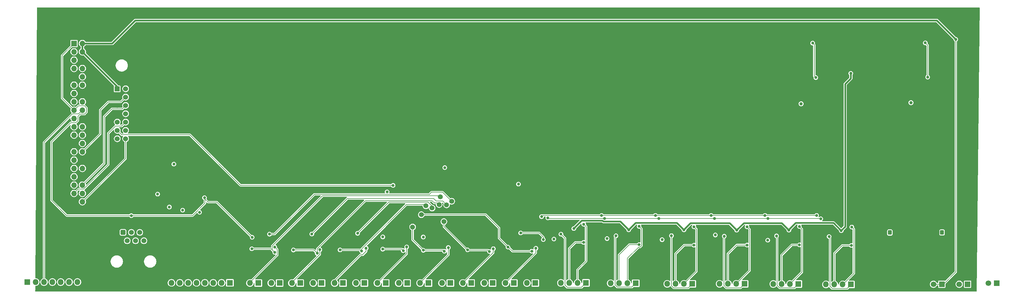
<source format=gbr>
%TF.GenerationSoftware,KiCad,Pcbnew,9.0.7*%
%TF.CreationDate,2026-02-11T10:07:39-06:00*%
%TF.ProjectId,GrizzlySimHW,4772697a-7a6c-4795-9369-6d48572e6b69,rev?*%
%TF.SameCoordinates,Original*%
%TF.FileFunction,Copper,L1,Top*%
%TF.FilePolarity,Positive*%
%FSLAX46Y46*%
G04 Gerber Fmt 4.6, Leading zero omitted, Abs format (unit mm)*
G04 Created by KiCad (PCBNEW 9.0.7) date 2026-02-11 10:07:39*
%MOMM*%
%LPD*%
G01*
G04 APERTURE LIST*
G04 Aperture macros list*
%AMRoundRect*
0 Rectangle with rounded corners*
0 $1 Rounding radius*
0 $2 $3 $4 $5 $6 $7 $8 $9 X,Y pos of 4 corners*
0 Add a 4 corners polygon primitive as box body*
4,1,4,$2,$3,$4,$5,$6,$7,$8,$9,$2,$3,0*
0 Add four circle primitives for the rounded corners*
1,1,$1+$1,$2,$3*
1,1,$1+$1,$4,$5*
1,1,$1+$1,$6,$7*
1,1,$1+$1,$8,$9*
0 Add four rect primitives between the rounded corners*
20,1,$1+$1,$2,$3,$4,$5,0*
20,1,$1+$1,$4,$5,$6,$7,0*
20,1,$1+$1,$6,$7,$8,$9,0*
20,1,$1+$1,$8,$9,$2,$3,0*%
G04 Aperture macros list end*
%TA.AperFunction,ComponentPad*%
%ADD10R,1.800000X1.800000*%
%TD*%
%TA.AperFunction,ComponentPad*%
%ADD11O,1.800000X1.800000*%
%TD*%
%TA.AperFunction,ComponentPad*%
%ADD12R,1.700000X1.700000*%
%TD*%
%TA.AperFunction,ComponentPad*%
%ADD13C,1.700000*%
%TD*%
%TA.AperFunction,ComponentPad*%
%ADD14RoundRect,0.250000X-0.510000X-0.510000X0.510000X-0.510000X0.510000X0.510000X-0.510000X0.510000X0*%
%TD*%
%TA.AperFunction,ComponentPad*%
%ADD15C,1.520000*%
%TD*%
%TA.AperFunction,SMDPad,CuDef*%
%ADD16RoundRect,0.250000X0.325000X0.450000X-0.325000X0.450000X-0.325000X-0.450000X0.325000X-0.450000X0*%
%TD*%
%TA.AperFunction,ComponentPad*%
%ADD17R,1.530000X1.530000*%
%TD*%
%TA.AperFunction,ComponentPad*%
%ADD18C,1.530000*%
%TD*%
%TA.AperFunction,HeatsinkPad*%
%ADD19C,0.500000*%
%TD*%
%TA.AperFunction,HeatsinkPad*%
%ADD20R,3.100000X1.800000*%
%TD*%
%TA.AperFunction,ComponentPad*%
%ADD21O,1.700000X1.700000*%
%TD*%
%TA.AperFunction,ViaPad*%
%ADD22C,0.900000*%
%TD*%
%TA.AperFunction,ViaPad*%
%ADD23C,1.000000*%
%TD*%
%TA.AperFunction,ViaPad*%
%ADD24C,1.500000*%
%TD*%
%TA.AperFunction,Conductor*%
%ADD25C,0.200000*%
%TD*%
%TA.AperFunction,Conductor*%
%ADD26C,0.500000*%
%TD*%
G04 APERTURE END LIST*
D10*
%TO.P,J31,1,Pin_1*%
%TO.N,/DAC4 Vo (0-10VDC)  1*%
X-205359000Y-110413800D03*
D11*
%TO.P,J31,2,Pin_2*%
%TO.N,/DAC4 Vo (0-10VDC)  2*%
X-207899000Y-110413800D03*
%TO.P,J31,3,Pin_3*%
%TO.N,/DAC4 Vo (0-10VDC)  3*%
X-210439000Y-110413800D03*
%TO.P,J31,4,Pin_4*%
%TO.N,/DAC4 Vo (0-10VDC)  4*%
X-212979000Y-110413800D03*
%TD*%
D10*
%TO.P,J8,1,Pin_1*%
%TO.N,/DAC1 Vo (0-10VDC)  1*%
X-254815300Y-110175000D03*
D11*
%TO.P,J8,2,Pin_2*%
%TO.N,/DAC1 Vo (0-10VDC)  2*%
X-257355300Y-110175000D03*
%TO.P,J8,3,Pin_3*%
%TO.N,/DAC1 Vo (0-10VDC)  3*%
X-259895300Y-110175000D03*
%TO.P,J8,4,Pin_4*%
%TO.N,/DAC1 Vo (0-10VDC)  4*%
X-262435300Y-110175000D03*
%TD*%
D10*
%TO.P,J5,1,Pin_1*%
%TO.N,GND*%
X-175285400Y-110515400D03*
D11*
%TO.P,J5,2,Pin_2*%
X-177825400Y-110515400D03*
%TO.P,J5,3,Pin_3*%
X-180365400Y-110515400D03*
%TO.P,J5,4,Pin_4*%
X-182905400Y-110515400D03*
%TD*%
D10*
%TO.P,W14,1,Pin_1*%
%TO.N,Net-(U61-W)*%
X-285365700Y-110109000D03*
D11*
%TO.P,W14,2,Pin_2*%
%TO.N,/16*%
X-287905700Y-110109000D03*
%TD*%
D10*
%TO.P,W7,1,Pin_1*%
%TO.N,Net-(U43-W)*%
X-330865700Y-110109000D03*
D11*
%TO.P,W7,2,Pin_2*%
%TO.N,/9*%
X-333405700Y-110109000D03*
%TD*%
D10*
%TO.P,W5,1,Pin_1*%
%TO.N,Net-(U41-W)*%
X-343865700Y-110109000D03*
D11*
%TO.P,W5,2,Pin_2*%
%TO.N,/7*%
X-346405700Y-110109000D03*
%TD*%
D12*
%TO.P,J1,1,Pin_1*%
%TO.N,+5V*%
X-161721800Y-110464600D03*
D13*
%TO.P,J1,2,Pin_2*%
X-164261800Y-110464600D03*
%TD*%
D10*
%TO.P,J14,1,Pin_1*%
%TO.N,/DAC3 Vo (0-10VDC)  1*%
X-221691200Y-110359200D03*
D11*
%TO.P,J14,2,Pin_2*%
%TO.N,/DAC3 Vo (0-10VDC)  2*%
X-224231200Y-110359200D03*
%TO.P,J14,3,Pin_3*%
%TO.N,/DAC3 Vo (0-10VDC)  3*%
X-226771200Y-110359200D03*
%TO.P,J14,4,Pin_4*%
%TO.N,/DAC3 Vo (0-10VDC)  4*%
X-229311200Y-110359200D03*
%TD*%
D10*
%TO.P,W11,1,Pin_1*%
%TO.N,Net-(U58-W)*%
X-304865700Y-110109000D03*
D11*
%TO.P,W11,2,Pin_2*%
%TO.N,/13*%
X-307405700Y-110109000D03*
%TD*%
D10*
%TO.P,W1,1,Pin_1*%
%TO.N,Net-(U26-W)*%
X-369633200Y-110109000D03*
D11*
%TO.P,W1,2,Pin_2*%
%TO.N,/3*%
X-372173200Y-110109000D03*
%TD*%
D10*
%TO.P,W3,1,Pin_1*%
%TO.N,Net-(U33-W)*%
X-356865700Y-110109000D03*
D11*
%TO.P,W3,2,Pin_2*%
%TO.N,/5*%
X-359405700Y-110109000D03*
%TD*%
D10*
%TO.P,J6,1,Pin_1*%
%TO.N,/A{slash}D Ch0 INPUT*%
X-378256800Y-110058200D03*
D11*
%TO.P,J6,2,Pin_2*%
%TO.N,/A{slash}D Ch1 INPUT*%
X-380796800Y-110058200D03*
%TO.P,J6,3,Pin_3*%
%TO.N,/A{slash}D Ch2 INPUT*%
X-383336800Y-110058200D03*
%TO.P,J6,4,Pin_4*%
%TO.N,/A{slash}D Ch3 INPUT*%
X-385876800Y-110058200D03*
%TO.P,J6,5,Pin_5*%
%TO.N,/A{slash}D Ch4 INPUT*%
X-388416800Y-110058200D03*
%TO.P,J6,6,Pin_6*%
%TO.N,/A{slash}D Ch5 INPUT*%
X-390956800Y-110058200D03*
%TO.P,J6,7,Pin_7*%
%TO.N,/A{slash}D Ch6 INPUT*%
X-393496800Y-110058200D03*
%TO.P,J6,8,Pin_8*%
%TO.N,/A{slash}D Ch7 INPUT*%
X-396036800Y-110058200D03*
%TD*%
D10*
%TO.P,W13,1,Pin_1*%
%TO.N,Net-(U60-W)*%
X-291865700Y-110109000D03*
D11*
%TO.P,W13,2,Pin_2*%
%TO.N,/15*%
X-294405700Y-110109000D03*
%TD*%
D10*
%TO.P,W6,1,Pin_1*%
%TO.N,Net-(U42-W)*%
X-337365700Y-110109000D03*
D11*
%TO.P,W6,2,Pin_2*%
%TO.N,/8*%
X-339905700Y-110109000D03*
%TD*%
D10*
%TO.P,J9,1,Pin_1*%
%TO.N,/DAC0 Vo (0-10VDC)  1*%
X-269965600Y-110072600D03*
D11*
%TO.P,J9,2,Pin_2*%
%TO.N,/DAC0 Vo (0-10VDC)  2*%
X-272505600Y-110072600D03*
%TO.P,J9,3,Pin_3*%
%TO.N,/DAC0 Vo (0-10VDC)  3*%
X-275045600Y-110072600D03*
%TO.P,J9,4,Pin_4*%
%TO.N,/DAC0 Vo (0-10VDC)  4*%
X-277585600Y-110072600D03*
%TD*%
D10*
%TO.P,W10,1,Pin_1*%
%TO.N,Net-(U53-W)*%
X-311213200Y-110109000D03*
D11*
%TO.P,W10,2,Pin_2*%
%TO.N,/12*%
X-313753200Y-110109000D03*
%TD*%
D10*
%TO.P,W4,1,Pin_1*%
%TO.N,Net-(U34-W)*%
X-350365700Y-110109000D03*
D11*
%TO.P,W4,2,Pin_2*%
%TO.N,/6*%
X-352905700Y-110109000D03*
%TD*%
D10*
%TO.P,W8,1,Pin_1*%
%TO.N,Net-(U44-W)*%
X-324365700Y-110109000D03*
D11*
%TO.P,W8,2,Pin_2*%
%TO.N,/10*%
X-326905700Y-110109000D03*
%TD*%
D10*
%TO.P,J26,1,Pin_1*%
%TO.N,/DAC5 Vo (0-10VDC)  1*%
X-189331600Y-110540800D03*
D11*
%TO.P,J26,2,Pin_2*%
%TO.N,/DAC5 Vo (0-10VDC)  2*%
X-191871600Y-110540800D03*
%TO.P,J26,3,Pin_3*%
%TO.N,/DAC5 Vo (0-10VDC)  3*%
X-194411600Y-110540800D03*
%TO.P,J26,4,Pin_4*%
%TO.N,/DAC5 Vo (0-10VDC)  4*%
X-196951600Y-110540800D03*
%TD*%
D14*
%TO.P,J7,1*%
%TO.N,unconnected-(J7-Pad1)*%
X-410773800Y-94665800D03*
D15*
%TO.P,J7,2*%
%TO.N,unconnected-(J7-Pad2)*%
X-409503800Y-97205800D03*
%TO.P,J7,3*%
%TO.N,Net-(U13-B)*%
X-408233800Y-94665800D03*
%TO.P,J7,4*%
%TO.N,Net-(U13-A)*%
X-406963800Y-97205800D03*
%TO.P,J7,5*%
%TO.N,unconnected-(J7-Pad5)*%
X-405693800Y-94665800D03*
%TO.P,J7,6*%
%TO.N,unconnected-(J7-Pad6)*%
X-404423800Y-97205800D03*
%TD*%
D10*
%TO.P,W2,1,Pin_1*%
%TO.N,Net-(U27-W)*%
X-363133200Y-110109000D03*
D11*
%TO.P,W2,2,Pin_2*%
%TO.N,/4*%
X-365673200Y-110109000D03*
%TD*%
D10*
%TO.P,GND2,1,Pin_1*%
%TO.N,/GPIO4 (GPCLK0)*%
X-439880000Y-109820000D03*
D11*
%TO.P,GND2,2,Pin_2*%
%TO.N,/GPIO23*%
X-437340000Y-109820000D03*
%TO.P,GND2,3,Pin_3*%
%TO.N,/GPIO24*%
X-434800000Y-109820000D03*
%TO.P,GND2,4,Pin_4*%
%TO.N,/GPIO0 (ID_SD)*%
X-432260000Y-109820000D03*
%TO.P,GND2,5,Pin_5*%
%TO.N,/GPIO13 (PWM1)*%
X-429720000Y-109820000D03*
%TO.P,GND2,6,Pin_6*%
%TO.N,/GPIO19 (PCM FS)*%
X-427180000Y-109820000D03*
%TO.P,GND2,7,Pin_7*%
%TO.N,/GPIO18 (PCM CLK)*%
X-424640000Y-109820000D03*
%TO.P,GND2,8,Pin_8*%
%TO.N,GND*%
X-422100000Y-109820000D03*
%TD*%
D16*
%TO.P,D23,1,K*%
%TO.N,GND*%
X-159592500Y-94672500D03*
%TO.P,D23,2,A*%
%TO.N,Net-(D23-A)*%
X-161642500Y-94672500D03*
%TD*%
D12*
%TO.P,J5,1,Pin_1*%
%TO.N,GND*%
X-168427400Y-110515400D03*
D13*
%TO.P,J5,2,Pin_2*%
X-170967400Y-110515400D03*
%TD*%
D12*
%TO.P,J3,1,Pin_1*%
%TO.N,+3V3*%
X-153855000Y-110460000D03*
D13*
%TO.P,J3,2,Pin_2*%
X-156395000Y-110460000D03*
%TD*%
D17*
%TO.P,J37,1,1*%
%TO.N,+5V*%
X-412530000Y-50870000D03*
D18*
%TO.P,J37,2,2*%
%TO.N,/GPIO7 (SPI0 CE1)*%
X-409990000Y-50870000D03*
%TO.P,J37,3,3*%
%TO.N,GND*%
X-412530000Y-53410000D03*
%TO.P,J37,4,4*%
%TO.N,/GPIO1 (ID_SC)*%
X-409990000Y-53410000D03*
%TO.P,J37,5,5*%
%TO.N,GND*%
X-412530000Y-55950000D03*
%TO.P,J37,6,6*%
%TO.N,/GPIO16*%
X-409990000Y-55950000D03*
%TO.P,J37,7,7*%
%TO.N,GND*%
X-412530000Y-58490000D03*
%TO.P,J37,8,8*%
%TO.N,/INTB\u002A*%
X-409990000Y-58490000D03*
%TO.P,J37,9,9*%
%TO.N,/GPIO3 (I2C1 SCL)*%
X-412530000Y-61030000D03*
%TO.P,J37,10,10*%
%TO.N,/INTA\u002A*%
X-409990000Y-61030000D03*
%TO.P,J37,11,11*%
%TO.N,/GPIO2 (I2C1 SDA)*%
X-412530000Y-63570000D03*
%TO.P,J37,12,12*%
%TO.N,+3V3*%
X-409990000Y-63570000D03*
%TO.P,J37,13,13*%
%TO.N,+5V*%
X-412530000Y-66110000D03*
%TO.P,J37,14,14*%
%TO.N,/GPIO21 (PCM DOUT)*%
X-409990000Y-66110000D03*
%TD*%
D16*
%TO.P,D35,1,K*%
%TO.N,GND*%
X-175462500Y-94702500D03*
%TO.P,D35,2,A*%
%TO.N,Net-(D35-A)*%
X-177512500Y-94702500D03*
%TD*%
D10*
%TO.P,J15,1,Pin_1*%
%TO.N,/DAC2 Vo (0-10VDC)  1*%
X-237617200Y-110363000D03*
D11*
%TO.P,J15,2,Pin_2*%
%TO.N,/DAC2 Vo (0-10VDC)  2*%
X-240157200Y-110363000D03*
%TO.P,J15,3,Pin_3*%
%TO.N,/DAC2 Vo (0-10VDC)  3*%
X-242697200Y-110363000D03*
%TO.P,J15,4,Pin_4*%
%TO.N,/DAC2 Vo (0-10VDC)  4*%
X-245237200Y-110363000D03*
%TD*%
D10*
%TO.P,W12,1,Pin_1*%
%TO.N,Net-(U59-W)*%
X-298365700Y-110109000D03*
D11*
%TO.P,W12,2,Pin_2*%
%TO.N,/14*%
X-300905700Y-110109000D03*
%TD*%
D10*
%TO.P,W9,1,Pin_1*%
%TO.N,Net-(U52-W)*%
X-317865700Y-110109000D03*
D11*
%TO.P,W9,2,Pin_2*%
%TO.N,/11*%
X-320405700Y-110109000D03*
%TD*%
D12*
%TO.P,J10,1,Pin_1*%
%TO.N,Net-(D21-A)*%
X-144983200Y-110159800D03*
D13*
%TO.P,J10,2,Pin_2*%
%TO.N,GND*%
X-147523200Y-110159800D03*
%TD*%
D19*
%TO.P,U32,9,GND*%
%TO.N,GND*%
X-205500000Y-43250000D03*
X-204200000Y-43250000D03*
X-202900000Y-43250000D03*
D20*
X-204200000Y-42600000D03*
D19*
X-205500000Y-41950000D03*
X-204200000Y-41950000D03*
X-202900000Y-41950000D03*
%TD*%
D12*
%TO.P,P1,1,Pin_1*%
%TO.N,+3V3*%
X-425675000Y-37055000D03*
D21*
%TO.P,P1,2,Pin_2*%
%TO.N,+5V*%
X-423135000Y-37055000D03*
%TO.P,P1,3,Pin_3*%
%TO.N,/GPIO2 (I2C1 SDA)*%
X-425675000Y-39595000D03*
%TO.P,P1,4,Pin_4*%
%TO.N,+5V*%
X-423135000Y-39595000D03*
%TO.P,P1,5,Pin_5*%
%TO.N,/GPIO3 (I2C1 SCL)*%
X-425675000Y-42135000D03*
%TO.P,P1,6,Pin_6*%
%TO.N,GND*%
X-423135000Y-42135000D03*
%TO.P,P1,7,Pin_7*%
%TO.N,/GPIO4 (GPCLK0)*%
X-425675000Y-44675000D03*
%TO.P,P1,8,Pin_8*%
%TO.N,/GPIO14 (UART Tx)*%
X-423135000Y-44675000D03*
%TO.P,P1,9,Pin_9*%
%TO.N,GND*%
X-425675000Y-47215000D03*
%TO.P,P1,10,Pin_10*%
%TO.N,/GPIO15 (UART Rx)*%
X-423135000Y-47215000D03*
%TO.P,P1,11,Pin_11*%
%TO.N,/GPIO17*%
X-425675000Y-49755000D03*
%TO.P,P1,12,Pin_12*%
%TO.N,/GPIO18 (PCM CLK)*%
X-423135000Y-49755000D03*
%TO.P,P1,13,Pin_13*%
%TO.N,/GPIO27*%
X-425675000Y-52295000D03*
%TO.P,P1,14,Pin_14*%
%TO.N,GND*%
X-423135000Y-52295000D03*
%TO.P,P1,15,Pin_15*%
%TO.N,/GPIO22*%
X-425675000Y-54835000D03*
%TO.P,P1,16,Pin_16*%
%TO.N,/GPIO23*%
X-423135000Y-54835000D03*
%TO.P,P1,17,Pin_17*%
%TO.N,+3V3*%
X-425675000Y-57375000D03*
%TO.P,P1,18,Pin_18*%
%TO.N,/GPIO24*%
X-423135000Y-57375000D03*
%TO.P,P1,19,Pin_19*%
%TO.N,/GPIO10 (SPI0 MOSI)*%
X-425675000Y-59915000D03*
%TO.P,P1,20,Pin_20*%
%TO.N,GND*%
X-423135000Y-59915000D03*
%TO.P,P1,21,Pin_21*%
%TO.N,/GPIO9 (SPI0 MISO)*%
X-425675000Y-62455000D03*
%TO.P,P1,22,Pin_22*%
%TO.N,/INTB\u002A*%
X-423135000Y-62455000D03*
%TO.P,P1,23,Pin_23*%
%TO.N,/GPIO11 (SPI0 SCLK)*%
X-425675000Y-64995000D03*
%TO.P,P1,24,Pin_24*%
%TO.N,/GPIO8 (SPI0 CE0)*%
X-423135000Y-64995000D03*
%TO.P,P1,25,Pin_25*%
%TO.N,GND*%
X-425675000Y-67535000D03*
%TO.P,P1,26,Pin_26*%
%TO.N,/GPIO7 (SPI0 CE1)*%
X-423135000Y-67535000D03*
%TO.P,P1,27,Pin_27*%
%TO.N,/GPIO0 (ID_SD)*%
X-425675000Y-70075000D03*
%TO.P,P1,28,Pin_28*%
%TO.N,/GPIO1 (ID_SC)*%
X-423135000Y-70075000D03*
%TO.P,P1,29,Pin_29*%
%TO.N,/GPIO5*%
X-425675000Y-72615000D03*
%TO.P,P1,30,Pin_30*%
%TO.N,GND*%
X-423135000Y-72615000D03*
%TO.P,P1,31,Pin_31*%
%TO.N,/GPIO6*%
X-425675000Y-75155000D03*
%TO.P,P1,32,Pin_32*%
%TO.N,/GPIO12 (PWM0)*%
X-423135000Y-75155000D03*
%TO.P,P1,33,Pin_33*%
%TO.N,/GPIO13 (PWM1)*%
X-425675000Y-77695000D03*
%TO.P,P1,34,Pin_34*%
%TO.N,GND*%
X-423135000Y-77695000D03*
%TO.P,P1,35,Pin_35*%
%TO.N,/GPIO19 (PCM FS)*%
X-425675000Y-80235000D03*
%TO.P,P1,36,Pin_36*%
%TO.N,/GPIO16*%
X-423135000Y-80235000D03*
%TO.P,P1,37,Pin_37*%
%TO.N,/INTA\u002A*%
X-425675000Y-82775000D03*
%TO.P,P1,38,Pin_38*%
%TO.N,/GPIO20 (PCM DIN)*%
X-423135000Y-82775000D03*
%TO.P,P1,39,Pin_39*%
%TO.N,GND*%
X-425675000Y-85315000D03*
%TO.P,P1,40,Pin_40*%
%TO.N,/GPIO21 (PCM DOUT)*%
X-423135000Y-85315000D03*
%TD*%
D19*
%TO.P,U25,9,GND*%
%TO.N,GND*%
X-171410000Y-42890000D03*
X-170110000Y-42890000D03*
X-168810000Y-42890000D03*
D20*
X-170110000Y-42240000D03*
D19*
X-171410000Y-41590000D03*
X-170110000Y-41590000D03*
X-168810000Y-41590000D03*
%TD*%
D22*
%TO.N,GND*%
X-386050000Y-102050000D03*
X-383140000Y-102090000D03*
X-237866600Y-95758000D03*
X-208450000Y-103800000D03*
X-225069400Y-96602800D03*
X-391330000Y-102060000D03*
X-340614000Y-93116400D03*
X-289800000Y-91900000D03*
X-367055400Y-93573600D03*
X-253850000Y-106250000D03*
X-189940000Y-101450000D03*
X-215200000Y-104450000D03*
X-380700000Y-102100000D03*
X-371576600Y-98054200D03*
X-274640000Y-96070000D03*
X-356360000Y-102170000D03*
X-264050000Y-102950000D03*
X-344769801Y-98190999D03*
X-193240000Y-96650000D03*
X-371650000Y-105050000D03*
X-406010000Y-63380000D03*
X-328350000Y-91750000D03*
X-291170000Y-101800000D03*
X-368100000Y-106950000D03*
X-305900000Y-105550000D03*
X-329400000Y-101480000D03*
X-254550000Y-101188400D03*
X-247850000Y-104350000D03*
X-389050800Y-102069100D03*
X-207110000Y-101240000D03*
X-237750000Y-101500000D03*
X-240350000Y-103850000D03*
X-254550000Y-95600000D03*
X-328450000Y-107000000D03*
X-378240000Y-102070000D03*
X-257900000Y-96500000D03*
X-290050000Y-106950000D03*
X-358947601Y-98216700D03*
X-319450000Y-105500000D03*
X-241122400Y-96470700D03*
X-192470000Y-104000000D03*
X-358950000Y-105450000D03*
X-221718100Y-95703400D03*
X-301950000Y-92650000D03*
X-315500000Y-92750000D03*
X-320850000Y-78300000D03*
X-250100000Y-96050000D03*
X-319444000Y-97980799D03*
X-389689600Y-83580000D03*
X-386330000Y-90450000D03*
X-221660000Y-101370000D03*
X-224250000Y-104000000D03*
X-315900000Y-106750000D03*
X-342630000Y-106850000D03*
X-355424766Y-107026179D03*
X-354279200Y-93370400D03*
X-189890000Y-95860000D03*
X-302850000Y-106950000D03*
X-271373000Y-100623800D03*
X-342340000Y-101380000D03*
X-431470000Y-68090000D03*
X-199260000Y-102890000D03*
X-392689600Y-83630000D03*
X-303510000Y-101900000D03*
X-209170000Y-96470000D03*
X-159597500Y-94672500D03*
X-331749400Y-97952600D03*
X-201280000Y-96670000D03*
X-293674800Y-104658200D03*
X-344769801Y-105404599D03*
X-231350000Y-104400000D03*
X-273790000Y-103380000D03*
X-271390000Y-95040000D03*
X-306000000Y-98000000D03*
X-205775800Y-95681800D03*
X-394390000Y-102097500D03*
X-317049000Y-101620000D03*
X-293663000Y-97530801D03*
X-280400000Y-103050000D03*
X-369220000Y-101670000D03*
X-331700000Y-105250000D03*
X-233250000Y-98550000D03*
X-397331200Y-102075300D03*
%TO.N,+3V3*%
X-289812100Y-94843600D03*
X-371500000Y-96150000D03*
X-282928700Y-96850200D03*
X-330454100Y-82300000D03*
X-385989600Y-84080000D03*
X-408249700Y-89549700D03*
X-319444000Y-96080799D03*
X-331749400Y-96052600D03*
D23*
%TO.N,/34VDC*%
X-204500000Y-55450000D03*
X-171100000Y-55100000D03*
D22*
%TO.N,+5V*%
X-396689600Y-86930000D03*
X-387489600Y-88530000D03*
X-392639600Y-87880000D03*
X-157450000Y-35800000D03*
%TO.N,+15VDC*%
X-240150000Y-93900000D03*
X-256950000Y-93900000D03*
X-189400000Y-46150000D03*
X-192293200Y-94147400D03*
X-273650000Y-93500000D03*
X-224100000Y-94000000D03*
X-208219000Y-93969600D03*
%TO.N,Net-(D34-K)*%
X-201000000Y-36950000D03*
X-200050000Y-47450000D03*
%TO.N,Net-(D35-A)*%
X-177575000Y-94702500D03*
%TO.N,/DAC0 Vo (0-10VDC)  3*%
X-270676800Y-97728200D03*
%TO.N,/DAC0 Vo (0-10VDC)  2*%
X-270612350Y-92177350D03*
%TO.N,/DAC0 Vo (0-10VDC)  1*%
X-277560200Y-95213600D03*
%TO.N,/DAC4 Vo (0-10VDC)  1*%
X-211988400Y-95730700D03*
%TO.N,/DAC4 Vo (0-10VDC)  3*%
X-205001500Y-98475800D03*
%TO.N,/DAC4 Vo (0-10VDC)  2*%
X-205026900Y-92887800D03*
%TO.N,/DAC2 Vo (0-10VDC)  3*%
X-237081900Y-98577400D03*
%TO.N,/DAC2 Vo (0-10VDC)  2*%
X-237107300Y-92964000D03*
%TO.N,/DAC2 Vo (0-10VDC)  1*%
X-243955450Y-95668150D03*
%TO.N,/DAC1 Vo (0-10VDC)  2*%
X-253805300Y-92826800D03*
%TO.N,/DAC1 Vo (0-10VDC)  3*%
X-253805300Y-98389400D03*
%TO.N,/DAC1 Vo (0-10VDC)  1*%
X-260817600Y-95720500D03*
%TO.N,/DAC5 Vo (0-10VDC)  3*%
X-189230000Y-98653600D03*
%TO.N,/DAC5 Vo (0-10VDC)  2*%
X-189092200Y-93040200D03*
%TO.N,/DAC5 Vo (0-10VDC)  1*%
X-196011800Y-95933900D03*
%TO.N,/DAC3 Vo (0-10VDC)  3*%
X-220927300Y-98522800D03*
%TO.N,/DAC3 Vo (0-10VDC)  1*%
X-227888800Y-95828500D03*
%TO.N,/DAC3 Vo (0-10VDC)  2*%
X-220966350Y-92946550D03*
%TO.N,/GPIO2 (I2C1 SDA)*%
X-328629100Y-80324600D03*
%TO.N,/GPIO27*%
X-214649000Y-97050000D03*
%TO.N,/GPIO6*%
X-263537000Y-96550000D03*
%TO.N,/GPIO22*%
X-246800000Y-96900000D03*
%TO.N,/GPIO11 (SPI0 SCLK)*%
X-395300000Y-73850000D03*
%TO.N,/GPIO12 (PWM0)*%
X-312900000Y-74900000D03*
%TO.N,/GPIO17*%
X-230600000Y-95450000D03*
%TO.N,/GPIO5*%
X-279700000Y-96700000D03*
X-400250000Y-83000000D03*
%TO.N,/GPIO20 (PCM DIN)*%
X-290500000Y-79950000D03*
%TO.N,/SD0*%
X-247763600Y-90474800D03*
X-230860600Y-90474800D03*
X-198526400Y-90525600D03*
X-281559000Y-90259600D03*
X-214630000Y-90449400D03*
X-264287000Y-90449400D03*
%TO.N,/SC0*%
X-199771000Y-89484200D03*
X-215493600Y-89489769D03*
X-283464000Y-89865200D03*
X-231876600Y-89489769D03*
X-248837114Y-89489769D03*
X-265201400Y-89509600D03*
%TO.N,/SD1*%
X-371602000Y-99671500D03*
D24*
X-314230000Y-83830000D03*
D22*
X-364642400Y-100736400D03*
D24*
%TO.N,/SC1*%
X-310790000Y-85180000D03*
D22*
X-366244500Y-95199200D03*
D24*
%TO.N,/SD2*%
X-314610000Y-86180000D03*
D22*
X-358947601Y-100037200D03*
X-351708601Y-101051300D03*
%TO.N,/SC2*%
X-353336101Y-95158500D03*
D24*
X-312360000Y-86260000D03*
D22*
%TO.N,/SD3*%
X-338175600Y-100355400D03*
D24*
X-318630000Y-86580000D03*
D22*
X-344758501Y-100016699D03*
D24*
%TO.N,/SC3*%
X-316764524Y-87240400D03*
D22*
X-339420200Y-94945200D03*
%TO.N,/SD4*%
X-325551800Y-100228400D03*
X-331763000Y-99773100D03*
%TO.N,/SD5*%
X-319430400Y-100126800D03*
D24*
X-322684000Y-93040000D03*
D22*
X-313029600Y-100406200D03*
%TO.N,/SD6*%
X-299313600Y-100507800D03*
D24*
X-313160000Y-91390000D03*
D22*
X-305968400Y-100001700D03*
D24*
%TO.N,/SD7*%
X-320020000Y-89260000D03*
D22*
X-286435800Y-100406200D03*
X-293674800Y-99163500D03*
%TO.N,/11*%
X-311835800Y-99288600D03*
%TO.N,/13*%
X-298145200Y-99644200D03*
%TO.N,/15*%
X-285191200Y-99517200D03*
%TO.N,/5*%
X-350895801Y-99933700D03*
%TO.N,/7*%
X-336829400Y-99466400D03*
%TO.N,/9*%
X-324485000Y-99110800D03*
%TO.N,/3*%
X-364617000Y-99136200D03*
%TO.N,Net-(D23-A)*%
X-161642500Y-94672500D03*
%TO.N,Net-(D22-K)*%
X-166010000Y-47310000D03*
X-166730000Y-36880000D03*
%TD*%
D25*
%TO.N,GND*%
X-175462500Y-94702500D02*
X-175517500Y-94757500D01*
X-160598500Y-93671500D02*
X-159597500Y-94672500D01*
X-430915000Y-67535000D02*
X-431470000Y-68090000D01*
X-175462500Y-94702500D02*
X-174431500Y-93671500D01*
X-174431500Y-93671500D02*
X-160598500Y-93671500D01*
X-159692500Y-94572500D02*
X-159592500Y-94672500D01*
X-425675000Y-67535000D02*
X-430915000Y-67535000D01*
X-159542500Y-94617500D02*
X-159597500Y-94672500D01*
X-159592500Y-94672500D02*
X-159717500Y-94672500D01*
%TO.N,+3V3*%
X-427850300Y-89549700D02*
X-432550000Y-84850000D01*
X-432550000Y-67100000D02*
X-426700000Y-61250000D01*
X-424500000Y-59300000D02*
X-424127000Y-58927000D01*
X-429300000Y-53750000D02*
X-425675000Y-57375000D01*
X-424127000Y-58927000D02*
X-424119900Y-58927000D01*
X-429300000Y-40680000D02*
X-429300000Y-53750000D01*
X-426700000Y-61250000D02*
X-425144240Y-61250000D01*
X-421850000Y-58000000D02*
X-421850000Y-56700000D01*
X-384900000Y-85450000D02*
X-382200000Y-85450000D01*
X-422500000Y-56050000D02*
X-424350000Y-56050000D01*
X-385850000Y-84219600D02*
X-385989600Y-84080000D01*
X-424119900Y-58927000D02*
X-423792900Y-58600000D01*
X-282928700Y-96071300D02*
X-284150000Y-94850000D01*
X-421850000Y-56700000D02*
X-422500000Y-56050000D01*
X-389649700Y-89549700D02*
X-408249700Y-89549700D01*
X-385850000Y-84500000D02*
X-385850000Y-85750000D01*
X-424350000Y-56050000D02*
X-425675000Y-57375000D01*
X-432550000Y-84850000D02*
X-432550000Y-67100000D01*
X-382200000Y-85450000D02*
X-371400000Y-96250000D01*
X-385850000Y-85750000D02*
X-389649700Y-89549700D01*
X-282928700Y-96850200D02*
X-282928700Y-96071300D01*
X-153855000Y-110460000D02*
X-153859600Y-110464600D01*
X-371400000Y-96250000D02*
X-371500000Y-96150000D01*
X-385850000Y-84500000D02*
X-385850000Y-84219600D01*
X-385850000Y-84500000D02*
X-384900000Y-85450000D01*
X-422450000Y-58600000D02*
X-421850000Y-58000000D01*
X-425144240Y-61250000D02*
X-424500000Y-60605760D01*
X-423792900Y-58600000D02*
X-422450000Y-58600000D01*
X-424500000Y-60605760D02*
X-424500000Y-59300000D01*
X-425675000Y-37055000D02*
X-429300000Y-40680000D01*
X-408249700Y-89549700D02*
X-427850300Y-89549700D01*
X-284150000Y-94850000D02*
X-289805700Y-94850000D01*
X-289805700Y-94850000D02*
X-289812100Y-94843600D01*
D26*
%TO.N,+5V*%
X-407036800Y-30050000D02*
X-414041800Y-37055000D01*
X-163200000Y-30050000D02*
X-407036800Y-30050000D01*
D25*
X-161214600Y-110464600D02*
X-157450000Y-106700000D01*
X-161721800Y-110464600D02*
X-164261800Y-110464600D01*
X-161721800Y-110464600D02*
X-161214600Y-110464600D01*
D26*
X-414041800Y-37055000D02*
X-423135000Y-37055000D01*
X-157450000Y-35800000D02*
X-163200000Y-30050000D01*
D25*
X-157450000Y-106700000D02*
X-157450000Y-35800000D01*
D26*
X-423135000Y-37055000D02*
X-423135000Y-39595000D01*
X-423135000Y-39595000D02*
X-412530000Y-50200000D01*
D25*
X-412530000Y-50200000D02*
X-412530000Y-50870000D01*
D26*
%TO.N,+15VDC*%
X-210338600Y-91850000D02*
X-221900000Y-91850000D01*
X-259499600Y-91350400D02*
X-264660207Y-91350400D01*
D25*
X-254750000Y-91800000D02*
X-254850000Y-91800000D01*
D26*
X-264910607Y-91100000D02*
X-271250000Y-91100000D01*
X-226200000Y-91850000D02*
X-238100000Y-91850000D01*
X-221900000Y-91850000D02*
X-224050000Y-94000000D01*
X-194640600Y-91800000D02*
X-206150000Y-91800000D01*
D25*
X-192250000Y-94100000D02*
X-192250000Y-94104200D01*
X-273650000Y-93500000D02*
X-273402525Y-93747475D01*
D26*
X-254850000Y-91800000D02*
X-256950000Y-93900000D01*
D25*
X-224050000Y-94000000D02*
X-224100000Y-94000000D01*
D26*
X-240150000Y-93900000D02*
X-242250000Y-91800000D01*
X-256950000Y-93900000D02*
X-259499600Y-91350400D01*
X-206150000Y-91800000D02*
X-208150000Y-93800000D01*
X-242250000Y-91800000D02*
X-254750000Y-91800000D01*
X-191100000Y-49450000D02*
X-191100000Y-92950000D01*
X-271250000Y-91100000D02*
X-273650000Y-93500000D01*
X-189400000Y-47750000D02*
X-191100000Y-49450000D01*
X-191100000Y-92950000D02*
X-192250000Y-94100000D01*
X-264660207Y-91350400D02*
X-264910607Y-91100000D01*
X-238100000Y-91850000D02*
X-240150000Y-93900000D01*
D25*
X-226200000Y-91900000D02*
X-226200000Y-91850000D01*
X-192250000Y-94104200D02*
X-192293200Y-94147400D01*
D26*
X-192293200Y-94147400D02*
X-194640600Y-91800000D01*
X-189400000Y-46150000D02*
X-189400000Y-47750000D01*
D25*
X-256950000Y-93900000D02*
X-256700000Y-94150000D01*
D26*
X-208219000Y-93969600D02*
X-210338600Y-91850000D01*
X-224100000Y-94000000D02*
X-226200000Y-91900000D01*
D25*
%TO.N,Net-(D34-K)*%
X-200500000Y-37450000D02*
X-201000000Y-36950000D01*
X-200500000Y-47000000D02*
X-200500000Y-37450000D01*
X-200050000Y-47450000D02*
X-200500000Y-47000000D01*
%TO.N,/GPIO24*%
X-434800000Y-67174240D02*
X-426151760Y-58526000D01*
X-426151760Y-58526000D02*
X-424286000Y-58526000D01*
X-434800000Y-109820000D02*
X-434800000Y-67174240D01*
X-424286000Y-58526000D02*
X-423135000Y-57375000D01*
%TO.N,/DAC0 Vo (0-10VDC)  3*%
X-275045600Y-99557000D02*
X-275045600Y-110072600D01*
X-270676800Y-97728200D02*
X-273216800Y-97728200D01*
X-273216800Y-97728200D02*
X-275045600Y-99557000D01*
%TO.N,/DAC0 Vo (0-10VDC)  2*%
X-270612350Y-92177350D02*
X-269925800Y-92863900D01*
X-272505600Y-106034000D02*
X-272505600Y-110072600D01*
X-269925800Y-103454200D02*
X-272505600Y-106034000D01*
X-269925800Y-92863900D02*
X-269925800Y-103454200D01*
%TO.N,/DAC0 Vo (0-10VDC)  1*%
X-271313000Y-111420000D02*
X-275670000Y-111420000D01*
X-276330000Y-110760000D02*
X-276330000Y-96443800D01*
X-269965600Y-110072600D02*
X-271313000Y-111420000D01*
X-276330000Y-96443800D02*
X-277560200Y-95213600D01*
X-275670000Y-111420000D02*
X-276330000Y-110760000D01*
X-277560200Y-95213600D02*
X-277534800Y-95239000D01*
%TO.N,/DAC4 Vo (0-10VDC)  1*%
X-205359000Y-110413800D02*
X-206560000Y-111614800D01*
X-211778000Y-95941100D02*
X-211988400Y-95730700D01*
X-211778000Y-110852800D02*
X-211778000Y-95941100D01*
X-211016000Y-111614800D02*
X-211778000Y-110852800D01*
X-206560000Y-111614800D02*
X-211016000Y-111614800D01*
%TO.N,/DAC4 Vo (0-10VDC)  3*%
X-210439000Y-101549200D02*
X-207365600Y-98475800D01*
X-207365600Y-98475800D02*
X-205001500Y-98475800D01*
X-210439000Y-110413800D02*
X-210439000Y-101549200D01*
%TO.N,/DAC4 Vo (0-10VDC)  2*%
X-204250500Y-106765300D02*
X-207899000Y-110413800D01*
X-204250500Y-93664200D02*
X-204250500Y-106765300D01*
X-205026900Y-92887800D02*
X-204250500Y-93664200D01*
%TO.N,/DAC2 Vo (0-10VDC)  3*%
X-240106400Y-98577400D02*
X-242697200Y-101168200D01*
X-242697200Y-101168200D02*
X-242697200Y-110363000D01*
X-237081900Y-98577400D02*
X-240106400Y-98577400D01*
%TO.N,/DAC2 Vo (0-10VDC)  2*%
X-236330900Y-106536700D02*
X-236330900Y-93716900D01*
X-237109200Y-92962100D02*
X-237107300Y-92964000D01*
X-236330900Y-93716900D02*
X-237109200Y-92938600D01*
X-240157200Y-110363000D02*
X-236330900Y-106536700D01*
X-237109200Y-92938600D02*
X-237109200Y-92962100D01*
%TO.N,/DAC2 Vo (0-10VDC)  1*%
X-238818200Y-111564000D02*
X-237617200Y-110363000D01*
X-243276100Y-111564000D02*
X-238818200Y-111564000D01*
X-243955450Y-110884650D02*
X-243276100Y-111564000D01*
X-243955450Y-95668150D02*
X-243955450Y-110884650D01*
%TO.N,/DAC1 Vo (0-10VDC)  2*%
X-253920400Y-99140400D02*
X-257355300Y-102575300D01*
X-257355300Y-102575300D02*
X-257355300Y-110175000D01*
X-253054300Y-93577800D02*
X-253054300Y-98700475D01*
X-253805300Y-92826800D02*
X-253054300Y-93577800D01*
X-253054300Y-98700475D02*
X-253494225Y-99140400D01*
X-253494225Y-99140400D02*
X-253920400Y-99140400D01*
%TO.N,/DAC1 Vo (0-10VDC)  3*%
X-259895300Y-101488200D02*
X-259895300Y-110175000D01*
X-256796500Y-98389400D02*
X-259895300Y-101488200D01*
X-253805300Y-98389400D02*
X-256796500Y-98389400D01*
%TO.N,/DAC1 Vo (0-10VDC)  1*%
X-256016300Y-111376000D02*
X-260392771Y-111376000D01*
X-254815300Y-110175000D02*
X-256016300Y-111376000D01*
X-260392771Y-111376000D02*
X-261096300Y-110672471D01*
X-261096300Y-95999200D02*
X-260817600Y-95720500D01*
X-261096300Y-110672471D02*
X-261096300Y-95999200D01*
%TO.N,/DAC5 Vo (0-10VDC)  3*%
X-191998600Y-98653600D02*
X-194386200Y-101041200D01*
X-189230000Y-98653600D02*
X-191998600Y-98653600D01*
X-194386200Y-101041200D02*
X-194386200Y-110591600D01*
%TO.N,/DAC5 Vo (0-10VDC)  2*%
X-191846200Y-110591600D02*
X-188479000Y-107224400D01*
X-188479000Y-107224400D02*
X-188479000Y-93653400D01*
X-188479000Y-93653400D02*
X-189092200Y-93040200D01*
%TO.N,/DAC5 Vo (0-10VDC)  1*%
X-195725200Y-111089071D02*
X-195725200Y-96220500D01*
X-195725200Y-96220500D02*
X-196011800Y-95933900D01*
X-190507200Y-111792600D02*
X-195021671Y-111792600D01*
X-195021671Y-111792600D02*
X-195725200Y-111089071D01*
X-189306200Y-110591600D02*
X-190507200Y-111792600D01*
%TO.N,/DAC3 Vo (0-10VDC)  3*%
X-226771200Y-101189800D02*
X-224104200Y-98522800D01*
X-226771200Y-110359200D02*
X-226771200Y-101189800D01*
X-224104200Y-98522800D02*
X-220927300Y-98522800D01*
%TO.N,/DAC3 Vo (0-10VDC)  1*%
X-227972200Y-95911900D02*
X-227972200Y-110856671D01*
X-227972200Y-110856671D02*
X-227268671Y-111560200D01*
X-227888800Y-95828500D02*
X-227972200Y-95911900D01*
X-222892200Y-111560200D02*
X-221691200Y-110359200D01*
X-227268671Y-111560200D02*
X-222892200Y-111560200D01*
%TO.N,/DAC3 Vo (0-10VDC)  2*%
X-224231200Y-110359200D02*
X-220176300Y-106304300D01*
X-220176300Y-93736600D02*
X-220966350Y-92946550D01*
X-220176300Y-106304300D02*
X-220176300Y-93736600D01*
%TO.N,/GPIO2 (I2C1 SDA)*%
X-412530000Y-63570000D02*
X-411200000Y-64900000D01*
X-390450000Y-64900000D02*
X-393468400Y-64900000D01*
X-375025400Y-80324600D02*
X-390450000Y-64900000D01*
X-328629100Y-80324600D02*
X-375025400Y-80324600D01*
X-411200000Y-64900000D02*
X-393200000Y-64900000D01*
%TO.N,/GPIO16*%
X-411056000Y-57016000D02*
X-414166000Y-57016000D01*
X-416550000Y-73650000D02*
X-423135000Y-80235000D01*
X-414166000Y-57016000D02*
X-416550000Y-59400000D01*
X-416550000Y-59400000D02*
X-416550000Y-73650000D01*
X-409990000Y-55950000D02*
X-411056000Y-57016000D01*
%TO.N,/GPIO1 (ID_SC)*%
X-409990000Y-53410000D02*
X-411464000Y-54884000D01*
X-417700000Y-57300000D02*
X-417700000Y-64640000D01*
X-415284000Y-54884000D02*
X-417700000Y-57300000D01*
X-417700000Y-64640000D02*
X-423135000Y-70075000D01*
X-411464000Y-54884000D02*
X-415284000Y-54884000D01*
%TO.N,/INTA\u002A*%
X-411160000Y-62200000D02*
X-413050000Y-62200000D01*
X-424400000Y-81500000D02*
X-425675000Y-82775000D01*
X-415250000Y-64400000D02*
X-415250000Y-73977760D01*
X-409990000Y-61030000D02*
X-411160000Y-62200000D01*
X-415250000Y-73977760D02*
X-422772240Y-81500000D01*
X-422772240Y-81500000D02*
X-424400000Y-81500000D01*
X-413050000Y-62200000D02*
X-415250000Y-64400000D01*
%TO.N,/GPIO21 (PCM DOUT)*%
X-409990000Y-72170000D02*
X-423135000Y-85315000D01*
X-409990000Y-66110000D02*
X-409990000Y-72170000D01*
%TO.N,/SD0*%
X-247763600Y-90474800D02*
X-281305000Y-90474800D01*
X-247763600Y-90474800D02*
X-198577200Y-90474800D01*
X-198577200Y-90474800D02*
X-198526400Y-90525600D01*
X-281305000Y-90474800D02*
X-281559000Y-90220800D01*
X-281559000Y-90220800D02*
X-281559000Y-90259600D01*
%TO.N,/SC0*%
X-248945400Y-89509600D02*
X-265201400Y-89509600D01*
X-248837114Y-89489769D02*
X-248925569Y-89489769D01*
X-265201400Y-89509600D02*
X-283108400Y-89509600D01*
X-283108400Y-89509600D02*
X-283464000Y-89865200D01*
X-231876600Y-89489769D02*
X-215493600Y-89489769D01*
X-248837114Y-89489769D02*
X-231876600Y-89489769D01*
X-215228462Y-89484200D02*
X-199771000Y-89484200D01*
X-248925569Y-89489769D02*
X-248945400Y-89509600D01*
X-215493600Y-89489769D02*
X-215234031Y-89489769D01*
X-215234031Y-89489769D02*
X-215228462Y-89484200D01*
%TO.N,/SD1*%
X-365368000Y-98825125D02*
X-365368000Y-100010800D01*
X-371527700Y-99745800D02*
X-371602000Y-99671500D01*
X-364642400Y-100736400D02*
X-365709200Y-99669600D01*
X-314230000Y-83830000D02*
X-314280000Y-83780000D01*
X-371500400Y-99745800D02*
X-371527700Y-99745800D01*
X-365709200Y-99669600D02*
X-371424200Y-99669600D01*
X-315001000Y-83489800D02*
X-350032675Y-83489800D01*
X-314710800Y-83780000D02*
X-315001000Y-83489800D01*
X-371424200Y-99669600D02*
X-371500400Y-99745800D01*
X-314280000Y-83780000D02*
X-314710800Y-83780000D01*
X-365368000Y-100010800D02*
X-364642400Y-100736400D01*
X-350032675Y-83489800D02*
X-365368000Y-98825125D01*
%TO.N,/SC1*%
X-364693200Y-95199200D02*
X-366244500Y-95199200D01*
X-317580000Y-83050000D02*
X-352544000Y-83050000D01*
X-310790000Y-85180000D02*
X-313540000Y-82430000D01*
X-352544000Y-83050000D02*
X-364693200Y-95199200D01*
X-313540000Y-82430000D02*
X-316960000Y-82430000D01*
X-316960000Y-82430000D02*
X-317580000Y-83050000D01*
%TO.N,/SD2*%
X-316763400Y-84988400D02*
X-337012576Y-84988400D01*
X-314610000Y-86180000D02*
X-315090000Y-85700000D01*
X-352722701Y-100037200D02*
X-351708601Y-101051300D01*
X-316051800Y-85700000D02*
X-316763400Y-84988400D01*
X-315090000Y-85700000D02*
X-316051800Y-85700000D01*
X-337012576Y-84988400D02*
X-351708601Y-99684425D01*
X-358947601Y-100037200D02*
X-352722701Y-100037200D01*
X-351708601Y-99684425D02*
X-351708601Y-101051300D01*
%TO.N,/SC2*%
X-316325325Y-84364400D02*
X-342542001Y-84364400D01*
X-312360000Y-86260000D02*
X-313491000Y-85129000D01*
X-313491000Y-85129000D02*
X-315560725Y-85129000D01*
X-342542001Y-84364400D02*
X-353336101Y-95158500D01*
X-315560725Y-85129000D02*
X-316325325Y-84364400D01*
%TO.N,/SD3*%
X-338175600Y-99750525D02*
X-338175600Y-100355400D01*
X-324599675Y-86174600D02*
X-338175600Y-99750525D01*
X-338514301Y-100016699D02*
X-344758501Y-100016699D01*
X-318695214Y-86174600D02*
X-324599675Y-86174600D01*
X-318630000Y-86580000D02*
X-318630000Y-86239814D01*
X-338175600Y-100355400D02*
X-338514301Y-100016699D01*
X-318630000Y-86239814D02*
X-318695214Y-86174600D01*
%TO.N,/SC3*%
X-339420200Y-94945200D02*
X-339191600Y-95173800D01*
X-316880000Y-87124924D02*
X-316880000Y-86540000D01*
X-329898600Y-85423600D02*
X-339420200Y-94945200D01*
X-317996400Y-85423600D02*
X-329898600Y-85423600D01*
X-316880000Y-86540000D02*
X-317996400Y-85423600D01*
X-316764524Y-87240400D02*
X-316880000Y-87124924D01*
%TO.N,/SD4*%
X-331548100Y-99773100D02*
X-331763000Y-99773100D01*
X-325551800Y-100228400D02*
X-326059800Y-99720400D01*
X-331495400Y-99720400D02*
X-331548100Y-99773100D01*
X-326059800Y-99720400D02*
X-331495400Y-99720400D01*
%TO.N,/SD5*%
X-313029600Y-100406200D02*
X-313309000Y-100126800D01*
X-313309000Y-100126800D02*
X-319430400Y-100126800D01*
X-322684000Y-93040000D02*
X-322684000Y-96873200D01*
X-322684000Y-96873200D02*
X-319430400Y-100126800D01*
%TO.N,/SD6*%
X-313160000Y-92890000D02*
X-306048300Y-100001700D01*
X-305968400Y-100076000D02*
X-305968400Y-100001700D01*
X-306048300Y-100001700D02*
X-305968400Y-100001700D01*
X-299745400Y-100076000D02*
X-305968400Y-100076000D01*
X-313160000Y-91390000D02*
X-313160000Y-92890000D01*
X-299313600Y-100507800D02*
X-299745400Y-100076000D01*
%TO.N,/SD7*%
X-319990000Y-89230000D02*
X-300482200Y-89230000D01*
X-293471600Y-99212400D02*
X-293625900Y-99212400D01*
X-320020000Y-89260000D02*
X-319990000Y-89230000D01*
X-296390000Y-93322200D02*
X-296390000Y-96448300D01*
X-293625900Y-99212400D02*
X-293674800Y-99163500D01*
X-300482200Y-89230000D02*
X-296390000Y-93322200D01*
X-286435800Y-100406200D02*
X-292277800Y-100406200D01*
X-296390000Y-96448300D02*
X-293674800Y-99163500D01*
X-292277800Y-100406200D02*
X-293471600Y-99212400D01*
%TO.N,/11*%
X-311835800Y-101539100D02*
X-320405700Y-110109000D01*
X-311835800Y-99288600D02*
X-311835800Y-101539100D01*
%TO.N,/13*%
X-298145200Y-99644200D02*
X-298145200Y-100848500D01*
X-298145200Y-100848500D02*
X-307405700Y-110109000D01*
%TO.N,/15*%
X-285191200Y-99517200D02*
X-285191200Y-100894500D01*
X-285191200Y-100894500D02*
X-294405700Y-110109000D01*
%TO.N,/5*%
X-350895801Y-101355801D02*
X-350895801Y-99933700D01*
X-359405700Y-110109000D02*
X-359405700Y-109865700D01*
X-359405700Y-109865700D02*
X-350895801Y-101355801D01*
%TO.N,/7*%
X-346405700Y-109405700D02*
X-338550000Y-101550000D01*
X-336829400Y-100429400D02*
X-336829400Y-99466400D01*
X-346405700Y-110109000D02*
X-346405700Y-109405700D01*
X-338550000Y-101550000D02*
X-337950000Y-101550000D01*
X-337950000Y-101550000D02*
X-336829400Y-100429400D01*
%TO.N,/9*%
X-324485000Y-101188300D02*
X-333405700Y-110109000D01*
X-324485000Y-99110800D02*
X-324485000Y-101188300D01*
%TO.N,/3*%
X-363891400Y-99861800D02*
X-363891400Y-101615725D01*
X-364617000Y-99136200D02*
X-363891400Y-99861800D01*
X-372173200Y-109897525D02*
X-372173200Y-110109000D01*
X-363891400Y-101615725D02*
X-372173200Y-109897525D01*
%TO.N,Net-(D22-K)*%
X-165980000Y-37630000D02*
X-165980000Y-47280000D01*
X-166730000Y-36880000D02*
X-165980000Y-37630000D01*
X-165980000Y-47280000D02*
X-166010000Y-47310000D01*
%TD*%
%TA.AperFunction,Conductor*%
%TO.N,GND*%
G36*
X-189896949Y-99006336D02*
G01*
X-189889114Y-99005067D01*
X-189863904Y-99016040D01*
X-189837528Y-99023785D01*
X-189830698Y-99030493D01*
X-189825050Y-99032952D01*
X-189801465Y-99059209D01*
X-189793817Y-99070654D01*
X-189774114Y-99100142D01*
X-189676542Y-99197714D01*
X-189561811Y-99274375D01*
X-189434328Y-99327180D01*
X-189415802Y-99330865D01*
X-189298995Y-99354100D01*
X-189298993Y-99354100D01*
X-189161004Y-99354100D01*
X-189025677Y-99327181D01*
X-189025676Y-99327180D01*
X-189025672Y-99327180D01*
X-189000951Y-99316940D01*
X-188931486Y-99309471D01*
X-188869006Y-99340744D01*
X-188833353Y-99400832D01*
X-188829500Y-99431501D01*
X-188829500Y-107027856D01*
X-188849185Y-107094895D01*
X-188865819Y-107115537D01*
X-191230392Y-109480110D01*
X-191291715Y-109513595D01*
X-191361407Y-109508611D01*
X-191374367Y-109502914D01*
X-191429954Y-109474591D01*
X-191429963Y-109474587D01*
X-191602189Y-109418629D01*
X-191781049Y-109390300D01*
X-191781054Y-109390300D01*
X-191962146Y-109390300D01*
X-191962151Y-109390300D01*
X-192141010Y-109418629D01*
X-192313236Y-109474587D01*
X-192313239Y-109474588D01*
X-192406592Y-109522155D01*
X-192474594Y-109556804D01*
X-192474596Y-109556805D01*
X-192474597Y-109556806D01*
X-192621094Y-109663241D01*
X-192621099Y-109663245D01*
X-192749154Y-109791300D01*
X-192749158Y-109791305D01*
X-192840887Y-109917561D01*
X-192855596Y-109937806D01*
X-192896390Y-110017868D01*
X-192937811Y-110099160D01*
X-192937812Y-110099163D01*
X-192953419Y-110147198D01*
X-192993771Y-110271391D01*
X-193003391Y-110332131D01*
X-193019127Y-110431478D01*
X-193049056Y-110494613D01*
X-193108368Y-110531544D01*
X-193178231Y-110530546D01*
X-193236463Y-110491936D01*
X-193264073Y-110431478D01*
X-193289429Y-110271389D01*
X-193345387Y-110099163D01*
X-193345388Y-110099160D01*
X-193427606Y-109937802D01*
X-193534041Y-109791305D01*
X-193534045Y-109791300D01*
X-193662100Y-109663245D01*
X-193662105Y-109663241D01*
X-193808604Y-109556804D01*
X-193967996Y-109475589D01*
X-194018791Y-109427615D01*
X-194035700Y-109365105D01*
X-194035700Y-101237743D01*
X-194016015Y-101170704D01*
X-193999381Y-101150062D01*
X-191889738Y-99040419D01*
X-191828415Y-99006934D01*
X-191802057Y-99004100D01*
X-189904567Y-99004100D01*
X-189896949Y-99006336D01*
G37*
%TD.AperFunction*%
%TA.AperFunction,Conductor*%
G36*
X-205668449Y-98828536D02*
G01*
X-205660614Y-98827267D01*
X-205635404Y-98838240D01*
X-205609028Y-98845985D01*
X-205602198Y-98852693D01*
X-205596550Y-98855152D01*
X-205572965Y-98881409D01*
X-205570405Y-98885240D01*
X-205545614Y-98922342D01*
X-205448042Y-99019914D01*
X-205333311Y-99096575D01*
X-205333304Y-99096577D01*
X-205333304Y-99096578D01*
X-205324692Y-99100145D01*
X-205205828Y-99149380D01*
X-205161541Y-99158189D01*
X-205070495Y-99176300D01*
X-205070493Y-99176300D01*
X-204932504Y-99176300D01*
X-204797177Y-99149381D01*
X-204797176Y-99149380D01*
X-204797172Y-99149380D01*
X-204772451Y-99139140D01*
X-204702986Y-99131671D01*
X-204640506Y-99162944D01*
X-204604853Y-99223032D01*
X-204601000Y-99253701D01*
X-204601000Y-106568756D01*
X-204620685Y-106635795D01*
X-204637319Y-106656437D01*
X-207308272Y-109327390D01*
X-207369595Y-109360875D01*
X-207439287Y-109355891D01*
X-207452243Y-109350196D01*
X-207457359Y-109347589D01*
X-207457361Y-109347588D01*
X-207629589Y-109291629D01*
X-207808449Y-109263300D01*
X-207808454Y-109263300D01*
X-207989546Y-109263300D01*
X-207989551Y-109263300D01*
X-208168410Y-109291629D01*
X-208340636Y-109347587D01*
X-208340639Y-109347588D01*
X-208433992Y-109395155D01*
X-208501994Y-109429804D01*
X-208501996Y-109429805D01*
X-208501997Y-109429806D01*
X-208648494Y-109536241D01*
X-208648499Y-109536245D01*
X-208776554Y-109664300D01*
X-208776558Y-109664305D01*
X-208833783Y-109743070D01*
X-208882996Y-109810806D01*
X-208933051Y-109909044D01*
X-208965211Y-109972160D01*
X-208965212Y-109972163D01*
X-208991413Y-110052803D01*
X-209021171Y-110144391D01*
X-209029907Y-110199551D01*
X-209046527Y-110304478D01*
X-209076456Y-110367613D01*
X-209135768Y-110404544D01*
X-209205631Y-110403546D01*
X-209263863Y-110364936D01*
X-209291473Y-110304478D01*
X-209316829Y-110144389D01*
X-209372787Y-109972163D01*
X-209372788Y-109972160D01*
X-209455006Y-109810802D01*
X-209561441Y-109664305D01*
X-209561445Y-109664300D01*
X-209689500Y-109536245D01*
X-209689505Y-109536241D01*
X-209836002Y-109429806D01*
X-209997359Y-109347589D01*
X-210002821Y-109345815D01*
X-210060495Y-109306377D01*
X-210087692Y-109242017D01*
X-210088500Y-109227885D01*
X-210088500Y-101745744D01*
X-210068815Y-101678705D01*
X-210052181Y-101658063D01*
X-207256737Y-98862619D01*
X-207195414Y-98829134D01*
X-207169056Y-98826300D01*
X-205676067Y-98826300D01*
X-205668449Y-98828536D01*
G37*
%TD.AperFunction*%
%TA.AperFunction,Conductor*%
G36*
X-237689428Y-98947585D02*
G01*
X-237653365Y-98983009D01*
X-237643403Y-98997918D01*
X-237626014Y-99023942D01*
X-237528442Y-99121514D01*
X-237413711Y-99198175D01*
X-237286228Y-99250980D01*
X-237246703Y-99258842D01*
X-237150895Y-99277900D01*
X-237150893Y-99277900D01*
X-237012904Y-99277900D01*
X-236877577Y-99250981D01*
X-236877576Y-99250980D01*
X-236877572Y-99250980D01*
X-236852851Y-99240740D01*
X-236783386Y-99233271D01*
X-236720906Y-99264544D01*
X-236685253Y-99324632D01*
X-236681400Y-99355301D01*
X-236681400Y-106340156D01*
X-236701085Y-106407195D01*
X-236717719Y-106427837D01*
X-239566472Y-109276590D01*
X-239627795Y-109310075D01*
X-239697487Y-109305091D01*
X-239710443Y-109299396D01*
X-239715559Y-109296789D01*
X-239715561Y-109296788D01*
X-239887789Y-109240829D01*
X-240066649Y-109212500D01*
X-240066654Y-109212500D01*
X-240247746Y-109212500D01*
X-240247751Y-109212500D01*
X-240426610Y-109240829D01*
X-240598836Y-109296787D01*
X-240598839Y-109296788D01*
X-240708500Y-109352664D01*
X-240760194Y-109379004D01*
X-240760196Y-109379005D01*
X-240760197Y-109379006D01*
X-240906694Y-109485441D01*
X-240906699Y-109485445D01*
X-241034754Y-109613500D01*
X-241034758Y-109613505D01*
X-241099897Y-109703162D01*
X-241141196Y-109760006D01*
X-241190222Y-109856224D01*
X-241223411Y-109921360D01*
X-241223412Y-109921363D01*
X-241244674Y-109986803D01*
X-241279371Y-110093591D01*
X-241288107Y-110148751D01*
X-241304727Y-110253678D01*
X-241334656Y-110316813D01*
X-241393968Y-110353744D01*
X-241463831Y-110352746D01*
X-241522063Y-110314136D01*
X-241549673Y-110253678D01*
X-241575029Y-110093589D01*
X-241630987Y-109921363D01*
X-241630988Y-109921360D01*
X-241713206Y-109760002D01*
X-241819641Y-109613505D01*
X-241819645Y-109613500D01*
X-241947700Y-109485445D01*
X-241947705Y-109485441D01*
X-242094202Y-109379006D01*
X-242255559Y-109296789D01*
X-242261021Y-109295015D01*
X-242318695Y-109255577D01*
X-242345892Y-109191217D01*
X-242346700Y-109177085D01*
X-242346700Y-101364744D01*
X-242327015Y-101297705D01*
X-242310381Y-101277063D01*
X-239997537Y-98964219D01*
X-239936214Y-98930734D01*
X-239909856Y-98927900D01*
X-237756467Y-98927900D01*
X-237689428Y-98947585D01*
G37*
%TD.AperFunction*%
%TA.AperFunction,Conductor*%
G36*
X-221594249Y-98875536D02*
G01*
X-221586414Y-98874267D01*
X-221561204Y-98885240D01*
X-221534828Y-98892985D01*
X-221527998Y-98899693D01*
X-221522350Y-98902152D01*
X-221498765Y-98928409D01*
X-221490348Y-98941005D01*
X-221471414Y-98969342D01*
X-221373842Y-99066914D01*
X-221259111Y-99143575D01*
X-221259104Y-99143577D01*
X-221259104Y-99143578D01*
X-221245094Y-99149381D01*
X-221131628Y-99196380D01*
X-221087341Y-99205189D01*
X-220996295Y-99223300D01*
X-220996293Y-99223300D01*
X-220858304Y-99223300D01*
X-220722977Y-99196381D01*
X-220722976Y-99196380D01*
X-220722972Y-99196380D01*
X-220698251Y-99186140D01*
X-220628786Y-99178671D01*
X-220566306Y-99209944D01*
X-220530653Y-99270032D01*
X-220526800Y-99300701D01*
X-220526800Y-106107756D01*
X-220546485Y-106174795D01*
X-220563119Y-106195437D01*
X-223640472Y-109272790D01*
X-223701795Y-109306275D01*
X-223771487Y-109301291D01*
X-223784443Y-109295596D01*
X-223789559Y-109292989D01*
X-223789561Y-109292988D01*
X-223961789Y-109237029D01*
X-224140649Y-109208700D01*
X-224140654Y-109208700D01*
X-224321746Y-109208700D01*
X-224321751Y-109208700D01*
X-224500610Y-109237029D01*
X-224672836Y-109292987D01*
X-224672839Y-109292988D01*
X-224776515Y-109345815D01*
X-224834194Y-109375204D01*
X-224834196Y-109375205D01*
X-224834197Y-109375206D01*
X-224980694Y-109481641D01*
X-224980699Y-109481645D01*
X-225108754Y-109609700D01*
X-225108758Y-109609705D01*
X-225198598Y-109733361D01*
X-225215196Y-109756206D01*
X-225252925Y-109830253D01*
X-225297411Y-109917560D01*
X-225297412Y-109917563D01*
X-225313685Y-109967648D01*
X-225353371Y-110089791D01*
X-225362709Y-110148751D01*
X-225378727Y-110249878D01*
X-225408656Y-110313013D01*
X-225467968Y-110349944D01*
X-225537831Y-110348946D01*
X-225596063Y-110310336D01*
X-225623673Y-110249878D01*
X-225649029Y-110089789D01*
X-225704987Y-109917563D01*
X-225704988Y-109917560D01*
X-225787206Y-109756202D01*
X-225893641Y-109609705D01*
X-225893645Y-109609700D01*
X-226021700Y-109481645D01*
X-226021705Y-109481641D01*
X-226168202Y-109375206D01*
X-226329559Y-109292989D01*
X-226335021Y-109291215D01*
X-226392695Y-109251777D01*
X-226419892Y-109187417D01*
X-226420700Y-109173285D01*
X-226420700Y-101386344D01*
X-226401015Y-101319305D01*
X-226384381Y-101298663D01*
X-223995337Y-98909619D01*
X-223934014Y-98876134D01*
X-223907656Y-98873300D01*
X-221601867Y-98873300D01*
X-221594249Y-98875536D01*
G37*
%TD.AperFunction*%
%TA.AperFunction,Conductor*%
G36*
X-271284328Y-98098385D02*
G01*
X-271248265Y-98133809D01*
X-271237991Y-98149184D01*
X-271220914Y-98174742D01*
X-271123342Y-98272314D01*
X-271008611Y-98348975D01*
X-270881128Y-98401780D01*
X-270838295Y-98410300D01*
X-270745795Y-98428700D01*
X-270745793Y-98428700D01*
X-270607804Y-98428700D01*
X-270472477Y-98401781D01*
X-270472476Y-98401780D01*
X-270472472Y-98401780D01*
X-270447751Y-98391540D01*
X-270378286Y-98384071D01*
X-270315806Y-98415344D01*
X-270280153Y-98475432D01*
X-270276300Y-98506101D01*
X-270276300Y-103257656D01*
X-270295985Y-103324695D01*
X-270312619Y-103345337D01*
X-272786070Y-105818788D01*
X-272832214Y-105898712D01*
X-272856100Y-105987856D01*
X-272856100Y-105987858D01*
X-272856100Y-108886685D01*
X-272875785Y-108953724D01*
X-272928589Y-108999479D01*
X-272941779Y-109004615D01*
X-272947240Y-109006389D01*
X-272982784Y-109024500D01*
X-273108594Y-109088604D01*
X-273108596Y-109088605D01*
X-273108597Y-109088606D01*
X-273255094Y-109195041D01*
X-273255099Y-109195045D01*
X-273383154Y-109323100D01*
X-273383158Y-109323105D01*
X-273450693Y-109416060D01*
X-273489596Y-109469606D01*
X-273527513Y-109544022D01*
X-273571811Y-109630960D01*
X-273571812Y-109630963D01*
X-273583327Y-109666404D01*
X-273627771Y-109803191D01*
X-273637748Y-109866186D01*
X-273653127Y-109963278D01*
X-273683056Y-110026413D01*
X-273742368Y-110063344D01*
X-273812231Y-110062346D01*
X-273870463Y-110023736D01*
X-273898073Y-109963278D01*
X-273923429Y-109803189D01*
X-273979387Y-109630963D01*
X-273979388Y-109630960D01*
X-274061606Y-109469602D01*
X-274168041Y-109323105D01*
X-274168045Y-109323100D01*
X-274296100Y-109195045D01*
X-274296105Y-109195041D01*
X-274442602Y-109088606D01*
X-274603959Y-109006389D01*
X-274609421Y-109004615D01*
X-274667095Y-108965177D01*
X-274694292Y-108900817D01*
X-274695100Y-108886685D01*
X-274695100Y-99753544D01*
X-274675415Y-99686505D01*
X-274658781Y-99665863D01*
X-273107937Y-98115019D01*
X-273046614Y-98081534D01*
X-273020256Y-98078700D01*
X-271351367Y-98078700D01*
X-271284328Y-98098385D01*
G37*
%TD.AperFunction*%
%TA.AperFunction,Conductor*%
G36*
X-150268462Y-26070185D02*
G01*
X-150222707Y-26122989D01*
X-150211508Y-26175783D01*
X-151105367Y-112591983D01*
X-151125744Y-112658815D01*
X-151179018Y-112704021D01*
X-151229360Y-112714700D01*
X-437363159Y-112714700D01*
X-437430198Y-112695015D01*
X-437475953Y-112642211D01*
X-437487157Y-112589917D01*
X-437483891Y-112073073D01*
X-437478435Y-111209368D01*
X-437477704Y-111093717D01*
X-437457596Y-111026803D01*
X-437404504Y-110981382D01*
X-437353706Y-110970500D01*
X-437249449Y-110970500D01*
X-437153429Y-110955291D01*
X-437070591Y-110942171D01*
X-436947106Y-110902049D01*
X-436898363Y-110886212D01*
X-436898360Y-110886211D01*
X-436818452Y-110845495D01*
X-436737006Y-110803996D01*
X-436665076Y-110751736D01*
X-436590505Y-110697558D01*
X-436590500Y-110697554D01*
X-436462445Y-110569499D01*
X-436462441Y-110569494D01*
X-436356006Y-110422997D01*
X-436353634Y-110418343D01*
X-436323354Y-110358916D01*
X-436273788Y-110261639D01*
X-436273787Y-110261636D01*
X-436217829Y-110089410D01*
X-436192473Y-109929321D01*
X-436162544Y-109866186D01*
X-436103232Y-109829255D01*
X-436033370Y-109830253D01*
X-435975137Y-109868863D01*
X-435947527Y-109929321D01*
X-435940741Y-109972161D01*
X-435922171Y-110089409D01*
X-435866211Y-110261639D01*
X-435783996Y-110422994D01*
X-435677553Y-110569501D01*
X-435549501Y-110697553D01*
X-435402994Y-110803996D01*
X-435241639Y-110886211D01*
X-435069409Y-110942171D01*
X-434980618Y-110956234D01*
X-434890551Y-110970500D01*
X-434890546Y-110970500D01*
X-434709449Y-110970500D01*
X-434613429Y-110955291D01*
X-434530591Y-110942171D01*
X-434407106Y-110902049D01*
X-434358363Y-110886212D01*
X-434358360Y-110886211D01*
X-434278452Y-110845495D01*
X-434197006Y-110803996D01*
X-434125076Y-110751736D01*
X-434050505Y-110697558D01*
X-434050500Y-110697554D01*
X-433922445Y-110569499D01*
X-433922441Y-110569494D01*
X-433816006Y-110422997D01*
X-433813634Y-110418343D01*
X-433783354Y-110358916D01*
X-433733788Y-110261639D01*
X-433733787Y-110261636D01*
X-433677829Y-110089410D01*
X-433652473Y-109929321D01*
X-433622544Y-109866186D01*
X-433563232Y-109829255D01*
X-433493370Y-109830253D01*
X-433435137Y-109868863D01*
X-433407527Y-109929321D01*
X-433400741Y-109972161D01*
X-433382171Y-110089409D01*
X-433326211Y-110261639D01*
X-433243996Y-110422994D01*
X-433137553Y-110569501D01*
X-433009501Y-110697553D01*
X-432862994Y-110803996D01*
X-432701639Y-110886211D01*
X-432529409Y-110942171D01*
X-432440618Y-110956234D01*
X-432350551Y-110970500D01*
X-432350546Y-110970500D01*
X-432169449Y-110970500D01*
X-432073429Y-110955291D01*
X-431990591Y-110942171D01*
X-431867106Y-110902049D01*
X-431818363Y-110886212D01*
X-431818360Y-110886211D01*
X-431738452Y-110845495D01*
X-431657006Y-110803996D01*
X-431585076Y-110751736D01*
X-431510505Y-110697558D01*
X-431510500Y-110697554D01*
X-431382445Y-110569499D01*
X-431382441Y-110569494D01*
X-431276006Y-110422997D01*
X-431273634Y-110418343D01*
X-431243354Y-110358916D01*
X-431193788Y-110261639D01*
X-431193787Y-110261636D01*
X-431137829Y-110089410D01*
X-431112473Y-109929321D01*
X-431082544Y-109866186D01*
X-431023232Y-109829255D01*
X-430953370Y-109830253D01*
X-430895137Y-109868863D01*
X-430867527Y-109929321D01*
X-430860741Y-109972161D01*
X-430842171Y-110089409D01*
X-430786211Y-110261639D01*
X-430703996Y-110422994D01*
X-430597553Y-110569501D01*
X-430469501Y-110697553D01*
X-430322994Y-110803996D01*
X-430161639Y-110886211D01*
X-429989409Y-110942171D01*
X-429900618Y-110956234D01*
X-429810551Y-110970500D01*
X-429810546Y-110970500D01*
X-429629449Y-110970500D01*
X-429533429Y-110955291D01*
X-429450591Y-110942171D01*
X-429327106Y-110902049D01*
X-429278363Y-110886212D01*
X-429278360Y-110886211D01*
X-429198452Y-110845495D01*
X-429117006Y-110803996D01*
X-429045076Y-110751736D01*
X-428970505Y-110697558D01*
X-428970500Y-110697554D01*
X-428842445Y-110569499D01*
X-428842441Y-110569494D01*
X-428736006Y-110422997D01*
X-428733634Y-110418343D01*
X-428703354Y-110358916D01*
X-428653788Y-110261639D01*
X-428653787Y-110261636D01*
X-428597829Y-110089410D01*
X-428572473Y-109929321D01*
X-428542544Y-109866186D01*
X-428483232Y-109829255D01*
X-428413370Y-109830253D01*
X-428355137Y-109868863D01*
X-428327527Y-109929321D01*
X-428320741Y-109972161D01*
X-428302171Y-110089409D01*
X-428246211Y-110261639D01*
X-428163996Y-110422994D01*
X-428057553Y-110569501D01*
X-427929501Y-110697553D01*
X-427782994Y-110803996D01*
X-427621639Y-110886211D01*
X-427449409Y-110942171D01*
X-427360618Y-110956234D01*
X-427270551Y-110970500D01*
X-427270546Y-110970500D01*
X-427089449Y-110970500D01*
X-426993429Y-110955291D01*
X-426910591Y-110942171D01*
X-426787106Y-110902049D01*
X-426738363Y-110886212D01*
X-426738360Y-110886211D01*
X-426658452Y-110845495D01*
X-426577006Y-110803996D01*
X-426505076Y-110751736D01*
X-426430505Y-110697558D01*
X-426430500Y-110697554D01*
X-426302445Y-110569499D01*
X-426302441Y-110569494D01*
X-426196006Y-110422997D01*
X-426193634Y-110418343D01*
X-426163354Y-110358916D01*
X-426113788Y-110261639D01*
X-426113787Y-110261636D01*
X-426057829Y-110089410D01*
X-426032473Y-109929321D01*
X-426002544Y-109866186D01*
X-425943232Y-109829255D01*
X-425873370Y-109830253D01*
X-425815137Y-109868863D01*
X-425787527Y-109929321D01*
X-425780741Y-109972161D01*
X-425762171Y-110089409D01*
X-425706211Y-110261639D01*
X-425623996Y-110422994D01*
X-425517553Y-110569501D01*
X-425389501Y-110697553D01*
X-425242994Y-110803996D01*
X-425081639Y-110886211D01*
X-424909409Y-110942171D01*
X-424820618Y-110956234D01*
X-424730551Y-110970500D01*
X-424730546Y-110970500D01*
X-424549449Y-110970500D01*
X-424453429Y-110955291D01*
X-424370591Y-110942171D01*
X-424247106Y-110902049D01*
X-424198363Y-110886212D01*
X-424198360Y-110886211D01*
X-424118452Y-110845495D01*
X-424037006Y-110803996D01*
X-423965076Y-110751736D01*
X-423890505Y-110697558D01*
X-423890500Y-110697554D01*
X-423762445Y-110569499D01*
X-423762441Y-110569494D01*
X-423656006Y-110422997D01*
X-423653634Y-110418343D01*
X-423623354Y-110358916D01*
X-423573788Y-110261639D01*
X-423573787Y-110261636D01*
X-423517828Y-110089410D01*
X-423498543Y-109967648D01*
X-397187300Y-109967648D01*
X-397187300Y-110148751D01*
X-397176754Y-110215331D01*
X-397158971Y-110327609D01*
X-397103011Y-110499839D01*
X-397020796Y-110661194D01*
X-396914353Y-110807701D01*
X-396786301Y-110935753D01*
X-396639794Y-111042196D01*
X-396478439Y-111124411D01*
X-396306209Y-111180371D01*
X-396219110Y-111194166D01*
X-396127351Y-111208700D01*
X-396127346Y-111208700D01*
X-395946249Y-111208700D01*
X-395839621Y-111191811D01*
X-395767391Y-111180371D01*
X-395654826Y-111143797D01*
X-395595163Y-111124412D01*
X-395595160Y-111124411D01*
X-395518239Y-111085217D01*
X-395433806Y-111042196D01*
X-395406925Y-111022666D01*
X-395287305Y-110935758D01*
X-395287300Y-110935754D01*
X-395159245Y-110807699D01*
X-395159241Y-110807694D01*
X-395052806Y-110661197D01*
X-394970588Y-110499839D01*
X-394970587Y-110499836D01*
X-394914629Y-110327610D01*
X-394889273Y-110167521D01*
X-394859344Y-110104386D01*
X-394800032Y-110067455D01*
X-394730170Y-110068453D01*
X-394671937Y-110107063D01*
X-394644327Y-110167521D01*
X-394636754Y-110215331D01*
X-394618971Y-110327609D01*
X-394563011Y-110499839D01*
X-394480796Y-110661194D01*
X-394374353Y-110807701D01*
X-394246301Y-110935753D01*
X-394099794Y-111042196D01*
X-393938439Y-111124411D01*
X-393766209Y-111180371D01*
X-393679110Y-111194166D01*
X-393587351Y-111208700D01*
X-393587346Y-111208700D01*
X-393406249Y-111208700D01*
X-393299621Y-111191811D01*
X-393227391Y-111180371D01*
X-393114826Y-111143797D01*
X-393055163Y-111124412D01*
X-393055160Y-111124411D01*
X-392978239Y-111085217D01*
X-392893806Y-111042196D01*
X-392866925Y-111022666D01*
X-392747305Y-110935758D01*
X-392747300Y-110935754D01*
X-392619245Y-110807699D01*
X-392619241Y-110807694D01*
X-392512806Y-110661197D01*
X-392430588Y-110499839D01*
X-392430587Y-110499836D01*
X-392374629Y-110327610D01*
X-392349273Y-110167521D01*
X-392319344Y-110104386D01*
X-392260032Y-110067455D01*
X-392190170Y-110068453D01*
X-392131937Y-110107063D01*
X-392104327Y-110167521D01*
X-392096754Y-110215331D01*
X-392078971Y-110327609D01*
X-392023011Y-110499839D01*
X-391940796Y-110661194D01*
X-391834353Y-110807701D01*
X-391706301Y-110935753D01*
X-391559794Y-111042196D01*
X-391398439Y-111124411D01*
X-391226209Y-111180371D01*
X-391139110Y-111194166D01*
X-391047351Y-111208700D01*
X-391047346Y-111208700D01*
X-390866249Y-111208700D01*
X-390759621Y-111191811D01*
X-390687391Y-111180371D01*
X-390574826Y-111143797D01*
X-390515163Y-111124412D01*
X-390515160Y-111124411D01*
X-390438239Y-111085217D01*
X-390353806Y-111042196D01*
X-390326925Y-111022666D01*
X-390207305Y-110935758D01*
X-390207300Y-110935754D01*
X-390079245Y-110807699D01*
X-390079241Y-110807694D01*
X-389972806Y-110661197D01*
X-389890588Y-110499839D01*
X-389890587Y-110499836D01*
X-389834629Y-110327610D01*
X-389809273Y-110167521D01*
X-389779344Y-110104386D01*
X-389720032Y-110067455D01*
X-389650170Y-110068453D01*
X-389591937Y-110107063D01*
X-389564327Y-110167521D01*
X-389556754Y-110215331D01*
X-389538971Y-110327609D01*
X-389483011Y-110499839D01*
X-389400796Y-110661194D01*
X-389294353Y-110807701D01*
X-389166301Y-110935753D01*
X-389019794Y-111042196D01*
X-388858439Y-111124411D01*
X-388686209Y-111180371D01*
X-388599110Y-111194166D01*
X-388507351Y-111208700D01*
X-388507346Y-111208700D01*
X-388326249Y-111208700D01*
X-388219621Y-111191811D01*
X-388147391Y-111180371D01*
X-388034826Y-111143797D01*
X-387975163Y-111124412D01*
X-387975160Y-111124411D01*
X-387898239Y-111085217D01*
X-387813806Y-111042196D01*
X-387786925Y-111022666D01*
X-387667305Y-110935758D01*
X-387667300Y-110935754D01*
X-387539245Y-110807699D01*
X-387539241Y-110807694D01*
X-387432806Y-110661197D01*
X-387350588Y-110499839D01*
X-387350587Y-110499836D01*
X-387294629Y-110327610D01*
X-387269273Y-110167521D01*
X-387239344Y-110104386D01*
X-387180032Y-110067455D01*
X-387110170Y-110068453D01*
X-387051937Y-110107063D01*
X-387024327Y-110167521D01*
X-387016754Y-110215331D01*
X-386998971Y-110327609D01*
X-386943011Y-110499839D01*
X-386860796Y-110661194D01*
X-386754353Y-110807701D01*
X-386626301Y-110935753D01*
X-386479794Y-111042196D01*
X-386318439Y-111124411D01*
X-386146209Y-111180371D01*
X-386059110Y-111194166D01*
X-385967351Y-111208700D01*
X-385967346Y-111208700D01*
X-385786249Y-111208700D01*
X-385679621Y-111191811D01*
X-385607391Y-111180371D01*
X-385494826Y-111143797D01*
X-385435163Y-111124412D01*
X-385435160Y-111124411D01*
X-385358239Y-111085217D01*
X-385273806Y-111042196D01*
X-385246925Y-111022666D01*
X-385127305Y-110935758D01*
X-385127300Y-110935754D01*
X-384999245Y-110807699D01*
X-384999241Y-110807694D01*
X-384892806Y-110661197D01*
X-384810588Y-110499839D01*
X-384810587Y-110499836D01*
X-384754629Y-110327610D01*
X-384729273Y-110167521D01*
X-384699344Y-110104386D01*
X-384640032Y-110067455D01*
X-384570170Y-110068453D01*
X-384511937Y-110107063D01*
X-384484327Y-110167521D01*
X-384476754Y-110215331D01*
X-384458971Y-110327609D01*
X-384403011Y-110499839D01*
X-384320796Y-110661194D01*
X-384214353Y-110807701D01*
X-384086301Y-110935753D01*
X-383939794Y-111042196D01*
X-383778439Y-111124411D01*
X-383606209Y-111180371D01*
X-383519110Y-111194166D01*
X-383427351Y-111208700D01*
X-383427346Y-111208700D01*
X-383246249Y-111208700D01*
X-383139621Y-111191811D01*
X-383067391Y-111180371D01*
X-382954826Y-111143797D01*
X-382895163Y-111124412D01*
X-382895160Y-111124411D01*
X-382818239Y-111085217D01*
X-382733806Y-111042196D01*
X-382706925Y-111022666D01*
X-382587305Y-110935758D01*
X-382587300Y-110935754D01*
X-382459245Y-110807699D01*
X-382459241Y-110807694D01*
X-382352806Y-110661197D01*
X-382270588Y-110499839D01*
X-382270587Y-110499836D01*
X-382214629Y-110327610D01*
X-382189273Y-110167521D01*
X-382159344Y-110104386D01*
X-382100032Y-110067455D01*
X-382030170Y-110068453D01*
X-381971937Y-110107063D01*
X-381944327Y-110167521D01*
X-381936754Y-110215331D01*
X-381918971Y-110327609D01*
X-381863011Y-110499839D01*
X-381780796Y-110661194D01*
X-381674353Y-110807701D01*
X-381546301Y-110935753D01*
X-381399794Y-111042196D01*
X-381238439Y-111124411D01*
X-381066209Y-111180371D01*
X-380979110Y-111194166D01*
X-380887351Y-111208700D01*
X-380887346Y-111208700D01*
X-380706249Y-111208700D01*
X-380599621Y-111191811D01*
X-380527391Y-111180371D01*
X-380414826Y-111143797D01*
X-380355163Y-111124412D01*
X-380355160Y-111124411D01*
X-380278239Y-111085217D01*
X-380193806Y-111042196D01*
X-380166925Y-111022666D01*
X-380047305Y-110935758D01*
X-380047300Y-110935754D01*
X-379919245Y-110807699D01*
X-379919241Y-110807694D01*
X-379812806Y-110661197D01*
X-379730588Y-110499839D01*
X-379730587Y-110499836D01*
X-379674629Y-110327610D01*
X-379653773Y-110195933D01*
X-379623844Y-110132798D01*
X-379564532Y-110095867D01*
X-379494669Y-110096865D01*
X-379436437Y-110135475D01*
X-379408323Y-110199439D01*
X-379407300Y-110215331D01*
X-379407300Y-110982874D01*
X-379392766Y-111055940D01*
X-379337401Y-111138801D01*
X-379254540Y-111194166D01*
X-379181477Y-111208699D01*
X-379181476Y-111208700D01*
X-379181474Y-111208700D01*
X-377332124Y-111208700D01*
X-377332121Y-111208699D01*
X-377259064Y-111194167D01*
X-377259060Y-111194166D01*
X-377255535Y-111191811D01*
X-377176199Y-111138801D01*
X-377135989Y-111078622D01*
X-377120833Y-111055939D01*
X-377120832Y-111055935D01*
X-377106300Y-110982878D01*
X-377106300Y-110018448D01*
X-373323700Y-110018448D01*
X-373323700Y-110199551D01*
X-373310273Y-110284321D01*
X-373295371Y-110378409D01*
X-373239411Y-110550639D01*
X-373157196Y-110711994D01*
X-373050753Y-110858501D01*
X-372922701Y-110986553D01*
X-372776194Y-111092996D01*
X-372614839Y-111175211D01*
X-372442609Y-111231171D01*
X-372355510Y-111244966D01*
X-372263751Y-111259500D01*
X-372263746Y-111259500D01*
X-372082649Y-111259500D01*
X-371986629Y-111244291D01*
X-371903791Y-111231171D01*
X-371791758Y-111194770D01*
X-371731563Y-111175212D01*
X-371731560Y-111175211D01*
X-371664440Y-111141011D01*
X-371570206Y-111092996D01*
X-371541105Y-111071853D01*
X-371423705Y-110986558D01*
X-371423700Y-110986554D01*
X-371295645Y-110858499D01*
X-371295641Y-110858494D01*
X-371189206Y-110711997D01*
X-371182038Y-110697931D01*
X-371157678Y-110650121D01*
X-371106988Y-110550639D01*
X-371106987Y-110550636D01*
X-371051029Y-110378410D01*
X-371030173Y-110246733D01*
X-371000244Y-110183598D01*
X-370940932Y-110146667D01*
X-370871069Y-110147665D01*
X-370812837Y-110186275D01*
X-370784723Y-110250239D01*
X-370783700Y-110266131D01*
X-370783700Y-111033674D01*
X-370769166Y-111106740D01*
X-370713801Y-111189601D01*
X-370630940Y-111244966D01*
X-370557877Y-111259499D01*
X-370557876Y-111259500D01*
X-370557874Y-111259500D01*
X-368708524Y-111259500D01*
X-368708521Y-111259499D01*
X-368635464Y-111244967D01*
X-368635460Y-111244966D01*
X-368614814Y-111231171D01*
X-368552599Y-111189601D01*
X-368509041Y-111124411D01*
X-368497233Y-111106739D01*
X-368497232Y-111106735D01*
X-368482700Y-111033678D01*
X-368482700Y-110018448D01*
X-366823700Y-110018448D01*
X-366823700Y-110199551D01*
X-366810273Y-110284321D01*
X-366795371Y-110378409D01*
X-366739411Y-110550639D01*
X-366657196Y-110711994D01*
X-366550753Y-110858501D01*
X-366422701Y-110986553D01*
X-366276194Y-111092996D01*
X-366114839Y-111175211D01*
X-365942609Y-111231171D01*
X-365855510Y-111244966D01*
X-365763751Y-111259500D01*
X-365763746Y-111259500D01*
X-365582649Y-111259500D01*
X-365486629Y-111244291D01*
X-365403791Y-111231171D01*
X-365291758Y-111194770D01*
X-365231563Y-111175212D01*
X-365231560Y-111175211D01*
X-365164440Y-111141011D01*
X-365070206Y-111092996D01*
X-365041105Y-111071853D01*
X-364923705Y-110986558D01*
X-364923700Y-110986554D01*
X-364795645Y-110858499D01*
X-364795641Y-110858494D01*
X-364689206Y-110711997D01*
X-364682038Y-110697931D01*
X-364657678Y-110650121D01*
X-364606988Y-110550639D01*
X-364606987Y-110550636D01*
X-364551029Y-110378410D01*
X-364530173Y-110246733D01*
X-364500244Y-110183598D01*
X-364440932Y-110146667D01*
X-364371069Y-110147665D01*
X-364312837Y-110186275D01*
X-364284723Y-110250239D01*
X-364283700Y-110266131D01*
X-364283700Y-111033674D01*
X-364269166Y-111106740D01*
X-364213801Y-111189601D01*
X-364130940Y-111244966D01*
X-364057877Y-111259499D01*
X-364057876Y-111259500D01*
X-364057874Y-111259500D01*
X-362208524Y-111259500D01*
X-362208521Y-111259499D01*
X-362135464Y-111244967D01*
X-362135460Y-111244966D01*
X-362114814Y-111231171D01*
X-362052599Y-111189601D01*
X-362009041Y-111124411D01*
X-361997233Y-111106739D01*
X-361997232Y-111106735D01*
X-361982700Y-111033678D01*
X-361982700Y-109184321D01*
X-361997232Y-109111264D01*
X-361997233Y-109111260D01*
X-362052599Y-109028399D01*
X-362135460Y-108973033D01*
X-362135464Y-108973032D01*
X-362208523Y-108958500D01*
X-362208526Y-108958500D01*
X-364057874Y-108958500D01*
X-364057877Y-108958500D01*
X-364130935Y-108973032D01*
X-364130939Y-108973033D01*
X-364137772Y-108977599D01*
X-364213801Y-109028399D01*
X-364254027Y-109088603D01*
X-364269166Y-109111260D01*
X-364269167Y-109111264D01*
X-364283699Y-109184321D01*
X-364283700Y-109184323D01*
X-364283700Y-109951868D01*
X-364303385Y-110018907D01*
X-364356189Y-110064662D01*
X-364425347Y-110074606D01*
X-364488903Y-110045581D01*
X-364526677Y-109986803D01*
X-364530173Y-109971266D01*
X-364551029Y-109839589D01*
X-364606987Y-109667363D01*
X-364606988Y-109667360D01*
X-364689206Y-109506002D01*
X-364795641Y-109359505D01*
X-364795645Y-109359500D01*
X-364923700Y-109231445D01*
X-364923705Y-109231441D01*
X-365070202Y-109125006D01*
X-365231560Y-109042788D01*
X-365231563Y-109042787D01*
X-365403789Y-108986829D01*
X-365582649Y-108958500D01*
X-365582654Y-108958500D01*
X-365763746Y-108958500D01*
X-365763751Y-108958500D01*
X-365942610Y-108986829D01*
X-366114836Y-109042787D01*
X-366114839Y-109042788D01*
X-366216129Y-109094399D01*
X-366276194Y-109125004D01*
X-366276196Y-109125005D01*
X-366276197Y-109125006D01*
X-366422694Y-109231441D01*
X-366422699Y-109231445D01*
X-366550754Y-109359500D01*
X-366550758Y-109359505D01*
X-366627086Y-109464563D01*
X-366657196Y-109506006D01*
X-366706222Y-109602225D01*
X-366739411Y-109667360D01*
X-366739412Y-109667363D01*
X-366743798Y-109680862D01*
X-366795371Y-109839591D01*
X-366803668Y-109891979D01*
X-366823700Y-110018448D01*
X-368482700Y-110018448D01*
X-368482700Y-109184321D01*
X-368497232Y-109111264D01*
X-368497233Y-109111260D01*
X-368552599Y-109028399D01*
X-368635460Y-108973033D01*
X-368635464Y-108973032D01*
X-368708523Y-108958500D01*
X-368708526Y-108958500D01*
X-370439131Y-108958500D01*
X-370506170Y-108938815D01*
X-370551925Y-108886011D01*
X-370561869Y-108816853D01*
X-370532844Y-108753297D01*
X-370526812Y-108746819D01*
X-363610931Y-101830938D01*
X-363610927Y-101830933D01*
X-363564785Y-101751011D01*
X-363564784Y-101751009D01*
X-363557784Y-101724882D01*
X-363557783Y-101724881D01*
X-363557784Y-101724881D01*
X-363549342Y-101693374D01*
X-363540900Y-101661869D01*
X-363540900Y-99815656D01*
X-363564786Y-99726512D01*
X-363564786Y-99726511D01*
X-363564787Y-99726509D01*
X-363564788Y-99726506D01*
X-363610926Y-99646594D01*
X-363610932Y-99646587D01*
X-363617604Y-99639915D01*
X-363617606Y-99639910D01*
X-363892168Y-99365349D01*
X-363925653Y-99304026D01*
X-363926104Y-99253476D01*
X-363916500Y-99205195D01*
X-363916500Y-99067204D01*
X-363916499Y-99067204D01*
X-363943418Y-98931877D01*
X-363943421Y-98931867D01*
X-363996221Y-98804395D01*
X-363996228Y-98804382D01*
X-364072885Y-98689658D01*
X-364072888Y-98689654D01*
X-364170454Y-98592088D01*
X-364170458Y-98592085D01*
X-364285182Y-98515428D01*
X-364285191Y-98515423D01*
X-364309911Y-98505184D01*
X-364364313Y-98461342D01*
X-364386376Y-98395047D01*
X-364369095Y-98327348D01*
X-364350136Y-98302943D01*
X-349923812Y-83876619D01*
X-349862489Y-83843134D01*
X-349836131Y-83840300D01*
X-342798008Y-83840300D01*
X-342730969Y-83859985D01*
X-342685214Y-83912789D01*
X-342675270Y-83981947D01*
X-342704295Y-84045503D01*
X-342736008Y-84071687D01*
X-342757209Y-84083927D01*
X-342757214Y-84083931D01*
X-353106950Y-94433667D01*
X-353168273Y-94467152D01*
X-353218820Y-94467604D01*
X-353267108Y-94458000D01*
X-353405094Y-94458000D01*
X-353405096Y-94458000D01*
X-353540423Y-94484918D01*
X-353540433Y-94484921D01*
X-353667905Y-94537721D01*
X-353667918Y-94537728D01*
X-353782642Y-94614385D01*
X-353782646Y-94614388D01*
X-353880212Y-94711954D01*
X-353880215Y-94711958D01*
X-353956872Y-94826682D01*
X-353956879Y-94826695D01*
X-353999399Y-94929349D01*
X-354009681Y-94954172D01*
X-354009681Y-94954176D01*
X-354009682Y-94954177D01*
X-354036601Y-95089504D01*
X-354036601Y-95227495D01*
X-354024139Y-95290142D01*
X-354009681Y-95362828D01*
X-353991294Y-95407219D01*
X-353961128Y-95480047D01*
X-353956876Y-95490311D01*
X-353880215Y-95605042D01*
X-353782643Y-95702614D01*
X-353667912Y-95779275D01*
X-353667905Y-95779277D01*
X-353667905Y-95779278D01*
X-353643239Y-95789495D01*
X-353540429Y-95832080D01*
X-353528911Y-95834371D01*
X-353405096Y-95859000D01*
X-353405094Y-95859000D01*
X-353267105Y-95859000D01*
X-353131778Y-95832081D01*
X-353131777Y-95832080D01*
X-353131773Y-95832080D01*
X-353102556Y-95819978D01*
X-353004296Y-95779278D01*
X-353004283Y-95779271D01*
X-352889559Y-95702614D01*
X-352889555Y-95702611D01*
X-352791989Y-95605045D01*
X-352791986Y-95605041D01*
X-352715329Y-95490317D01*
X-352715322Y-95490304D01*
X-352662522Y-95362832D01*
X-352662519Y-95362822D01*
X-352635601Y-95227495D01*
X-352635601Y-95089506D01*
X-352645205Y-95041219D01*
X-352638976Y-94971627D01*
X-352611268Y-94929349D01*
X-342433138Y-84751219D01*
X-342371815Y-84717734D01*
X-342345457Y-84714900D01*
X-337534120Y-84714900D01*
X-337467081Y-84734585D01*
X-337421326Y-84787389D01*
X-337411382Y-84856547D01*
X-337440407Y-84920103D01*
X-337446439Y-84926581D01*
X-351989069Y-99469211D01*
X-351989073Y-99469216D01*
X-352002854Y-99493086D01*
X-352035215Y-99549137D01*
X-352059101Y-99638281D01*
X-352059101Y-99638283D01*
X-352059101Y-99905756D01*
X-352078786Y-99972795D01*
X-352131590Y-100018550D01*
X-352200748Y-100028494D01*
X-352264304Y-99999469D01*
X-352270782Y-99993437D01*
X-352507487Y-99756731D01*
X-352507492Y-99756727D01*
X-352587414Y-99710585D01*
X-352587415Y-99710584D01*
X-352598503Y-99707614D01*
X-352598504Y-99707614D01*
X-352676557Y-99686700D01*
X-358273034Y-99686700D01*
X-358340073Y-99667015D01*
X-358376136Y-99631591D01*
X-358403486Y-99590658D01*
X-358403489Y-99590654D01*
X-358501055Y-99493088D01*
X-358501059Y-99493085D01*
X-358615783Y-99416428D01*
X-358615796Y-99416421D01*
X-358743268Y-99363621D01*
X-358743278Y-99363618D01*
X-358878606Y-99336700D01*
X-358878608Y-99336700D01*
X-359016594Y-99336700D01*
X-359016596Y-99336700D01*
X-359151923Y-99363618D01*
X-359151933Y-99363621D01*
X-359279405Y-99416421D01*
X-359279418Y-99416428D01*
X-359394142Y-99493085D01*
X-359394146Y-99493088D01*
X-359491712Y-99590654D01*
X-359491715Y-99590658D01*
X-359568372Y-99705382D01*
X-359568379Y-99705395D01*
X-359607411Y-99799627D01*
X-359621181Y-99832872D01*
X-359621181Y-99832876D01*
X-359621182Y-99832877D01*
X-359648101Y-99968204D01*
X-359648101Y-100106195D01*
X-359634218Y-100175989D01*
X-359621181Y-100241528D01*
X-359568376Y-100369011D01*
X-359491715Y-100483742D01*
X-359394143Y-100581314D01*
X-359279412Y-100657975D01*
X-359279405Y-100657977D01*
X-359279405Y-100657978D01*
X-359256641Y-100667407D01*
X-359151929Y-100710780D01*
X-359107642Y-100719589D01*
X-359016596Y-100737700D01*
X-359016594Y-100737700D01*
X-358878605Y-100737700D01*
X-358743278Y-100710781D01*
X-358743277Y-100710780D01*
X-358743273Y-100710780D01*
X-358743268Y-100710778D01*
X-358615796Y-100657978D01*
X-358615783Y-100657971D01*
X-358501059Y-100581314D01*
X-358501055Y-100581311D01*
X-358403489Y-100483745D01*
X-358403486Y-100483741D01*
X-358376136Y-100442809D01*
X-358322524Y-100398004D01*
X-358273034Y-100387700D01*
X-352919245Y-100387700D01*
X-352852206Y-100407385D01*
X-352831563Y-100424019D01*
X-352433430Y-100822151D01*
X-352399947Y-100883472D01*
X-352399496Y-100934019D01*
X-352403269Y-100952988D01*
X-352409101Y-100982306D01*
X-352409101Y-101120295D01*
X-352393346Y-101199500D01*
X-352382181Y-101255628D01*
X-352329376Y-101383111D01*
X-352252715Y-101497842D01*
X-352155143Y-101595414D01*
X-352040412Y-101672075D01*
X-351976640Y-101698489D01*
X-351922239Y-101742329D01*
X-351900173Y-101808623D01*
X-351917451Y-101876322D01*
X-351936413Y-101900731D01*
X-358996682Y-108961000D01*
X-359058005Y-108994485D01*
X-359122674Y-108991252D01*
X-359136287Y-108986829D01*
X-359315149Y-108958500D01*
X-359315154Y-108958500D01*
X-359496246Y-108958500D01*
X-359496251Y-108958500D01*
X-359675110Y-108986829D01*
X-359847336Y-109042787D01*
X-359847339Y-109042788D01*
X-359948629Y-109094399D01*
X-360008694Y-109125004D01*
X-360008696Y-109125005D01*
X-360008697Y-109125006D01*
X-360155194Y-109231441D01*
X-360155199Y-109231445D01*
X-360283254Y-109359500D01*
X-360283258Y-109359505D01*
X-360359586Y-109464563D01*
X-360389696Y-109506006D01*
X-360438722Y-109602225D01*
X-360471911Y-109667360D01*
X-360471912Y-109667363D01*
X-360476298Y-109680862D01*
X-360527871Y-109839591D01*
X-360536168Y-109891979D01*
X-360556200Y-110018448D01*
X-360556200Y-110199551D01*
X-360542773Y-110284321D01*
X-360527871Y-110378409D01*
X-360471911Y-110550639D01*
X-360389696Y-110711994D01*
X-360283253Y-110858501D01*
X-360155201Y-110986553D01*
X-360008694Y-111092996D01*
X-359847339Y-111175211D01*
X-359675109Y-111231171D01*
X-359588010Y-111244966D01*
X-359496251Y-111259500D01*
X-359496246Y-111259500D01*
X-359315149Y-111259500D01*
X-359219129Y-111244291D01*
X-359136291Y-111231171D01*
X-359024258Y-111194770D01*
X-358964063Y-111175212D01*
X-358964060Y-111175211D01*
X-358896940Y-111141011D01*
X-358802706Y-111092996D01*
X-358773605Y-111071853D01*
X-358656205Y-110986558D01*
X-358656200Y-110986554D01*
X-358528145Y-110858499D01*
X-358528141Y-110858494D01*
X-358421706Y-110711997D01*
X-358414538Y-110697931D01*
X-358390178Y-110650121D01*
X-358339488Y-110550639D01*
X-358339487Y-110550636D01*
X-358283529Y-110378410D01*
X-358262673Y-110246733D01*
X-358232744Y-110183598D01*
X-358173432Y-110146667D01*
X-358103569Y-110147665D01*
X-358045337Y-110186275D01*
X-358017223Y-110250239D01*
X-358016200Y-110266131D01*
X-358016200Y-111033674D01*
X-358001666Y-111106740D01*
X-357946301Y-111189601D01*
X-357863440Y-111244966D01*
X-357790377Y-111259499D01*
X-357790376Y-111259500D01*
X-357790374Y-111259500D01*
X-355941024Y-111259500D01*
X-355941021Y-111259499D01*
X-355867964Y-111244967D01*
X-355867960Y-111244966D01*
X-355847314Y-111231171D01*
X-355785099Y-111189601D01*
X-355741541Y-111124411D01*
X-355729733Y-111106739D01*
X-355729732Y-111106735D01*
X-355715200Y-111033678D01*
X-355715200Y-110018448D01*
X-354056200Y-110018448D01*
X-354056200Y-110199551D01*
X-354042773Y-110284321D01*
X-354027871Y-110378409D01*
X-353971911Y-110550639D01*
X-353889696Y-110711994D01*
X-353783253Y-110858501D01*
X-353655201Y-110986553D01*
X-353508694Y-111092996D01*
X-353347339Y-111175211D01*
X-353175109Y-111231171D01*
X-353088010Y-111244966D01*
X-352996251Y-111259500D01*
X-352996246Y-111259500D01*
X-352815149Y-111259500D01*
X-352719129Y-111244291D01*
X-352636291Y-111231171D01*
X-352524258Y-111194770D01*
X-352464063Y-111175212D01*
X-352464060Y-111175211D01*
X-352396940Y-111141011D01*
X-352302706Y-111092996D01*
X-352273605Y-111071853D01*
X-352156205Y-110986558D01*
X-352156200Y-110986554D01*
X-352028145Y-110858499D01*
X-352028141Y-110858494D01*
X-351921706Y-110711997D01*
X-351914538Y-110697931D01*
X-351890178Y-110650121D01*
X-351839488Y-110550639D01*
X-351839487Y-110550636D01*
X-351783529Y-110378410D01*
X-351762673Y-110246733D01*
X-351732744Y-110183598D01*
X-351673432Y-110146667D01*
X-351603569Y-110147665D01*
X-351545337Y-110186275D01*
X-351517223Y-110250239D01*
X-351516200Y-110266131D01*
X-351516200Y-111033674D01*
X-351501666Y-111106740D01*
X-351446301Y-111189601D01*
X-351363440Y-111244966D01*
X-351290377Y-111259499D01*
X-351290376Y-111259500D01*
X-351290374Y-111259500D01*
X-349441024Y-111259500D01*
X-349441021Y-111259499D01*
X-349367964Y-111244967D01*
X-349367960Y-111244966D01*
X-349347314Y-111231171D01*
X-349285099Y-111189601D01*
X-349241541Y-111124411D01*
X-349229733Y-111106739D01*
X-349229732Y-111106735D01*
X-349215200Y-111033678D01*
X-349215200Y-109184321D01*
X-349229732Y-109111264D01*
X-349229733Y-109111260D01*
X-349285099Y-109028399D01*
X-349367960Y-108973033D01*
X-349367964Y-108973032D01*
X-349441023Y-108958500D01*
X-349441026Y-108958500D01*
X-351290374Y-108958500D01*
X-351290377Y-108958500D01*
X-351363435Y-108973032D01*
X-351363439Y-108973033D01*
X-351370272Y-108977599D01*
X-351446301Y-109028399D01*
X-351486527Y-109088603D01*
X-351501666Y-109111260D01*
X-351501667Y-109111264D01*
X-351516199Y-109184321D01*
X-351516200Y-109184323D01*
X-351516200Y-109951868D01*
X-351535885Y-110018907D01*
X-351588689Y-110064662D01*
X-351657847Y-110074606D01*
X-351721403Y-110045581D01*
X-351759177Y-109986803D01*
X-351762673Y-109971266D01*
X-351783529Y-109839589D01*
X-351839487Y-109667363D01*
X-351839488Y-109667360D01*
X-351921706Y-109506002D01*
X-352028141Y-109359505D01*
X-352028145Y-109359500D01*
X-352156200Y-109231445D01*
X-352156205Y-109231441D01*
X-352302702Y-109125006D01*
X-352464060Y-109042788D01*
X-352464063Y-109042787D01*
X-352636289Y-108986829D01*
X-352815149Y-108958500D01*
X-352815154Y-108958500D01*
X-352996246Y-108958500D01*
X-352996251Y-108958500D01*
X-353175110Y-108986829D01*
X-353347336Y-109042787D01*
X-353347339Y-109042788D01*
X-353448629Y-109094399D01*
X-353508694Y-109125004D01*
X-353508696Y-109125005D01*
X-353508697Y-109125006D01*
X-353655194Y-109231441D01*
X-353655199Y-109231445D01*
X-353783254Y-109359500D01*
X-353783258Y-109359505D01*
X-353859586Y-109464563D01*
X-353889696Y-109506006D01*
X-353938722Y-109602225D01*
X-353971911Y-109667360D01*
X-353971912Y-109667363D01*
X-353976298Y-109680862D01*
X-354027871Y-109839591D01*
X-354036168Y-109891979D01*
X-354056200Y-110018448D01*
X-355715200Y-110018448D01*
X-355715200Y-109184321D01*
X-355729732Y-109111264D01*
X-355729733Y-109111260D01*
X-355785099Y-109028399D01*
X-355867960Y-108973033D01*
X-355867964Y-108973032D01*
X-355941023Y-108958500D01*
X-355941026Y-108958500D01*
X-357703456Y-108958500D01*
X-357770495Y-108938815D01*
X-357816250Y-108886011D01*
X-357826194Y-108816853D01*
X-357797169Y-108753297D01*
X-357791137Y-108746819D01*
X-350615332Y-101571014D01*
X-350615328Y-101571009D01*
X-350569188Y-101491091D01*
X-350569187Y-101491090D01*
X-350548398Y-101413503D01*
X-350546123Y-101405012D01*
X-350545301Y-101401945D01*
X-350545301Y-100608266D01*
X-350525616Y-100541227D01*
X-350490190Y-100505163D01*
X-350449260Y-100477815D01*
X-350449255Y-100477811D01*
X-350351689Y-100380245D01*
X-350351686Y-100380241D01*
X-350275029Y-100265517D01*
X-350275022Y-100265504D01*
X-350222222Y-100138032D01*
X-350222219Y-100138022D01*
X-350195301Y-100002695D01*
X-350195301Y-99864704D01*
X-350195300Y-99864704D01*
X-350222219Y-99729377D01*
X-350222222Y-99729367D01*
X-350275022Y-99601895D01*
X-350275029Y-99601882D01*
X-350351686Y-99487158D01*
X-350351689Y-99487154D01*
X-350449255Y-99389588D01*
X-350449259Y-99389585D01*
X-350563983Y-99312928D01*
X-350563992Y-99312923D01*
X-350588712Y-99302684D01*
X-350643114Y-99258842D01*
X-350665177Y-99192547D01*
X-350647896Y-99124848D01*
X-350628937Y-99100443D01*
X-336903713Y-85375219D01*
X-336842390Y-85341734D01*
X-336816032Y-85338900D01*
X-330608944Y-85338900D01*
X-330541905Y-85358585D01*
X-330496150Y-85411389D01*
X-330486206Y-85480547D01*
X-330515231Y-85544103D01*
X-330521263Y-85550581D01*
X-339191049Y-94220367D01*
X-339252372Y-94253852D01*
X-339302919Y-94254304D01*
X-339351207Y-94244700D01*
X-339489193Y-94244700D01*
X-339489195Y-94244700D01*
X-339624522Y-94271618D01*
X-339624532Y-94271621D01*
X-339752004Y-94324421D01*
X-339752017Y-94324428D01*
X-339866741Y-94401085D01*
X-339866745Y-94401088D01*
X-339964311Y-94498654D01*
X-339964314Y-94498658D01*
X-340040971Y-94613382D01*
X-340040978Y-94613395D01*
X-340083498Y-94716049D01*
X-340093780Y-94740872D01*
X-340093780Y-94740876D01*
X-340093781Y-94740877D01*
X-340120700Y-94876204D01*
X-340120700Y-95014195D01*
X-340114100Y-95047375D01*
X-340093780Y-95149528D01*
X-340040975Y-95277011D01*
X-339964314Y-95391742D01*
X-339866742Y-95489314D01*
X-339752011Y-95565975D01*
X-339752004Y-95565977D01*
X-339752004Y-95565978D01*
X-339751236Y-95566296D01*
X-339624528Y-95618780D01*
X-339580241Y-95627589D01*
X-339489195Y-95645700D01*
X-339489193Y-95645700D01*
X-339351204Y-95645700D01*
X-339215877Y-95618781D01*
X-339215876Y-95618780D01*
X-339215872Y-95618780D01*
X-339185158Y-95606058D01*
X-339088395Y-95565978D01*
X-339088382Y-95565971D01*
X-338973658Y-95489314D01*
X-338973654Y-95489311D01*
X-338876088Y-95391745D01*
X-338876085Y-95391741D01*
X-338799428Y-95277017D01*
X-338799421Y-95277004D01*
X-338746621Y-95149532D01*
X-338746618Y-95149522D01*
X-338719700Y-95014195D01*
X-338719700Y-94876206D01*
X-338729304Y-94827919D01*
X-338723075Y-94758327D01*
X-338695367Y-94716049D01*
X-329789737Y-85810419D01*
X-329728414Y-85776934D01*
X-329702056Y-85774100D01*
X-324994218Y-85774100D01*
X-324927179Y-85793785D01*
X-324881424Y-85846589D01*
X-324871480Y-85915747D01*
X-324900505Y-85979303D01*
X-324906536Y-85985780D01*
X-338456070Y-99535313D01*
X-338495841Y-99604199D01*
X-338546407Y-99652414D01*
X-338603228Y-99666199D01*
X-344083934Y-99666199D01*
X-344150973Y-99646514D01*
X-344187036Y-99611090D01*
X-344214386Y-99570157D01*
X-344214389Y-99570153D01*
X-344311955Y-99472587D01*
X-344311959Y-99472584D01*
X-344426683Y-99395927D01*
X-344426696Y-99395920D01*
X-344554168Y-99343120D01*
X-344554178Y-99343117D01*
X-344689506Y-99316199D01*
X-344689508Y-99316199D01*
X-344827494Y-99316199D01*
X-344827496Y-99316199D01*
X-344962823Y-99343117D01*
X-344962833Y-99343120D01*
X-345090305Y-99395920D01*
X-345090318Y-99395927D01*
X-345205042Y-99472584D01*
X-345205046Y-99472587D01*
X-345302612Y-99570153D01*
X-345302615Y-99570157D01*
X-345379272Y-99684881D01*
X-345379279Y-99684894D01*
X-345429981Y-99807300D01*
X-345432081Y-99812371D01*
X-345432081Y-99812375D01*
X-345432082Y-99812376D01*
X-345459001Y-99947703D01*
X-345459001Y-100085694D01*
X-345448592Y-100138022D01*
X-345432081Y-100221027D01*
X-345379276Y-100348510D01*
X-345302615Y-100463241D01*
X-345205043Y-100560813D01*
X-345090312Y-100637474D01*
X-344962829Y-100690279D01*
X-344918542Y-100699088D01*
X-344827496Y-100717199D01*
X-344827494Y-100717199D01*
X-344689505Y-100717199D01*
X-344554178Y-100690280D01*
X-344554177Y-100690279D01*
X-344554173Y-100690279D01*
X-344547242Y-100687408D01*
X-344426696Y-100637477D01*
X-344426683Y-100637470D01*
X-344311959Y-100560813D01*
X-344311955Y-100560810D01*
X-344214389Y-100463244D01*
X-344214386Y-100463240D01*
X-344187036Y-100422308D01*
X-344133424Y-100377503D01*
X-344083934Y-100367199D01*
X-338989241Y-100367199D01*
X-338922202Y-100386884D01*
X-338876447Y-100439688D01*
X-338867624Y-100467007D01*
X-338861262Y-100498989D01*
X-338849180Y-100559728D01*
X-338840240Y-100581311D01*
X-338804579Y-100667406D01*
X-338796375Y-100687211D01*
X-338719714Y-100801942D01*
X-338622142Y-100899514D01*
X-338578163Y-100928900D01*
X-338513065Y-100972398D01*
X-338468260Y-101026011D01*
X-338459553Y-101095336D01*
X-338489708Y-101158363D01*
X-338549151Y-101195082D01*
X-338581956Y-101199500D01*
X-338596144Y-101199500D01*
X-338628986Y-101208300D01*
X-338682299Y-101222585D01*
X-338682299Y-101222584D01*
X-338685285Y-101223385D01*
X-338685288Y-101223386D01*
X-338765213Y-101269531D01*
X-338765215Y-101269533D01*
X-346418240Y-108922558D01*
X-346479563Y-108956043D01*
X-346496180Y-108958494D01*
X-346496246Y-108958499D01*
X-346675110Y-108986829D01*
X-346847336Y-109042787D01*
X-346847339Y-109042788D01*
X-346948629Y-109094399D01*
X-347008694Y-109125004D01*
X-347008696Y-109125005D01*
X-347008697Y-109125006D01*
X-347155194Y-109231441D01*
X-347155199Y-109231445D01*
X-347283254Y-109359500D01*
X-347283258Y-109359505D01*
X-347359586Y-109464563D01*
X-347389696Y-109506006D01*
X-347438722Y-109602225D01*
X-347471911Y-109667360D01*
X-347471912Y-109667363D01*
X-347476298Y-109680862D01*
X-347527871Y-109839591D01*
X-347536168Y-109891979D01*
X-347556200Y-110018448D01*
X-347556200Y-110199551D01*
X-347542773Y-110284321D01*
X-347527871Y-110378409D01*
X-347471911Y-110550639D01*
X-347389696Y-110711994D01*
X-347283253Y-110858501D01*
X-347155201Y-110986553D01*
X-347008694Y-111092996D01*
X-346847339Y-111175211D01*
X-346675109Y-111231171D01*
X-346588010Y-111244966D01*
X-346496251Y-111259500D01*
X-346496246Y-111259500D01*
X-346315149Y-111259500D01*
X-346219129Y-111244291D01*
X-346136291Y-111231171D01*
X-346024258Y-111194770D01*
X-345964063Y-111175212D01*
X-345964060Y-111175211D01*
X-345896940Y-111141011D01*
X-345802706Y-111092996D01*
X-345773605Y-111071853D01*
X-345656205Y-110986558D01*
X-345656200Y-110986554D01*
X-345528145Y-110858499D01*
X-345528141Y-110858494D01*
X-345421706Y-110711997D01*
X-345414538Y-110697931D01*
X-345390178Y-110650121D01*
X-345339488Y-110550639D01*
X-345339487Y-110550636D01*
X-345283529Y-110378410D01*
X-345262673Y-110246733D01*
X-345232744Y-110183598D01*
X-345173432Y-110146667D01*
X-345103569Y-110147665D01*
X-345045337Y-110186275D01*
X-345017223Y-110250239D01*
X-345016200Y-110266131D01*
X-345016200Y-111033674D01*
X-345001666Y-111106740D01*
X-344946301Y-111189601D01*
X-344863440Y-111244966D01*
X-344790377Y-111259499D01*
X-344790376Y-111259500D01*
X-344790374Y-111259500D01*
X-342941024Y-111259500D01*
X-342941021Y-111259499D01*
X-342867964Y-111244967D01*
X-342867960Y-111244966D01*
X-342847314Y-111231171D01*
X-342785099Y-111189601D01*
X-342741541Y-111124411D01*
X-342729733Y-111106739D01*
X-342729732Y-111106735D01*
X-342715200Y-111033678D01*
X-342715200Y-110018448D01*
X-341056200Y-110018448D01*
X-341056200Y-110199551D01*
X-341042773Y-110284321D01*
X-341027871Y-110378409D01*
X-340971911Y-110550639D01*
X-340889696Y-110711994D01*
X-340783253Y-110858501D01*
X-340655201Y-110986553D01*
X-340508694Y-111092996D01*
X-340347339Y-111175211D01*
X-340175109Y-111231171D01*
X-340088010Y-111244966D01*
X-339996251Y-111259500D01*
X-339996246Y-111259500D01*
X-339815149Y-111259500D01*
X-339719129Y-111244291D01*
X-339636291Y-111231171D01*
X-339524258Y-111194770D01*
X-339464063Y-111175212D01*
X-339464060Y-111175211D01*
X-339396940Y-111141011D01*
X-339302706Y-111092996D01*
X-339273605Y-111071853D01*
X-339156205Y-110986558D01*
X-339156200Y-110986554D01*
X-339028145Y-110858499D01*
X-339028141Y-110858494D01*
X-338921706Y-110711997D01*
X-338914538Y-110697931D01*
X-338890178Y-110650121D01*
X-338839488Y-110550639D01*
X-338839487Y-110550636D01*
X-338783529Y-110378410D01*
X-338762673Y-110246733D01*
X-338732744Y-110183598D01*
X-338673432Y-110146667D01*
X-338603569Y-110147665D01*
X-338545337Y-110186275D01*
X-338517223Y-110250239D01*
X-338516200Y-110266131D01*
X-338516200Y-111033674D01*
X-338501666Y-111106740D01*
X-338446301Y-111189601D01*
X-338363440Y-111244966D01*
X-338290377Y-111259499D01*
X-338290376Y-111259500D01*
X-338290374Y-111259500D01*
X-336441024Y-111259500D01*
X-336441021Y-111259499D01*
X-336367964Y-111244967D01*
X-336367960Y-111244966D01*
X-336347314Y-111231171D01*
X-336285099Y-111189601D01*
X-336241541Y-111124411D01*
X-336229733Y-111106739D01*
X-336229732Y-111106735D01*
X-336215200Y-111033678D01*
X-336215200Y-110018448D01*
X-334556200Y-110018448D01*
X-334556200Y-110199551D01*
X-334542773Y-110284321D01*
X-334527871Y-110378409D01*
X-334471911Y-110550639D01*
X-334389696Y-110711994D01*
X-334283253Y-110858501D01*
X-334155201Y-110986553D01*
X-334008694Y-111092996D01*
X-333847339Y-111175211D01*
X-333675109Y-111231171D01*
X-333588010Y-111244966D01*
X-333496251Y-111259500D01*
X-333496246Y-111259500D01*
X-333315149Y-111259500D01*
X-333219129Y-111244291D01*
X-333136291Y-111231171D01*
X-333024258Y-111194770D01*
X-332964063Y-111175212D01*
X-332964060Y-111175211D01*
X-332896940Y-111141011D01*
X-332802706Y-111092996D01*
X-332773605Y-111071853D01*
X-332656205Y-110986558D01*
X-332656200Y-110986554D01*
X-332528145Y-110858499D01*
X-332528141Y-110858494D01*
X-332421706Y-110711997D01*
X-332414538Y-110697931D01*
X-332390178Y-110650121D01*
X-332339488Y-110550639D01*
X-332339487Y-110550636D01*
X-332283529Y-110378410D01*
X-332262673Y-110246733D01*
X-332232744Y-110183598D01*
X-332173432Y-110146667D01*
X-332103569Y-110147665D01*
X-332045337Y-110186275D01*
X-332017223Y-110250239D01*
X-332016200Y-110266131D01*
X-332016200Y-111033674D01*
X-332001666Y-111106740D01*
X-331946301Y-111189601D01*
X-331863440Y-111244966D01*
X-331790377Y-111259499D01*
X-331790376Y-111259500D01*
X-331790374Y-111259500D01*
X-329941024Y-111259500D01*
X-329941021Y-111259499D01*
X-329867964Y-111244967D01*
X-329867960Y-111244966D01*
X-329847314Y-111231171D01*
X-329785099Y-111189601D01*
X-329741541Y-111124411D01*
X-329729733Y-111106739D01*
X-329729732Y-111106735D01*
X-329715200Y-111033678D01*
X-329715200Y-110018448D01*
X-328056200Y-110018448D01*
X-328056200Y-110199551D01*
X-328042773Y-110284321D01*
X-328027871Y-110378409D01*
X-327971911Y-110550639D01*
X-327889696Y-110711994D01*
X-327783253Y-110858501D01*
X-327655201Y-110986553D01*
X-327508694Y-111092996D01*
X-327347339Y-111175211D01*
X-327175109Y-111231171D01*
X-327088010Y-111244966D01*
X-326996251Y-111259500D01*
X-326996246Y-111259500D01*
X-326815149Y-111259500D01*
X-326719129Y-111244291D01*
X-326636291Y-111231171D01*
X-326524258Y-111194770D01*
X-326464063Y-111175212D01*
X-326464060Y-111175211D01*
X-326396940Y-111141011D01*
X-326302706Y-111092996D01*
X-326273605Y-111071853D01*
X-326156205Y-110986558D01*
X-326156200Y-110986554D01*
X-326028145Y-110858499D01*
X-326028141Y-110858494D01*
X-325921706Y-110711997D01*
X-325914538Y-110697931D01*
X-325890178Y-110650121D01*
X-325839488Y-110550639D01*
X-325839487Y-110550636D01*
X-325783529Y-110378410D01*
X-325762673Y-110246733D01*
X-325732744Y-110183598D01*
X-325673432Y-110146667D01*
X-325603569Y-110147665D01*
X-325545337Y-110186275D01*
X-325517223Y-110250239D01*
X-325516200Y-110266131D01*
X-325516200Y-111033674D01*
X-325501666Y-111106740D01*
X-325446301Y-111189601D01*
X-325363440Y-111244966D01*
X-325290377Y-111259499D01*
X-325290376Y-111259500D01*
X-325290374Y-111259500D01*
X-323441024Y-111259500D01*
X-323441021Y-111259499D01*
X-323367964Y-111244967D01*
X-323367960Y-111244966D01*
X-323347314Y-111231171D01*
X-323285099Y-111189601D01*
X-323241541Y-111124411D01*
X-323229733Y-111106739D01*
X-323229732Y-111106735D01*
X-323215200Y-111033678D01*
X-323215200Y-109184321D01*
X-323229732Y-109111264D01*
X-323229733Y-109111260D01*
X-323285099Y-109028399D01*
X-323367960Y-108973033D01*
X-323367964Y-108973032D01*
X-323441023Y-108958500D01*
X-323441026Y-108958500D01*
X-325290374Y-108958500D01*
X-325290377Y-108958500D01*
X-325363435Y-108973032D01*
X-325363439Y-108973033D01*
X-325370272Y-108977599D01*
X-325446301Y-109028399D01*
X-325486527Y-109088603D01*
X-325501666Y-109111260D01*
X-325501667Y-109111264D01*
X-325516199Y-109184321D01*
X-325516200Y-109184323D01*
X-325516200Y-109951868D01*
X-325535885Y-110018907D01*
X-325588689Y-110064662D01*
X-325657847Y-110074606D01*
X-325721403Y-110045581D01*
X-325759177Y-109986803D01*
X-325762673Y-109971266D01*
X-325783529Y-109839589D01*
X-325839487Y-109667363D01*
X-325839488Y-109667360D01*
X-325921706Y-109506002D01*
X-326028141Y-109359505D01*
X-326028145Y-109359500D01*
X-326156200Y-109231445D01*
X-326156205Y-109231441D01*
X-326302702Y-109125006D01*
X-326464060Y-109042788D01*
X-326464063Y-109042787D01*
X-326636289Y-108986829D01*
X-326815149Y-108958500D01*
X-326815154Y-108958500D01*
X-326996246Y-108958500D01*
X-326996251Y-108958500D01*
X-327175110Y-108986829D01*
X-327347336Y-109042787D01*
X-327347339Y-109042788D01*
X-327448629Y-109094399D01*
X-327508694Y-109125004D01*
X-327508696Y-109125005D01*
X-327508697Y-109125006D01*
X-327655194Y-109231441D01*
X-327655199Y-109231445D01*
X-327783254Y-109359500D01*
X-327783258Y-109359505D01*
X-327859586Y-109464563D01*
X-327889696Y-109506006D01*
X-327938722Y-109602225D01*
X-327971911Y-109667360D01*
X-327971912Y-109667363D01*
X-327976298Y-109680862D01*
X-328027871Y-109839591D01*
X-328036168Y-109891979D01*
X-328056200Y-110018448D01*
X-329715200Y-110018448D01*
X-329715200Y-109184321D01*
X-329729732Y-109111264D01*
X-329729733Y-109111260D01*
X-329785099Y-109028399D01*
X-329867960Y-108973033D01*
X-329867964Y-108973032D01*
X-329941023Y-108958500D01*
X-329941026Y-108958500D01*
X-331460156Y-108958500D01*
X-331527195Y-108938815D01*
X-331572950Y-108886011D01*
X-331582894Y-108816853D01*
X-331553869Y-108753297D01*
X-331547837Y-108746819D01*
X-324204531Y-101403513D01*
X-324204527Y-101403508D01*
X-324158385Y-101323586D01*
X-324158384Y-101323585D01*
X-324148556Y-101286902D01*
X-324134500Y-101234444D01*
X-324134500Y-99785366D01*
X-324114815Y-99718327D01*
X-324079389Y-99682263D01*
X-324038459Y-99654915D01*
X-324038454Y-99654911D01*
X-323940888Y-99557345D01*
X-323940885Y-99557341D01*
X-323864228Y-99442617D01*
X-323864221Y-99442604D01*
X-323811421Y-99315132D01*
X-323811418Y-99315122D01*
X-323784500Y-99179795D01*
X-323784500Y-99041804D01*
X-323784499Y-99041804D01*
X-323811418Y-98906477D01*
X-323811421Y-98906467D01*
X-323864221Y-98778995D01*
X-323864228Y-98778982D01*
X-323940885Y-98664258D01*
X-323940888Y-98664254D01*
X-324038454Y-98566688D01*
X-324038458Y-98566685D01*
X-324153182Y-98490028D01*
X-324153195Y-98490021D01*
X-324280667Y-98437221D01*
X-324280677Y-98437218D01*
X-324416005Y-98410300D01*
X-324416007Y-98410300D01*
X-324553993Y-98410300D01*
X-324553995Y-98410300D01*
X-324689322Y-98437218D01*
X-324689332Y-98437221D01*
X-324816804Y-98490021D01*
X-324816817Y-98490028D01*
X-324931541Y-98566685D01*
X-324931545Y-98566688D01*
X-325029111Y-98664254D01*
X-325029114Y-98664258D01*
X-325105771Y-98778982D01*
X-325105778Y-98778995D01*
X-325154420Y-98896428D01*
X-325158580Y-98906472D01*
X-325158580Y-98906476D01*
X-325158581Y-98906477D01*
X-325185500Y-99041804D01*
X-325185500Y-99179795D01*
X-325170799Y-99253701D01*
X-325158580Y-99315128D01*
X-325114173Y-99422334D01*
X-325106705Y-99491801D01*
X-325137980Y-99554281D01*
X-325198069Y-99589933D01*
X-325267894Y-99587440D01*
X-325276186Y-99584347D01*
X-325347472Y-99554820D01*
X-325347477Y-99554818D01*
X-325482805Y-99527900D01*
X-325482807Y-99527900D01*
X-325620793Y-99527900D01*
X-325648293Y-99533370D01*
X-325669078Y-99537504D01*
X-325738670Y-99531275D01*
X-325780948Y-99503569D01*
X-325844590Y-99439928D01*
X-325844591Y-99439927D01*
X-325924509Y-99393787D01*
X-325924514Y-99393785D01*
X-325941883Y-99389130D01*
X-325941884Y-99389131D01*
X-326013656Y-99369900D01*
X-331124668Y-99369900D01*
X-331191707Y-99350215D01*
X-331214044Y-99330331D01*
X-331214578Y-99330865D01*
X-331316454Y-99228988D01*
X-331316458Y-99228985D01*
X-331431182Y-99152328D01*
X-331431195Y-99152321D01*
X-331558667Y-99099521D01*
X-331558677Y-99099518D01*
X-331694005Y-99072600D01*
X-331694007Y-99072600D01*
X-331831993Y-99072600D01*
X-331831995Y-99072600D01*
X-331967322Y-99099518D01*
X-331967332Y-99099521D01*
X-332094804Y-99152321D01*
X-332094817Y-99152328D01*
X-332209541Y-99228985D01*
X-332209545Y-99228988D01*
X-332307111Y-99326554D01*
X-332307114Y-99326558D01*
X-332383771Y-99441282D01*
X-332383778Y-99441295D01*
X-332428446Y-99549134D01*
X-332436580Y-99568772D01*
X-332436580Y-99568776D01*
X-332436581Y-99568777D01*
X-332463500Y-99704104D01*
X-332463500Y-99842095D01*
X-332450837Y-99905756D01*
X-332436580Y-99977428D01*
X-332383775Y-100104911D01*
X-332307114Y-100219642D01*
X-332209542Y-100317214D01*
X-332094811Y-100393875D01*
X-331967328Y-100446680D01*
X-331923041Y-100455489D01*
X-331831995Y-100473600D01*
X-331831993Y-100473600D01*
X-331694004Y-100473600D01*
X-331558677Y-100446681D01*
X-331558676Y-100446680D01*
X-331558672Y-100446680D01*
X-331557477Y-100446185D01*
X-331431195Y-100393878D01*
X-331431182Y-100393871D01*
X-331316458Y-100317214D01*
X-331316454Y-100317211D01*
X-331218888Y-100219645D01*
X-331218885Y-100219641D01*
X-331156322Y-100126009D01*
X-331102710Y-100081204D01*
X-331053220Y-100070900D01*
X-326376300Y-100070900D01*
X-326309261Y-100090585D01*
X-326263506Y-100143389D01*
X-326252300Y-100194900D01*
X-326252300Y-100297395D01*
X-326242814Y-100345081D01*
X-326225380Y-100432728D01*
X-326184540Y-100531324D01*
X-326172774Y-100559732D01*
X-326172575Y-100560211D01*
X-326095914Y-100674942D01*
X-325998342Y-100772514D01*
X-325883611Y-100849175D01*
X-325883604Y-100849177D01*
X-325883604Y-100849178D01*
X-325874992Y-100852745D01*
X-325756128Y-100901980D01*
X-325711841Y-100910789D01*
X-325620795Y-100928900D01*
X-325620793Y-100928900D01*
X-325482804Y-100928900D01*
X-325347477Y-100901981D01*
X-325347476Y-100901980D01*
X-325347472Y-100901980D01*
X-325347467Y-100901978D01*
X-325219995Y-100849178D01*
X-325219982Y-100849171D01*
X-325105258Y-100772514D01*
X-325105254Y-100772511D01*
X-325047181Y-100714438D01*
X-325027744Y-100703825D01*
X-325011011Y-100689325D01*
X-324997679Y-100687408D01*
X-324985858Y-100680953D01*
X-324963771Y-100682532D01*
X-324941853Y-100679381D01*
X-324929601Y-100684976D01*
X-324916166Y-100685937D01*
X-324898439Y-100699207D01*
X-324878297Y-100708406D01*
X-324871014Y-100719737D01*
X-324860233Y-100727809D01*
X-324852495Y-100748554D01*
X-324840523Y-100767184D01*
X-324837371Y-100789102D01*
X-324835816Y-100793273D01*
X-324835500Y-100802119D01*
X-324835500Y-100991756D01*
X-324855185Y-101058795D01*
X-324871819Y-101079437D01*
X-332814972Y-109022590D01*
X-332876295Y-109056075D01*
X-332945987Y-109051091D01*
X-332958943Y-109045396D01*
X-332964059Y-109042789D01*
X-332964061Y-109042788D01*
X-333136289Y-108986829D01*
X-333315149Y-108958500D01*
X-333315154Y-108958500D01*
X-333496246Y-108958500D01*
X-333496251Y-108958500D01*
X-333675110Y-108986829D01*
X-333847336Y-109042787D01*
X-333847339Y-109042788D01*
X-333948629Y-109094399D01*
X-334008694Y-109125004D01*
X-334008696Y-109125005D01*
X-334008697Y-109125006D01*
X-334155194Y-109231441D01*
X-334155199Y-109231445D01*
X-334283254Y-109359500D01*
X-334283258Y-109359505D01*
X-334359586Y-109464563D01*
X-334389696Y-109506006D01*
X-334438722Y-109602225D01*
X-334471911Y-109667360D01*
X-334471912Y-109667363D01*
X-334476298Y-109680862D01*
X-334527871Y-109839591D01*
X-334536168Y-109891979D01*
X-334556200Y-110018448D01*
X-336215200Y-110018448D01*
X-336215200Y-109184321D01*
X-336229732Y-109111264D01*
X-336229733Y-109111260D01*
X-336285099Y-109028399D01*
X-336367960Y-108973033D01*
X-336367964Y-108973032D01*
X-336441023Y-108958500D01*
X-336441026Y-108958500D01*
X-338290374Y-108958500D01*
X-338290377Y-108958500D01*
X-338363435Y-108973032D01*
X-338363439Y-108973033D01*
X-338370272Y-108977599D01*
X-338446301Y-109028399D01*
X-338486527Y-109088603D01*
X-338501666Y-109111260D01*
X-338501667Y-109111264D01*
X-338516199Y-109184321D01*
X-338516200Y-109184323D01*
X-338516200Y-109951868D01*
X-338535885Y-110018907D01*
X-338588689Y-110064662D01*
X-338657847Y-110074606D01*
X-338721403Y-110045581D01*
X-338759177Y-109986803D01*
X-338762673Y-109971266D01*
X-338783529Y-109839589D01*
X-338839487Y-109667363D01*
X-338839488Y-109667360D01*
X-338921706Y-109506002D01*
X-339028141Y-109359505D01*
X-339028145Y-109359500D01*
X-339156200Y-109231445D01*
X-339156205Y-109231441D01*
X-339302702Y-109125006D01*
X-339464060Y-109042788D01*
X-339464063Y-109042787D01*
X-339636289Y-108986829D01*
X-339815149Y-108958500D01*
X-339815154Y-108958500D01*
X-339996246Y-108958500D01*
X-339996251Y-108958500D01*
X-340175110Y-108986829D01*
X-340347336Y-109042787D01*
X-340347339Y-109042788D01*
X-340448629Y-109094399D01*
X-340508694Y-109125004D01*
X-340508696Y-109125005D01*
X-340508697Y-109125006D01*
X-340655194Y-109231441D01*
X-340655199Y-109231445D01*
X-340783254Y-109359500D01*
X-340783258Y-109359505D01*
X-340859586Y-109464563D01*
X-340889696Y-109506006D01*
X-340938722Y-109602225D01*
X-340971911Y-109667360D01*
X-340971912Y-109667363D01*
X-340976298Y-109680862D01*
X-341027871Y-109839591D01*
X-341036168Y-109891979D01*
X-341056200Y-110018448D01*
X-342715200Y-110018448D01*
X-342715200Y-109184321D01*
X-342729732Y-109111264D01*
X-342729733Y-109111260D01*
X-342785099Y-109028399D01*
X-342867960Y-108973033D01*
X-342867964Y-108973032D01*
X-342941023Y-108958500D01*
X-342941026Y-108958500D01*
X-344790374Y-108958500D01*
X-344790377Y-108958500D01*
X-344863435Y-108973032D01*
X-344863439Y-108973033D01*
X-344870272Y-108977599D01*
X-344946301Y-109028399D01*
X-344986527Y-109088603D01*
X-345001666Y-109111260D01*
X-345001667Y-109111264D01*
X-345016199Y-109184321D01*
X-345016200Y-109184323D01*
X-345016200Y-109951868D01*
X-345035885Y-110018907D01*
X-345088689Y-110064662D01*
X-345157847Y-110074606D01*
X-345221403Y-110045581D01*
X-345259177Y-109986803D01*
X-345262673Y-109971266D01*
X-345283529Y-109839589D01*
X-345339487Y-109667363D01*
X-345339488Y-109667360D01*
X-345421706Y-109506002D01*
X-345528141Y-109359505D01*
X-345528145Y-109359500D01*
X-345608301Y-109279345D01*
X-345641786Y-109218022D01*
X-345636802Y-109148330D01*
X-345608301Y-109103983D01*
X-338441137Y-101936819D01*
X-338379814Y-101903334D01*
X-338353456Y-101900500D01*
X-337903858Y-101900500D01*
X-337903856Y-101900500D01*
X-337814712Y-101876614D01*
X-337795833Y-101865714D01*
X-337734788Y-101830470D01*
X-336548930Y-100644612D01*
X-336548929Y-100644611D01*
X-336548927Y-100644608D01*
X-336507782Y-100573341D01*
X-336502786Y-100564688D01*
X-336502785Y-100564686D01*
X-336502784Y-100564684D01*
X-336494047Y-100532074D01*
X-336494045Y-100532072D01*
X-336494047Y-100532072D01*
X-336478900Y-100475544D01*
X-336478900Y-100140966D01*
X-336459215Y-100073927D01*
X-336423789Y-100037863D01*
X-336382859Y-100010515D01*
X-336382854Y-100010511D01*
X-336285288Y-99912945D01*
X-336285285Y-99912941D01*
X-336208628Y-99798217D01*
X-336208621Y-99798204D01*
X-336155821Y-99670732D01*
X-336155818Y-99670722D01*
X-336128900Y-99535395D01*
X-336128900Y-99397404D01*
X-336128899Y-99397404D01*
X-336155818Y-99262077D01*
X-336155821Y-99262067D01*
X-336208621Y-99134595D01*
X-336208628Y-99134582D01*
X-336285285Y-99019858D01*
X-336285288Y-99019854D01*
X-336382854Y-98922288D01*
X-336382858Y-98922285D01*
X-336497582Y-98845628D01*
X-336497591Y-98845623D01*
X-336522311Y-98835384D01*
X-336576713Y-98791542D01*
X-336598776Y-98725247D01*
X-336581495Y-98657548D01*
X-336562536Y-98633143D01*
X-333912997Y-95983604D01*
X-332449900Y-95983604D01*
X-332449900Y-96121595D01*
X-332436346Y-96189735D01*
X-332422980Y-96256928D01*
X-332388804Y-96339436D01*
X-332371820Y-96380441D01*
X-332370175Y-96384411D01*
X-332293514Y-96499142D01*
X-332195942Y-96596714D01*
X-332081211Y-96673375D01*
X-331953728Y-96726180D01*
X-331909441Y-96734989D01*
X-331818395Y-96753100D01*
X-331818393Y-96753100D01*
X-331680404Y-96753100D01*
X-331545077Y-96726181D01*
X-331545076Y-96726180D01*
X-331545072Y-96726180D01*
X-331525763Y-96718182D01*
X-331417595Y-96673378D01*
X-331417582Y-96673371D01*
X-331302858Y-96596714D01*
X-331302854Y-96596711D01*
X-331205288Y-96499145D01*
X-331205285Y-96499141D01*
X-331128628Y-96384417D01*
X-331128621Y-96384404D01*
X-331075821Y-96256932D01*
X-331075818Y-96256922D01*
X-331048900Y-96121595D01*
X-331048900Y-95983604D01*
X-331048899Y-95983604D01*
X-331075818Y-95848277D01*
X-331075821Y-95848267D01*
X-331128621Y-95720795D01*
X-331128628Y-95720782D01*
X-331205285Y-95606058D01*
X-331205288Y-95606054D01*
X-331302854Y-95508488D01*
X-331302858Y-95508485D01*
X-331417582Y-95431828D01*
X-331417595Y-95431821D01*
X-331545067Y-95379021D01*
X-331545077Y-95379018D01*
X-331680405Y-95352100D01*
X-331680407Y-95352100D01*
X-331818393Y-95352100D01*
X-331818395Y-95352100D01*
X-331953722Y-95379018D01*
X-331953732Y-95379021D01*
X-332081204Y-95431821D01*
X-332081217Y-95431828D01*
X-332195941Y-95508485D01*
X-332195945Y-95508488D01*
X-332293511Y-95606054D01*
X-332293514Y-95606058D01*
X-332370171Y-95720782D01*
X-332370178Y-95720795D01*
X-332417222Y-95834371D01*
X-332422980Y-95848272D01*
X-332422980Y-95848276D01*
X-332422981Y-95848277D01*
X-332449900Y-95983604D01*
X-333912997Y-95983604D01*
X-330870849Y-92941456D01*
X-323684500Y-92941456D01*
X-323684500Y-93138543D01*
X-323668374Y-93219611D01*
X-323646051Y-93331835D01*
X-323594566Y-93456131D01*
X-323572844Y-93508575D01*
X-323570632Y-93513914D01*
X-323461139Y-93677782D01*
X-323321782Y-93817139D01*
X-323157914Y-93926632D01*
X-323111046Y-93946044D01*
X-323056645Y-93989884D01*
X-323034579Y-94056178D01*
X-323034500Y-94060605D01*
X-323034500Y-96919344D01*
X-323018910Y-96977525D01*
X-323010614Y-97008488D01*
X-322964470Y-97088412D01*
X-320155229Y-99897650D01*
X-320121746Y-99958971D01*
X-320121295Y-100009522D01*
X-320130900Y-100057805D01*
X-320130900Y-100195795D01*
X-320126156Y-100219642D01*
X-320103980Y-100331128D01*
X-320051175Y-100458611D01*
X-319974514Y-100573342D01*
X-319876942Y-100670914D01*
X-319762211Y-100747575D01*
X-319762204Y-100747577D01*
X-319762204Y-100747578D01*
X-319758003Y-100749318D01*
X-319634728Y-100800380D01*
X-319609526Y-100805393D01*
X-319499395Y-100827300D01*
X-319499393Y-100827300D01*
X-319361404Y-100827300D01*
X-319226077Y-100800381D01*
X-319226076Y-100800380D01*
X-319226072Y-100800380D01*
X-319198844Y-100789102D01*
X-319098595Y-100747578D01*
X-319098582Y-100747571D01*
X-318983858Y-100670914D01*
X-318983854Y-100670911D01*
X-318886288Y-100573345D01*
X-318886285Y-100573341D01*
X-318858935Y-100532409D01*
X-318805323Y-100487604D01*
X-318755833Y-100477300D01*
X-313831445Y-100477300D01*
X-313764406Y-100496985D01*
X-313718651Y-100549789D01*
X-313709828Y-100577109D01*
X-313703180Y-100610528D01*
X-313674660Y-100679381D01*
X-313652529Y-100732812D01*
X-313650375Y-100738011D01*
X-313573714Y-100852742D01*
X-313476142Y-100950314D01*
X-313361411Y-101026975D01*
X-313361404Y-101026977D01*
X-313361404Y-101026978D01*
X-313347083Y-101032910D01*
X-313233928Y-101079780D01*
X-313192221Y-101088076D01*
X-313098595Y-101106700D01*
X-313098593Y-101106700D01*
X-312960604Y-101106700D01*
X-312825277Y-101079781D01*
X-312825276Y-101079780D01*
X-312825272Y-101079780D01*
X-312797356Y-101068217D01*
X-312697795Y-101026978D01*
X-312697782Y-101026971D01*
X-312583058Y-100950314D01*
X-312583054Y-100950311D01*
X-312485485Y-100852742D01*
X-312413402Y-100744861D01*
X-312359790Y-100700056D01*
X-312290465Y-100691349D01*
X-312227438Y-100721503D01*
X-312190718Y-100780946D01*
X-312186300Y-100813752D01*
X-312186300Y-101342556D01*
X-312205985Y-101409595D01*
X-312222619Y-101430237D01*
X-319814972Y-109022590D01*
X-319876295Y-109056075D01*
X-319945987Y-109051091D01*
X-319958943Y-109045396D01*
X-319964059Y-109042789D01*
X-319964061Y-109042788D01*
X-320136289Y-108986829D01*
X-320315149Y-108958500D01*
X-320315154Y-108958500D01*
X-320496246Y-108958500D01*
X-320496251Y-108958500D01*
X-320675110Y-108986829D01*
X-320847336Y-109042787D01*
X-320847339Y-109042788D01*
X-320948629Y-109094399D01*
X-321008694Y-109125004D01*
X-321008696Y-109125005D01*
X-321008697Y-109125006D01*
X-321155194Y-109231441D01*
X-321155199Y-109231445D01*
X-321283254Y-109359500D01*
X-321283258Y-109359505D01*
X-321359586Y-109464563D01*
X-321389696Y-109506006D01*
X-321438722Y-109602225D01*
X-321471911Y-109667360D01*
X-321471912Y-109667363D01*
X-321476298Y-109680862D01*
X-321527871Y-109839591D01*
X-321536168Y-109891979D01*
X-321556200Y-110018448D01*
X-321556200Y-110199551D01*
X-321542773Y-110284321D01*
X-321527871Y-110378409D01*
X-321471911Y-110550639D01*
X-321389696Y-110711994D01*
X-321283253Y-110858501D01*
X-321155201Y-110986553D01*
X-321008694Y-111092996D01*
X-320847339Y-111175211D01*
X-320675109Y-111231171D01*
X-320588010Y-111244966D01*
X-320496251Y-111259500D01*
X-320496246Y-111259500D01*
X-320315149Y-111259500D01*
X-320219129Y-111244291D01*
X-320136291Y-111231171D01*
X-320024258Y-111194770D01*
X-319964063Y-111175212D01*
X-319964060Y-111175211D01*
X-319896940Y-111141011D01*
X-319802706Y-111092996D01*
X-319773605Y-111071853D01*
X-319656205Y-110986558D01*
X-319656200Y-110986554D01*
X-319528145Y-110858499D01*
X-319528141Y-110858494D01*
X-319421706Y-110711997D01*
X-319414538Y-110697931D01*
X-319390178Y-110650121D01*
X-319339488Y-110550639D01*
X-319339487Y-110550636D01*
X-319283529Y-110378410D01*
X-319262673Y-110246733D01*
X-319232744Y-110183598D01*
X-319173432Y-110146667D01*
X-319103569Y-110147665D01*
X-319045337Y-110186275D01*
X-319017223Y-110250239D01*
X-319016200Y-110266131D01*
X-319016200Y-111033674D01*
X-319001666Y-111106740D01*
X-318946301Y-111189601D01*
X-318863440Y-111244966D01*
X-318790377Y-111259499D01*
X-318790376Y-111259500D01*
X-318790374Y-111259500D01*
X-316941024Y-111259500D01*
X-316941021Y-111259499D01*
X-316867964Y-111244967D01*
X-316867960Y-111244966D01*
X-316847314Y-111231171D01*
X-316785099Y-111189601D01*
X-316741541Y-111124411D01*
X-316729733Y-111106739D01*
X-316729732Y-111106735D01*
X-316715200Y-111033678D01*
X-316715200Y-110018448D01*
X-314903700Y-110018448D01*
X-314903700Y-110199551D01*
X-314890273Y-110284321D01*
X-314875371Y-110378409D01*
X-314819411Y-110550639D01*
X-314737196Y-110711994D01*
X-314630753Y-110858501D01*
X-314502701Y-110986553D01*
X-314356194Y-111092996D01*
X-314194839Y-111175211D01*
X-314022609Y-111231171D01*
X-313935510Y-111244966D01*
X-313843751Y-111259500D01*
X-313843746Y-111259500D01*
X-313662649Y-111259500D01*
X-313566629Y-111244291D01*
X-313483791Y-111231171D01*
X-313371758Y-111194770D01*
X-313311563Y-111175212D01*
X-313311560Y-111175211D01*
X-313244440Y-111141011D01*
X-313150206Y-111092996D01*
X-313121105Y-111071853D01*
X-313003705Y-110986558D01*
X-313003700Y-110986554D01*
X-312875645Y-110858499D01*
X-312875641Y-110858494D01*
X-312769206Y-110711997D01*
X-312762038Y-110697931D01*
X-312737678Y-110650121D01*
X-312686988Y-110550639D01*
X-312686987Y-110550636D01*
X-312631029Y-110378410D01*
X-312610173Y-110246733D01*
X-312580244Y-110183598D01*
X-312520932Y-110146667D01*
X-312451069Y-110147665D01*
X-312392837Y-110186275D01*
X-312364723Y-110250239D01*
X-312363700Y-110266131D01*
X-312363700Y-111033674D01*
X-312349166Y-111106740D01*
X-312293801Y-111189601D01*
X-312210940Y-111244966D01*
X-312137877Y-111259499D01*
X-312137876Y-111259500D01*
X-312137874Y-111259500D01*
X-310288524Y-111259500D01*
X-310288521Y-111259499D01*
X-310215464Y-111244967D01*
X-310215460Y-111244966D01*
X-310194814Y-111231171D01*
X-310132599Y-111189601D01*
X-310089041Y-111124411D01*
X-310077233Y-111106739D01*
X-310077232Y-111106735D01*
X-310062700Y-111033678D01*
X-310062700Y-109184321D01*
X-310077232Y-109111264D01*
X-310077233Y-109111260D01*
X-310132599Y-109028399D01*
X-310215460Y-108973033D01*
X-310215464Y-108973032D01*
X-310288523Y-108958500D01*
X-310288526Y-108958500D01*
X-312137874Y-108958500D01*
X-312137877Y-108958500D01*
X-312210935Y-108973032D01*
X-312210939Y-108973033D01*
X-312217772Y-108977599D01*
X-312293801Y-109028399D01*
X-312334027Y-109088603D01*
X-312349166Y-109111260D01*
X-312349167Y-109111264D01*
X-312363699Y-109184321D01*
X-312363700Y-109184323D01*
X-312363700Y-109951868D01*
X-312383385Y-110018907D01*
X-312436189Y-110064662D01*
X-312505347Y-110074606D01*
X-312568903Y-110045581D01*
X-312606677Y-109986803D01*
X-312610173Y-109971266D01*
X-312631029Y-109839589D01*
X-312686987Y-109667363D01*
X-312686988Y-109667360D01*
X-312769206Y-109506002D01*
X-312875641Y-109359505D01*
X-312875645Y-109359500D01*
X-313003700Y-109231445D01*
X-313003705Y-109231441D01*
X-313150202Y-109125006D01*
X-313311560Y-109042788D01*
X-313311563Y-109042787D01*
X-313483789Y-108986829D01*
X-313662649Y-108958500D01*
X-313662654Y-108958500D01*
X-313843746Y-108958500D01*
X-313843751Y-108958500D01*
X-314022610Y-108986829D01*
X-314194836Y-109042787D01*
X-314194839Y-109042788D01*
X-314296129Y-109094399D01*
X-314356194Y-109125004D01*
X-314356196Y-109125005D01*
X-314356197Y-109125006D01*
X-314502694Y-109231441D01*
X-314502699Y-109231445D01*
X-314630754Y-109359500D01*
X-314630758Y-109359505D01*
X-314707086Y-109464563D01*
X-314737196Y-109506006D01*
X-314786222Y-109602225D01*
X-314819411Y-109667360D01*
X-314819412Y-109667363D01*
X-314823798Y-109680862D01*
X-314875371Y-109839591D01*
X-314883668Y-109891979D01*
X-314903700Y-110018448D01*
X-316715200Y-110018448D01*
X-316715200Y-109184321D01*
X-316729732Y-109111264D01*
X-316729733Y-109111260D01*
X-316785099Y-109028399D01*
X-316867960Y-108973033D01*
X-316867964Y-108973032D01*
X-316941023Y-108958500D01*
X-316941026Y-108958500D01*
X-318460156Y-108958500D01*
X-318527195Y-108938815D01*
X-318572950Y-108886011D01*
X-318582894Y-108816853D01*
X-318553869Y-108753297D01*
X-318547837Y-108746819D01*
X-311555331Y-101754313D01*
X-311555327Y-101754308D01*
X-311509187Y-101674390D01*
X-311509186Y-101674387D01*
X-311508566Y-101672075D01*
X-311485300Y-101585244D01*
X-311485300Y-101492956D01*
X-311485300Y-99963166D01*
X-311465615Y-99896127D01*
X-311430189Y-99860063D01*
X-311422822Y-99855141D01*
X-311412916Y-99848522D01*
X-311389259Y-99832715D01*
X-311389254Y-99832711D01*
X-311291688Y-99735145D01*
X-311291685Y-99735141D01*
X-311215028Y-99620417D01*
X-311215021Y-99620404D01*
X-311162221Y-99492932D01*
X-311162218Y-99492922D01*
X-311135300Y-99357595D01*
X-311135300Y-99219604D01*
X-311135299Y-99219604D01*
X-311162218Y-99084277D01*
X-311162221Y-99084267D01*
X-311215021Y-98956795D01*
X-311215028Y-98956782D01*
X-311291685Y-98842058D01*
X-311291688Y-98842054D01*
X-311389254Y-98744488D01*
X-311389258Y-98744485D01*
X-311503982Y-98667828D01*
X-311503995Y-98667821D01*
X-311631467Y-98615021D01*
X-311631477Y-98615018D01*
X-311766805Y-98588100D01*
X-311766807Y-98588100D01*
X-311904793Y-98588100D01*
X-311904795Y-98588100D01*
X-312040122Y-98615018D01*
X-312040132Y-98615021D01*
X-312167604Y-98667821D01*
X-312167617Y-98667828D01*
X-312282341Y-98744485D01*
X-312282345Y-98744488D01*
X-312379911Y-98842054D01*
X-312379914Y-98842058D01*
X-312456571Y-98956782D01*
X-312456578Y-98956795D01*
X-312503739Y-99070654D01*
X-312509380Y-99084272D01*
X-312509380Y-99084276D01*
X-312509381Y-99084277D01*
X-312536300Y-99219604D01*
X-312536300Y-99357595D01*
X-312521599Y-99431501D01*
X-312509380Y-99492928D01*
X-312456575Y-99620411D01*
X-312433520Y-99654915D01*
X-312409169Y-99691359D01*
X-312388291Y-99758036D01*
X-312406775Y-99825416D01*
X-312458754Y-99872107D01*
X-312527724Y-99883283D01*
X-312581162Y-99863352D01*
X-312697782Y-99785428D01*
X-312697795Y-99785421D01*
X-312825267Y-99732621D01*
X-312825277Y-99732618D01*
X-312960605Y-99705700D01*
X-312960607Y-99705700D01*
X-313098593Y-99705700D01*
X-313098595Y-99705700D01*
X-313233922Y-99732618D01*
X-313233928Y-99732620D01*
X-313292127Y-99756727D01*
X-313316593Y-99766861D01*
X-313364046Y-99776300D01*
X-318755833Y-99776300D01*
X-318822872Y-99756615D01*
X-318858935Y-99721191D01*
X-318886285Y-99680258D01*
X-318886288Y-99680254D01*
X-318983854Y-99582688D01*
X-318983858Y-99582685D01*
X-319098582Y-99506028D01*
X-319098595Y-99506021D01*
X-319226067Y-99453221D01*
X-319226077Y-99453218D01*
X-319361405Y-99426300D01*
X-319361407Y-99426300D01*
X-319499393Y-99426300D01*
X-319499395Y-99426300D01*
X-319547676Y-99435904D01*
X-319617268Y-99429677D01*
X-319659549Y-99401968D01*
X-322297181Y-96764337D01*
X-322330666Y-96703014D01*
X-322333500Y-96676656D01*
X-322333500Y-96011803D01*
X-320144500Y-96011803D01*
X-320144500Y-96149794D01*
X-320130896Y-96218182D01*
X-320117580Y-96285127D01*
X-320064775Y-96412610D01*
X-319988114Y-96527341D01*
X-319890542Y-96624913D01*
X-319775811Y-96701574D01*
X-319648328Y-96754379D01*
X-319604041Y-96763188D01*
X-319512995Y-96781299D01*
X-319512993Y-96781299D01*
X-319375004Y-96781299D01*
X-319239677Y-96754380D01*
X-319239676Y-96754379D01*
X-319239672Y-96754379D01*
X-319239667Y-96754377D01*
X-319112195Y-96701577D01*
X-319112182Y-96701570D01*
X-318997458Y-96624913D01*
X-318997454Y-96624910D01*
X-318899888Y-96527344D01*
X-318899885Y-96527340D01*
X-318823228Y-96412616D01*
X-318823221Y-96412603D01*
X-318770421Y-96285131D01*
X-318770418Y-96285121D01*
X-318743500Y-96149794D01*
X-318743500Y-96011803D01*
X-318743499Y-96011803D01*
X-318770418Y-95876476D01*
X-318770421Y-95876466D01*
X-318823221Y-95748994D01*
X-318823228Y-95748981D01*
X-318899885Y-95634257D01*
X-318899888Y-95634253D01*
X-318997454Y-95536687D01*
X-318997458Y-95536684D01*
X-319112182Y-95460027D01*
X-319112195Y-95460020D01*
X-319239667Y-95407220D01*
X-319239677Y-95407217D01*
X-319375005Y-95380299D01*
X-319375007Y-95380299D01*
X-319512993Y-95380299D01*
X-319512995Y-95380299D01*
X-319648322Y-95407217D01*
X-319648332Y-95407220D01*
X-319775804Y-95460020D01*
X-319775817Y-95460027D01*
X-319890541Y-95536684D01*
X-319890545Y-95536687D01*
X-319988111Y-95634253D01*
X-319988114Y-95634257D01*
X-320064771Y-95748981D01*
X-320064778Y-95748994D01*
X-320100145Y-95834378D01*
X-320117580Y-95876471D01*
X-320117580Y-95876475D01*
X-320117581Y-95876476D01*
X-320144500Y-96011803D01*
X-322333500Y-96011803D01*
X-322333500Y-94060605D01*
X-322313815Y-93993566D01*
X-322261011Y-93947811D01*
X-322256990Y-93946060D01*
X-322210086Y-93926632D01*
X-322190347Y-93913443D01*
X-322046217Y-93817139D01*
X-321906863Y-93677785D01*
X-321906860Y-93677781D01*
X-321797371Y-93513920D01*
X-321797364Y-93513907D01*
X-321721950Y-93331839D01*
X-321721947Y-93331829D01*
X-321683500Y-93138543D01*
X-321683500Y-92941456D01*
X-321683499Y-92941456D01*
X-321721947Y-92748170D01*
X-321721950Y-92748160D01*
X-321797364Y-92566092D01*
X-321797371Y-92566079D01*
X-321906860Y-92402218D01*
X-321906863Y-92402214D01*
X-322046214Y-92262863D01*
X-322046218Y-92262860D01*
X-322210079Y-92153371D01*
X-322210092Y-92153364D01*
X-322392160Y-92077950D01*
X-322392170Y-92077947D01*
X-322585457Y-92039500D01*
X-322585459Y-92039500D01*
X-322782541Y-92039500D01*
X-322782543Y-92039500D01*
X-322975829Y-92077947D01*
X-322975839Y-92077950D01*
X-323157907Y-92153364D01*
X-323157920Y-92153371D01*
X-323321781Y-92262860D01*
X-323321785Y-92262863D01*
X-323461136Y-92402214D01*
X-323461139Y-92402218D01*
X-323570628Y-92566079D01*
X-323570635Y-92566092D01*
X-323643782Y-92742686D01*
X-323646051Y-92748165D01*
X-323646051Y-92748169D01*
X-323646052Y-92748170D01*
X-323684500Y-92941456D01*
X-330870849Y-92941456D01*
X-329220849Y-91291456D01*
X-314160500Y-91291456D01*
X-314160500Y-91488543D01*
X-314149730Y-91542686D01*
X-314122051Y-91681835D01*
X-314046632Y-91863914D01*
X-313937139Y-92027782D01*
X-313797782Y-92167139D01*
X-313633914Y-92276632D01*
X-313587046Y-92296044D01*
X-313532645Y-92339884D01*
X-313510579Y-92406178D01*
X-313510500Y-92410605D01*
X-313510500Y-92936144D01*
X-313493607Y-92999188D01*
X-313486614Y-93025288D01*
X-313440470Y-93105212D01*
X-310050014Y-96495667D01*
X-306705219Y-99840462D01*
X-306671734Y-99901785D01*
X-306668900Y-99928143D01*
X-306668900Y-100070695D01*
X-306659482Y-100118041D01*
X-306641980Y-100206028D01*
X-306604135Y-100297395D01*
X-306590161Y-100331132D01*
X-306589175Y-100333511D01*
X-306512514Y-100448242D01*
X-306414942Y-100545814D01*
X-306300211Y-100622475D01*
X-306172728Y-100675280D01*
X-306152111Y-100679381D01*
X-306037395Y-100702200D01*
X-306037393Y-100702200D01*
X-305899404Y-100702200D01*
X-305764077Y-100675281D01*
X-305764076Y-100675280D01*
X-305764072Y-100675280D01*
X-305763256Y-100674942D01*
X-305636595Y-100622478D01*
X-305636582Y-100622471D01*
X-305521859Y-100545815D01*
X-305481207Y-100505163D01*
X-305438861Y-100462817D01*
X-305377541Y-100429334D01*
X-305351182Y-100426500D01*
X-300138100Y-100426500D01*
X-300071061Y-100446185D01*
X-300025306Y-100498989D01*
X-300014100Y-100550500D01*
X-300014100Y-100576795D01*
X-300013201Y-100581314D01*
X-299987180Y-100712128D01*
X-299934375Y-100839611D01*
X-299857714Y-100954342D01*
X-299760142Y-101051914D01*
X-299645411Y-101128575D01*
X-299517928Y-101181380D01*
X-299492786Y-101186381D01*
X-299382595Y-101208300D01*
X-299300044Y-101208300D01*
X-299233005Y-101227985D01*
X-299187250Y-101280789D01*
X-299177306Y-101349947D01*
X-299206331Y-101413503D01*
X-299212363Y-101419981D01*
X-306814972Y-109022590D01*
X-306876295Y-109056075D01*
X-306945987Y-109051091D01*
X-306958943Y-109045396D01*
X-306964059Y-109042789D01*
X-306964061Y-109042788D01*
X-307136289Y-108986829D01*
X-307315149Y-108958500D01*
X-307315154Y-108958500D01*
X-307496246Y-108958500D01*
X-307496251Y-108958500D01*
X-307675110Y-108986829D01*
X-307847336Y-109042787D01*
X-307847339Y-109042788D01*
X-307948629Y-109094399D01*
X-308008694Y-109125004D01*
X-308008696Y-109125005D01*
X-308008697Y-109125006D01*
X-308155194Y-109231441D01*
X-308155199Y-109231445D01*
X-308283254Y-109359500D01*
X-308283258Y-109359505D01*
X-308359586Y-109464563D01*
X-308389696Y-109506006D01*
X-308438722Y-109602225D01*
X-308471911Y-109667360D01*
X-308471912Y-109667363D01*
X-308476298Y-109680862D01*
X-308527871Y-109839591D01*
X-308536168Y-109891979D01*
X-308556200Y-110018448D01*
X-308556200Y-110199551D01*
X-308542773Y-110284321D01*
X-308527871Y-110378409D01*
X-308471911Y-110550639D01*
X-308389696Y-110711994D01*
X-308283253Y-110858501D01*
X-308155201Y-110986553D01*
X-308008694Y-111092996D01*
X-307847339Y-111175211D01*
X-307675109Y-111231171D01*
X-307588010Y-111244966D01*
X-307496251Y-111259500D01*
X-307496246Y-111259500D01*
X-307315149Y-111259500D01*
X-307219129Y-111244291D01*
X-307136291Y-111231171D01*
X-307024258Y-111194770D01*
X-306964063Y-111175212D01*
X-306964060Y-111175211D01*
X-306896940Y-111141011D01*
X-306802706Y-111092996D01*
X-306773605Y-111071853D01*
X-306656205Y-110986558D01*
X-306656200Y-110986554D01*
X-306528145Y-110858499D01*
X-306528141Y-110858494D01*
X-306421706Y-110711997D01*
X-306414538Y-110697931D01*
X-306390178Y-110650121D01*
X-306339488Y-110550639D01*
X-306339487Y-110550636D01*
X-306283529Y-110378410D01*
X-306262673Y-110246733D01*
X-306232744Y-110183598D01*
X-306173432Y-110146667D01*
X-306103569Y-110147665D01*
X-306045337Y-110186275D01*
X-306017223Y-110250239D01*
X-306016200Y-110266131D01*
X-306016200Y-111033674D01*
X-306001666Y-111106740D01*
X-305946301Y-111189601D01*
X-305863440Y-111244966D01*
X-305790377Y-111259499D01*
X-305790376Y-111259500D01*
X-305790374Y-111259500D01*
X-303941024Y-111259500D01*
X-303941021Y-111259499D01*
X-303867964Y-111244967D01*
X-303867960Y-111244966D01*
X-303847314Y-111231171D01*
X-303785099Y-111189601D01*
X-303741541Y-111124411D01*
X-303729733Y-111106739D01*
X-303729732Y-111106735D01*
X-303715200Y-111033678D01*
X-303715200Y-110018448D01*
X-302056200Y-110018448D01*
X-302056200Y-110199551D01*
X-302042773Y-110284321D01*
X-302027871Y-110378409D01*
X-301971911Y-110550639D01*
X-301889696Y-110711994D01*
X-301783253Y-110858501D01*
X-301655201Y-110986553D01*
X-301508694Y-111092996D01*
X-301347339Y-111175211D01*
X-301175109Y-111231171D01*
X-301088010Y-111244966D01*
X-300996251Y-111259500D01*
X-300996246Y-111259500D01*
X-300815149Y-111259500D01*
X-300719129Y-111244291D01*
X-300636291Y-111231171D01*
X-300524258Y-111194770D01*
X-300464063Y-111175212D01*
X-300464060Y-111175211D01*
X-300396940Y-111141011D01*
X-300302706Y-111092996D01*
X-300273605Y-111071853D01*
X-300156205Y-110986558D01*
X-300156200Y-110986554D01*
X-300028145Y-110858499D01*
X-300028141Y-110858494D01*
X-299921706Y-110711997D01*
X-299914538Y-110697931D01*
X-299890178Y-110650121D01*
X-299839488Y-110550639D01*
X-299839487Y-110550636D01*
X-299783529Y-110378410D01*
X-299762673Y-110246733D01*
X-299732744Y-110183598D01*
X-299673432Y-110146667D01*
X-299603569Y-110147665D01*
X-299545337Y-110186275D01*
X-299517223Y-110250239D01*
X-299516200Y-110266131D01*
X-299516200Y-111033674D01*
X-299501666Y-111106740D01*
X-299446301Y-111189601D01*
X-299363440Y-111244966D01*
X-299290377Y-111259499D01*
X-299290376Y-111259500D01*
X-299290374Y-111259500D01*
X-297441024Y-111259500D01*
X-297441021Y-111259499D01*
X-297367964Y-111244967D01*
X-297367960Y-111244966D01*
X-297347314Y-111231171D01*
X-297285099Y-111189601D01*
X-297241541Y-111124411D01*
X-297229733Y-111106739D01*
X-297229732Y-111106735D01*
X-297215200Y-111033678D01*
X-297215200Y-109184321D01*
X-297229732Y-109111264D01*
X-297229733Y-109111260D01*
X-297285099Y-109028399D01*
X-297367960Y-108973033D01*
X-297367964Y-108973032D01*
X-297441023Y-108958500D01*
X-297441026Y-108958500D01*
X-299290374Y-108958500D01*
X-299290377Y-108958500D01*
X-299363435Y-108973032D01*
X-299363439Y-108973033D01*
X-299370272Y-108977599D01*
X-299446301Y-109028399D01*
X-299486527Y-109088603D01*
X-299501666Y-109111260D01*
X-299501667Y-109111264D01*
X-299516199Y-109184321D01*
X-299516200Y-109184323D01*
X-299516200Y-109951868D01*
X-299535885Y-110018907D01*
X-299588689Y-110064662D01*
X-299657847Y-110074606D01*
X-299721403Y-110045581D01*
X-299759177Y-109986803D01*
X-299762673Y-109971266D01*
X-299783529Y-109839589D01*
X-299839487Y-109667363D01*
X-299839488Y-109667360D01*
X-299921706Y-109506002D01*
X-300028141Y-109359505D01*
X-300028145Y-109359500D01*
X-300156200Y-109231445D01*
X-300156205Y-109231441D01*
X-300302702Y-109125006D01*
X-300464060Y-109042788D01*
X-300464063Y-109042787D01*
X-300636289Y-108986829D01*
X-300815149Y-108958500D01*
X-300815154Y-108958500D01*
X-300996246Y-108958500D01*
X-300996251Y-108958500D01*
X-301175110Y-108986829D01*
X-301347336Y-109042787D01*
X-301347339Y-109042788D01*
X-301448629Y-109094399D01*
X-301508694Y-109125004D01*
X-301508696Y-109125005D01*
X-301508697Y-109125006D01*
X-301655194Y-109231441D01*
X-301655199Y-109231445D01*
X-301783254Y-109359500D01*
X-301783258Y-109359505D01*
X-301859586Y-109464563D01*
X-301889696Y-109506006D01*
X-301938722Y-109602225D01*
X-301971911Y-109667360D01*
X-301971912Y-109667363D01*
X-301976298Y-109680862D01*
X-302027871Y-109839591D01*
X-302036168Y-109891979D01*
X-302056200Y-110018448D01*
X-303715200Y-110018448D01*
X-303715200Y-109184321D01*
X-303729732Y-109111264D01*
X-303729733Y-109111260D01*
X-303785099Y-109028399D01*
X-303867960Y-108973033D01*
X-303867964Y-108973032D01*
X-303941023Y-108958500D01*
X-303941026Y-108958500D01*
X-305460156Y-108958500D01*
X-305527195Y-108938815D01*
X-305572950Y-108886011D01*
X-305582894Y-108816853D01*
X-305553869Y-108753297D01*
X-305547837Y-108746819D01*
X-297864731Y-101063713D01*
X-297864727Y-101063708D01*
X-297818587Y-100983790D01*
X-297818585Y-100983785D01*
X-297810332Y-100952986D01*
X-297794700Y-100894645D01*
X-297794700Y-100318766D01*
X-297775015Y-100251727D01*
X-297739589Y-100215663D01*
X-297739515Y-100215614D01*
X-297709851Y-100195793D01*
X-297698659Y-100188315D01*
X-297698654Y-100188311D01*
X-297601088Y-100090745D01*
X-297601085Y-100090741D01*
X-297524428Y-99976017D01*
X-297524421Y-99976004D01*
X-297471621Y-99848532D01*
X-297471618Y-99848522D01*
X-297444700Y-99713195D01*
X-297444700Y-99575204D01*
X-297444699Y-99575204D01*
X-297471618Y-99439877D01*
X-297471621Y-99439867D01*
X-297524421Y-99312395D01*
X-297524428Y-99312382D01*
X-297601085Y-99197658D01*
X-297601088Y-99197654D01*
X-297698654Y-99100088D01*
X-297698658Y-99100085D01*
X-297813382Y-99023428D01*
X-297813395Y-99023421D01*
X-297940867Y-98970621D01*
X-297940877Y-98970618D01*
X-298076205Y-98943700D01*
X-298076207Y-98943700D01*
X-298214193Y-98943700D01*
X-298214195Y-98943700D01*
X-298349522Y-98970618D01*
X-298349532Y-98970621D01*
X-298477004Y-99023421D01*
X-298477017Y-99023428D01*
X-298591741Y-99100085D01*
X-298591745Y-99100088D01*
X-298689311Y-99197654D01*
X-298689314Y-99197658D01*
X-298765971Y-99312382D01*
X-298765978Y-99312395D01*
X-298811258Y-99421712D01*
X-298818780Y-99439872D01*
X-298818780Y-99439876D01*
X-298818781Y-99439877D01*
X-298845700Y-99575204D01*
X-298845700Y-99575207D01*
X-298845700Y-99713193D01*
X-298841057Y-99736533D01*
X-298847283Y-99806122D01*
X-298890144Y-99861301D01*
X-298956033Y-99884547D01*
X-299010125Y-99875287D01*
X-299109272Y-99834220D01*
X-299109277Y-99834218D01*
X-299244605Y-99807300D01*
X-299244607Y-99807300D01*
X-299382593Y-99807300D01*
X-299382594Y-99807300D01*
X-299432522Y-99817230D01*
X-299502113Y-99811001D01*
X-299522937Y-99799225D01*
X-299523150Y-99799593D01*
X-299610109Y-99749387D01*
X-299610112Y-99749386D01*
X-299699256Y-99725500D01*
X-305244187Y-99725500D01*
X-305311226Y-99705815D01*
X-305347289Y-99670391D01*
X-305424285Y-99555158D01*
X-305424288Y-99555154D01*
X-305521854Y-99457588D01*
X-305521858Y-99457585D01*
X-305636582Y-99380928D01*
X-305636595Y-99380921D01*
X-305764067Y-99328121D01*
X-305764077Y-99328118D01*
X-305899405Y-99301200D01*
X-305899407Y-99301200D01*
X-306037393Y-99301200D01*
X-306037396Y-99301200D01*
X-306152320Y-99324060D01*
X-306221911Y-99317833D01*
X-306264192Y-99290124D01*
X-312773181Y-92781136D01*
X-312806666Y-92719813D01*
X-312809500Y-92693455D01*
X-312809500Y-92410605D01*
X-312789815Y-92343566D01*
X-312737011Y-92297811D01*
X-312732990Y-92296060D01*
X-312686086Y-92276632D01*
X-312640755Y-92246343D01*
X-312522217Y-92167139D01*
X-312382863Y-92027785D01*
X-312382860Y-92027781D01*
X-312273371Y-91863920D01*
X-312273364Y-91863907D01*
X-312197950Y-91681839D01*
X-312197947Y-91681829D01*
X-312159500Y-91488543D01*
X-312159500Y-91291456D01*
X-312159499Y-91291456D01*
X-312197947Y-91098170D01*
X-312197950Y-91098160D01*
X-312273364Y-90916092D01*
X-312273371Y-90916079D01*
X-312382860Y-90752218D01*
X-312382863Y-90752214D01*
X-312522214Y-90612863D01*
X-312522218Y-90612860D01*
X-312686079Y-90503371D01*
X-312686092Y-90503364D01*
X-312868160Y-90427950D01*
X-312868170Y-90427947D01*
X-313061457Y-90389500D01*
X-313061459Y-90389500D01*
X-313258541Y-90389500D01*
X-313258543Y-90389500D01*
X-313451829Y-90427947D01*
X-313451839Y-90427950D01*
X-313633907Y-90503364D01*
X-313633920Y-90503371D01*
X-313797781Y-90612860D01*
X-313797785Y-90612863D01*
X-313937136Y-90752214D01*
X-313937139Y-90752218D01*
X-314046628Y-90916079D01*
X-314046635Y-90916092D01*
X-314122049Y-91098160D01*
X-314122051Y-91098165D01*
X-314122051Y-91098169D01*
X-314122052Y-91098170D01*
X-314160500Y-91291456D01*
X-329220849Y-91291456D01*
X-329127079Y-91197686D01*
X-327090850Y-89161456D01*
X-321020500Y-89161456D01*
X-321020500Y-89358543D01*
X-321008543Y-89418654D01*
X-320982051Y-89551835D01*
X-320906632Y-89733914D01*
X-320797139Y-89897782D01*
X-320657782Y-90037139D01*
X-320493914Y-90146632D01*
X-320311835Y-90222051D01*
X-320305656Y-90223280D01*
X-320118543Y-90260500D01*
X-320118541Y-90260500D01*
X-319921456Y-90260500D01*
X-319728170Y-90222052D01*
X-319728169Y-90222051D01*
X-319728165Y-90222051D01*
X-319667727Y-90197017D01*
X-319546092Y-90146635D01*
X-319546079Y-90146628D01*
X-319382218Y-90037139D01*
X-319382214Y-90037136D01*
X-319242863Y-89897785D01*
X-319242860Y-89897781D01*
X-319133371Y-89733920D01*
X-319133364Y-89733907D01*
X-319101529Y-89657048D01*
X-319057689Y-89602644D01*
X-318991395Y-89580579D01*
X-318986968Y-89580500D01*
X-300678744Y-89580500D01*
X-300611705Y-89600185D01*
X-300591063Y-89616819D01*
X-296776819Y-93431063D01*
X-296743334Y-93492386D01*
X-296740500Y-93518744D01*
X-296740500Y-96494444D01*
X-296726387Y-96547114D01*
X-296716614Y-96583588D01*
X-296670470Y-96663512D01*
X-294399629Y-98934351D01*
X-294366146Y-98995672D01*
X-294365695Y-99046219D01*
X-294370555Y-99070654D01*
X-294375300Y-99094506D01*
X-294375300Y-99232495D01*
X-294361633Y-99301200D01*
X-294348380Y-99367828D01*
X-294317949Y-99441295D01*
X-294296561Y-99492932D01*
X-294295575Y-99495311D01*
X-294218914Y-99610042D01*
X-294121342Y-99707614D01*
X-294006611Y-99784275D01*
X-294006604Y-99784277D01*
X-294006604Y-99784278D01*
X-294003820Y-99785431D01*
X-293879128Y-99837080D01*
X-293853926Y-99842093D01*
X-293743795Y-99864000D01*
X-293743793Y-99864000D01*
X-293605804Y-99864000D01*
X-293470477Y-99837081D01*
X-293470476Y-99837080D01*
X-293470472Y-99837080D01*
X-293470467Y-99837078D01*
X-293456599Y-99831334D01*
X-293387130Y-99823865D01*
X-293324651Y-99855141D01*
X-293321496Y-99858184D01*
X-292493012Y-100686670D01*
X-292413088Y-100732814D01*
X-292323944Y-100756700D01*
X-287110367Y-100756700D01*
X-287043328Y-100776385D01*
X-287007265Y-100811809D01*
X-286996914Y-100827300D01*
X-286979914Y-100852742D01*
X-286882342Y-100950314D01*
X-286767611Y-101026975D01*
X-286767604Y-101026977D01*
X-286767604Y-101026978D01*
X-286753283Y-101032910D01*
X-286640128Y-101079780D01*
X-286598421Y-101088076D01*
X-286504795Y-101106700D01*
X-286504793Y-101106700D01*
X-286366804Y-101106700D01*
X-286231477Y-101079781D01*
X-286231476Y-101079780D01*
X-286231472Y-101079780D01*
X-286194027Y-101064269D01*
X-286124558Y-101056801D01*
X-286062079Y-101088076D01*
X-286026427Y-101148165D01*
X-286028921Y-101217990D01*
X-286058894Y-101266512D01*
X-293814972Y-109022590D01*
X-293876295Y-109056075D01*
X-293945987Y-109051091D01*
X-293958943Y-109045396D01*
X-293964059Y-109042789D01*
X-293964061Y-109042788D01*
X-294136289Y-108986829D01*
X-294315149Y-108958500D01*
X-294315154Y-108958500D01*
X-294496246Y-108958500D01*
X-294496251Y-108958500D01*
X-294675110Y-108986829D01*
X-294847336Y-109042787D01*
X-294847339Y-109042788D01*
X-294948629Y-109094399D01*
X-295008694Y-109125004D01*
X-295008696Y-109125005D01*
X-295008697Y-109125006D01*
X-295155194Y-109231441D01*
X-295155199Y-109231445D01*
X-295283254Y-109359500D01*
X-295283258Y-109359505D01*
X-295359586Y-109464563D01*
X-295389696Y-109506006D01*
X-295438722Y-109602225D01*
X-295471911Y-109667360D01*
X-295471912Y-109667363D01*
X-295476298Y-109680862D01*
X-295527871Y-109839591D01*
X-295536168Y-109891979D01*
X-295556200Y-110018448D01*
X-295556200Y-110199551D01*
X-295542773Y-110284321D01*
X-295527871Y-110378409D01*
X-295471911Y-110550639D01*
X-295389696Y-110711994D01*
X-295283253Y-110858501D01*
X-295155201Y-110986553D01*
X-295008694Y-111092996D01*
X-294847339Y-111175211D01*
X-294675109Y-111231171D01*
X-294588010Y-111244966D01*
X-294496251Y-111259500D01*
X-294496246Y-111259500D01*
X-294315149Y-111259500D01*
X-294219129Y-111244291D01*
X-294136291Y-111231171D01*
X-294024258Y-111194770D01*
X-293964063Y-111175212D01*
X-293964060Y-111175211D01*
X-293896940Y-111141011D01*
X-293802706Y-111092996D01*
X-293773605Y-111071853D01*
X-293656205Y-110986558D01*
X-293656200Y-110986554D01*
X-293528145Y-110858499D01*
X-293528141Y-110858494D01*
X-293421706Y-110711997D01*
X-293414538Y-110697931D01*
X-293390178Y-110650121D01*
X-293339488Y-110550639D01*
X-293339487Y-110550636D01*
X-293283529Y-110378410D01*
X-293262673Y-110246733D01*
X-293232744Y-110183598D01*
X-293173432Y-110146667D01*
X-293103569Y-110147665D01*
X-293045337Y-110186275D01*
X-293017223Y-110250239D01*
X-293016200Y-110266131D01*
X-293016200Y-111033674D01*
X-293001666Y-111106740D01*
X-292946301Y-111189601D01*
X-292863440Y-111244966D01*
X-292790377Y-111259499D01*
X-292790376Y-111259500D01*
X-292790374Y-111259500D01*
X-290941024Y-111259500D01*
X-290941021Y-111259499D01*
X-290867964Y-111244967D01*
X-290867960Y-111244966D01*
X-290847314Y-111231171D01*
X-290785099Y-111189601D01*
X-290741541Y-111124411D01*
X-290729733Y-111106739D01*
X-290729732Y-111106735D01*
X-290715200Y-111033678D01*
X-290715200Y-110018448D01*
X-289056200Y-110018448D01*
X-289056200Y-110199551D01*
X-289042773Y-110284321D01*
X-289027871Y-110378409D01*
X-288971911Y-110550639D01*
X-288889696Y-110711994D01*
X-288783253Y-110858501D01*
X-288655201Y-110986553D01*
X-288508694Y-111092996D01*
X-288347339Y-111175211D01*
X-288175109Y-111231171D01*
X-288088010Y-111244966D01*
X-287996251Y-111259500D01*
X-287996246Y-111259500D01*
X-287815149Y-111259500D01*
X-287719129Y-111244291D01*
X-287636291Y-111231171D01*
X-287524258Y-111194770D01*
X-287464063Y-111175212D01*
X-287464060Y-111175211D01*
X-287396940Y-111141011D01*
X-287302706Y-111092996D01*
X-287273605Y-111071853D01*
X-287156205Y-110986558D01*
X-287156200Y-110986554D01*
X-287028145Y-110858499D01*
X-287028141Y-110858494D01*
X-286921706Y-110711997D01*
X-286914538Y-110697931D01*
X-286890178Y-110650121D01*
X-286839488Y-110550639D01*
X-286839487Y-110550636D01*
X-286783529Y-110378410D01*
X-286762673Y-110246733D01*
X-286732744Y-110183598D01*
X-286673432Y-110146667D01*
X-286603569Y-110147665D01*
X-286545337Y-110186275D01*
X-286517223Y-110250239D01*
X-286516200Y-110266131D01*
X-286516200Y-111033674D01*
X-286501666Y-111106740D01*
X-286446301Y-111189601D01*
X-286363440Y-111244966D01*
X-286290377Y-111259499D01*
X-286290376Y-111259500D01*
X-286290374Y-111259500D01*
X-284441024Y-111259500D01*
X-284441021Y-111259499D01*
X-284367964Y-111244967D01*
X-284367960Y-111244966D01*
X-284347314Y-111231171D01*
X-284285099Y-111189601D01*
X-284241541Y-111124411D01*
X-284229733Y-111106739D01*
X-284229732Y-111106735D01*
X-284215200Y-111033678D01*
X-284215200Y-109184321D01*
X-284229732Y-109111264D01*
X-284229733Y-109111260D01*
X-284285099Y-109028399D01*
X-284367960Y-108973033D01*
X-284367964Y-108973032D01*
X-284441023Y-108958500D01*
X-284441026Y-108958500D01*
X-286290374Y-108958500D01*
X-286290377Y-108958500D01*
X-286363435Y-108973032D01*
X-286363439Y-108973033D01*
X-286370272Y-108977599D01*
X-286446301Y-109028399D01*
X-286486527Y-109088603D01*
X-286501666Y-109111260D01*
X-286501667Y-109111264D01*
X-286516199Y-109184321D01*
X-286516200Y-109184323D01*
X-286516200Y-109951868D01*
X-286535885Y-110018907D01*
X-286588689Y-110064662D01*
X-286657847Y-110074606D01*
X-286721403Y-110045581D01*
X-286759177Y-109986803D01*
X-286762673Y-109971266D01*
X-286783529Y-109839589D01*
X-286839487Y-109667363D01*
X-286839488Y-109667360D01*
X-286921706Y-109506002D01*
X-287028141Y-109359505D01*
X-287028145Y-109359500D01*
X-287156200Y-109231445D01*
X-287156205Y-109231441D01*
X-287302702Y-109125006D01*
X-287464060Y-109042788D01*
X-287464063Y-109042787D01*
X-287636289Y-108986829D01*
X-287815149Y-108958500D01*
X-287815154Y-108958500D01*
X-287996246Y-108958500D01*
X-287996251Y-108958500D01*
X-288175110Y-108986829D01*
X-288347336Y-109042787D01*
X-288347339Y-109042788D01*
X-288448629Y-109094399D01*
X-288508694Y-109125004D01*
X-288508696Y-109125005D01*
X-288508697Y-109125006D01*
X-288655194Y-109231441D01*
X-288655199Y-109231445D01*
X-288783254Y-109359500D01*
X-288783258Y-109359505D01*
X-288859586Y-109464563D01*
X-288889696Y-109506006D01*
X-288938722Y-109602225D01*
X-288971911Y-109667360D01*
X-288971912Y-109667363D01*
X-288976298Y-109680862D01*
X-289027871Y-109839591D01*
X-289036168Y-109891979D01*
X-289056200Y-110018448D01*
X-290715200Y-110018448D01*
X-290715200Y-109184321D01*
X-290729732Y-109111264D01*
X-290729733Y-109111260D01*
X-290785099Y-109028399D01*
X-290867960Y-108973033D01*
X-290867964Y-108973032D01*
X-290941023Y-108958500D01*
X-290941026Y-108958500D01*
X-292460156Y-108958500D01*
X-292527195Y-108938815D01*
X-292572950Y-108886011D01*
X-292582894Y-108816853D01*
X-292553869Y-108753297D01*
X-292547837Y-108746819D01*
X-284910731Y-101109713D01*
X-284910727Y-101109708D01*
X-284864586Y-101029789D01*
X-284864423Y-101029180D01*
X-284851863Y-100982306D01*
X-284840700Y-100940644D01*
X-284840700Y-100191766D01*
X-284821015Y-100124727D01*
X-284785589Y-100088663D01*
X-284744659Y-100061315D01*
X-284744654Y-100061311D01*
X-284647088Y-99963745D01*
X-284647085Y-99963741D01*
X-284570428Y-99849017D01*
X-284570421Y-99849004D01*
X-284517621Y-99721532D01*
X-284517618Y-99721522D01*
X-284490700Y-99586195D01*
X-284490700Y-99448204D01*
X-284490699Y-99448204D01*
X-284517618Y-99312877D01*
X-284517621Y-99312867D01*
X-284570421Y-99185395D01*
X-284570428Y-99185382D01*
X-284647085Y-99070658D01*
X-284647088Y-99070654D01*
X-284744654Y-98973088D01*
X-284744658Y-98973085D01*
X-284859382Y-98896428D01*
X-284859395Y-98896421D01*
X-284986867Y-98843621D01*
X-284986877Y-98843618D01*
X-285122205Y-98816700D01*
X-285122207Y-98816700D01*
X-285260193Y-98816700D01*
X-285260195Y-98816700D01*
X-285395522Y-98843618D01*
X-285395532Y-98843621D01*
X-285523004Y-98896421D01*
X-285523017Y-98896428D01*
X-285637741Y-98973085D01*
X-285637745Y-98973088D01*
X-285735311Y-99070654D01*
X-285735314Y-99070658D01*
X-285811971Y-99185382D01*
X-285811978Y-99185395D01*
X-285850294Y-99277900D01*
X-285864780Y-99312872D01*
X-285864780Y-99312876D01*
X-285864781Y-99312877D01*
X-285891700Y-99448204D01*
X-285891700Y-99586195D01*
X-285871859Y-99685941D01*
X-285878086Y-99755533D01*
X-285920949Y-99810710D01*
X-285986839Y-99833955D01*
X-286054836Y-99817887D01*
X-286062366Y-99813235D01*
X-286103977Y-99785431D01*
X-286103995Y-99785421D01*
X-286231467Y-99732621D01*
X-286231477Y-99732618D01*
X-286366805Y-99705700D01*
X-286366807Y-99705700D01*
X-286504793Y-99705700D01*
X-286504795Y-99705700D01*
X-286640122Y-99732618D01*
X-286640132Y-99732621D01*
X-286767604Y-99785421D01*
X-286767617Y-99785428D01*
X-286882341Y-99862085D01*
X-286882345Y-99862088D01*
X-286979911Y-99959654D01*
X-286979914Y-99959658D01*
X-287007265Y-100000591D01*
X-287060877Y-100045396D01*
X-287110367Y-100055700D01*
X-292081256Y-100055700D01*
X-292148295Y-100036015D01*
X-292168937Y-100019381D01*
X-292937981Y-99250337D01*
X-292971466Y-99189014D01*
X-292974300Y-99162656D01*
X-292974300Y-99094504D01*
X-292974299Y-99094504D01*
X-293001218Y-98959177D01*
X-293001221Y-98959167D01*
X-293054021Y-98831695D01*
X-293054028Y-98831682D01*
X-293130685Y-98716958D01*
X-293130688Y-98716954D01*
X-293228254Y-98619388D01*
X-293228258Y-98619385D01*
X-293342982Y-98542728D01*
X-293342995Y-98542721D01*
X-293470467Y-98489921D01*
X-293470477Y-98489918D01*
X-293605805Y-98463000D01*
X-293605807Y-98463000D01*
X-293743793Y-98463000D01*
X-293771293Y-98468470D01*
X-293792078Y-98472604D01*
X-293861670Y-98466375D01*
X-293903949Y-98438667D01*
X-296003181Y-96339436D01*
X-296036666Y-96278113D01*
X-296039500Y-96251755D01*
X-296039500Y-94774604D01*
X-290512600Y-94774604D01*
X-290512600Y-94912595D01*
X-290500857Y-94971627D01*
X-290485680Y-95047928D01*
X-290432875Y-95175411D01*
X-290356214Y-95290142D01*
X-290258642Y-95387714D01*
X-290143911Y-95464375D01*
X-290143904Y-95464377D01*
X-290143904Y-95464378D01*
X-290115024Y-95476340D01*
X-290016428Y-95517180D01*
X-290007313Y-95518993D01*
X-289881095Y-95544100D01*
X-289881093Y-95544100D01*
X-289743104Y-95544100D01*
X-289607777Y-95517181D01*
X-289607776Y-95517180D01*
X-289607772Y-95517180D01*
X-289607767Y-95517178D01*
X-289480295Y-95464378D01*
X-289480282Y-95464371D01*
X-289365558Y-95387714D01*
X-289365554Y-95387711D01*
X-289267987Y-95290144D01*
X-289257170Y-95273954D01*
X-289244911Y-95255608D01*
X-289191301Y-95210805D01*
X-289141810Y-95200500D01*
X-284346544Y-95200500D01*
X-284279505Y-95220185D01*
X-284258863Y-95236819D01*
X-283370016Y-96125665D01*
X-283336533Y-96186986D01*
X-283341517Y-96256677D01*
X-283372562Y-96300150D01*
X-283370935Y-96301778D01*
X-283472811Y-96403654D01*
X-283472814Y-96403658D01*
X-283549471Y-96518382D01*
X-283549478Y-96518395D01*
X-283596123Y-96631007D01*
X-283602280Y-96645872D01*
X-283602280Y-96645874D01*
X-283602281Y-96645877D01*
X-283629200Y-96781204D01*
X-283629200Y-96919195D01*
X-283629170Y-96919344D01*
X-283602280Y-97054528D01*
X-283549475Y-97182011D01*
X-283472814Y-97296742D01*
X-283375242Y-97394314D01*
X-283260511Y-97470975D01*
X-283133028Y-97523780D01*
X-283088741Y-97532589D01*
X-282997695Y-97550700D01*
X-282997693Y-97550700D01*
X-282859704Y-97550700D01*
X-282724377Y-97523781D01*
X-282724376Y-97523780D01*
X-282724372Y-97523780D01*
X-282724367Y-97523778D01*
X-282596895Y-97470978D01*
X-282596882Y-97470971D01*
X-282482158Y-97394314D01*
X-282482154Y-97394311D01*
X-282384588Y-97296745D01*
X-282384585Y-97296741D01*
X-282307928Y-97182017D01*
X-282307921Y-97182004D01*
X-282255121Y-97054532D01*
X-282255118Y-97054522D01*
X-282228200Y-96919195D01*
X-282228200Y-96781202D01*
X-282254474Y-96649113D01*
X-282254476Y-96649109D01*
X-282255119Y-96645874D01*
X-282255121Y-96645867D01*
X-282261277Y-96631004D01*
X-280400500Y-96631004D01*
X-280400500Y-96768995D01*
X-280384287Y-96850500D01*
X-280373580Y-96904328D01*
X-280320775Y-97031811D01*
X-280244114Y-97146542D01*
X-280146542Y-97244114D01*
X-280031811Y-97320775D01*
X-279904328Y-97373580D01*
X-279862983Y-97381804D01*
X-279768995Y-97400500D01*
X-279768993Y-97400500D01*
X-279631004Y-97400500D01*
X-279495677Y-97373581D01*
X-279495676Y-97373580D01*
X-279495672Y-97373580D01*
X-279480742Y-97367396D01*
X-279368195Y-97320778D01*
X-279368182Y-97320771D01*
X-279253458Y-97244114D01*
X-279253454Y-97244111D01*
X-279155888Y-97146545D01*
X-279155885Y-97146541D01*
X-279079228Y-97031817D01*
X-279079221Y-97031804D01*
X-279026421Y-96904332D01*
X-279026418Y-96904322D01*
X-278999500Y-96768995D01*
X-278999500Y-96631004D01*
X-278999499Y-96631004D01*
X-279026418Y-96495677D01*
X-279026421Y-96495667D01*
X-279079221Y-96368195D01*
X-279079228Y-96368182D01*
X-279155885Y-96253458D01*
X-279155888Y-96253454D01*
X-279253454Y-96155888D01*
X-279253460Y-96155884D01*
X-279368182Y-96079228D01*
X-279368195Y-96079221D01*
X-279495667Y-96026421D01*
X-279495677Y-96026418D01*
X-279631005Y-95999500D01*
X-279631007Y-95999500D01*
X-279768993Y-95999500D01*
X-279768995Y-95999500D01*
X-279904322Y-96026418D01*
X-279904332Y-96026421D01*
X-280031804Y-96079221D01*
X-280031817Y-96079228D01*
X-280146540Y-96155884D01*
X-280146545Y-96155888D01*
X-280244111Y-96253454D01*
X-280244114Y-96253458D01*
X-280320771Y-96368182D01*
X-280320778Y-96368195D01*
X-280356179Y-96453661D01*
X-280373580Y-96495672D01*
X-280373580Y-96495676D01*
X-280373581Y-96495677D01*
X-280400500Y-96631004D01*
X-282261277Y-96631004D01*
X-282307921Y-96518395D01*
X-282307928Y-96518382D01*
X-282384585Y-96403658D01*
X-282384588Y-96403654D01*
X-282482154Y-96306088D01*
X-282482161Y-96306083D01*
X-282523092Y-96278733D01*
X-282567897Y-96225120D01*
X-282578200Y-96175632D01*
X-282578200Y-96025156D01*
X-282602083Y-95936018D01*
X-282602088Y-95936006D01*
X-282603838Y-95932977D01*
X-282603839Y-95932975D01*
X-282624875Y-95896541D01*
X-282648229Y-95856088D01*
X-283934786Y-94569531D01*
X-283934791Y-94569527D01*
X-284014709Y-94523387D01*
X-284014712Y-94523386D01*
X-284103856Y-94499500D01*
X-289133257Y-94499500D01*
X-289200296Y-94479815D01*
X-289236359Y-94444390D01*
X-289267982Y-94397062D01*
X-289267988Y-94397054D01*
X-289365554Y-94299488D01*
X-289365558Y-94299485D01*
X-289480282Y-94222828D01*
X-289480295Y-94222821D01*
X-289607767Y-94170021D01*
X-289607777Y-94170018D01*
X-289743105Y-94143100D01*
X-289743107Y-94143100D01*
X-289881093Y-94143100D01*
X-289881095Y-94143100D01*
X-290016422Y-94170018D01*
X-290016432Y-94170021D01*
X-290143904Y-94222821D01*
X-290143917Y-94222828D01*
X-290258641Y-94299485D01*
X-290258645Y-94299488D01*
X-290356211Y-94397054D01*
X-290356214Y-94397058D01*
X-290432871Y-94511782D01*
X-290432878Y-94511795D01*
X-290475372Y-94614385D01*
X-290485680Y-94639272D01*
X-290485680Y-94639276D01*
X-290485681Y-94639277D01*
X-290512600Y-94774604D01*
X-296039500Y-94774604D01*
X-296039500Y-93276056D01*
X-296063385Y-93186915D01*
X-296063388Y-93186908D01*
X-296069860Y-93175699D01*
X-296071195Y-93173386D01*
X-296109530Y-93106988D01*
X-296109532Y-93106985D01*
X-299338722Y-89877796D01*
X-299420314Y-89796204D01*
X-284164500Y-89796204D01*
X-284164500Y-89934195D01*
X-284154133Y-89986311D01*
X-284137580Y-90069528D01*
X-284114893Y-90124300D01*
X-284086113Y-90193782D01*
X-284084775Y-90197011D01*
X-284008114Y-90311742D01*
X-283910542Y-90409314D01*
X-283795811Y-90485975D01*
X-283668328Y-90538780D01*
X-283624041Y-90547589D01*
X-283532995Y-90565700D01*
X-283532993Y-90565700D01*
X-283395004Y-90565700D01*
X-283259677Y-90538781D01*
X-283259676Y-90538780D01*
X-283259672Y-90538780D01*
X-283259667Y-90538778D01*
X-283132195Y-90485978D01*
X-283132182Y-90485971D01*
X-283017458Y-90409314D01*
X-283017454Y-90409311D01*
X-282919888Y-90311745D01*
X-282919885Y-90311741D01*
X-282843228Y-90197017D01*
X-282843221Y-90197004D01*
X-282790421Y-90069532D01*
X-282790418Y-90069520D01*
X-282768615Y-89959909D01*
X-282736230Y-89897998D01*
X-282675515Y-89863424D01*
X-282646998Y-89860100D01*
X-282337316Y-89860100D01*
X-282270277Y-89879785D01*
X-282224522Y-89932589D01*
X-282214578Y-90001747D01*
X-282222754Y-90031550D01*
X-282232580Y-90055272D01*
X-282232580Y-90055276D01*
X-282232581Y-90055277D01*
X-282259500Y-90190604D01*
X-282259500Y-90328595D01*
X-282241389Y-90419641D01*
X-282232580Y-90463928D01*
X-282179775Y-90591411D01*
X-282103114Y-90706142D01*
X-282005542Y-90803714D01*
X-281890811Y-90880375D01*
X-281763328Y-90933180D01*
X-281719041Y-90941989D01*
X-281627995Y-90960100D01*
X-281627993Y-90960100D01*
X-281490004Y-90960100D01*
X-281354677Y-90933181D01*
X-281354676Y-90933180D01*
X-281354672Y-90933180D01*
X-281354667Y-90933178D01*
X-281227193Y-90880377D01*
X-281227191Y-90880376D01*
X-281227190Y-90880375D01*
X-281227189Y-90880375D01*
X-281176039Y-90846197D01*
X-281109362Y-90825320D01*
X-281107149Y-90825300D01*
X-271982476Y-90825300D01*
X-271915437Y-90844985D01*
X-271869682Y-90897789D01*
X-271859738Y-90966947D01*
X-271888763Y-91030503D01*
X-271894795Y-91036981D01*
X-273620995Y-92763181D01*
X-273682318Y-92796666D01*
X-273708676Y-92799500D01*
X-273718995Y-92799500D01*
X-273854322Y-92826418D01*
X-273854332Y-92826421D01*
X-273981804Y-92879221D01*
X-273981817Y-92879228D01*
X-274096541Y-92955885D01*
X-274096545Y-92955888D01*
X-274194111Y-93053454D01*
X-274194114Y-93053458D01*
X-274270771Y-93168182D01*
X-274270778Y-93168195D01*
X-274307978Y-93258005D01*
X-274323580Y-93295672D01*
X-274323580Y-93295676D01*
X-274323581Y-93295677D01*
X-274350500Y-93431004D01*
X-274350500Y-93568995D01*
X-274334048Y-93651703D01*
X-274323580Y-93704328D01*
X-274270775Y-93831811D01*
X-274194114Y-93946542D01*
X-274096542Y-94044114D01*
X-273981811Y-94120775D01*
X-273854328Y-94173580D01*
X-273823470Y-94179718D01*
X-273718995Y-94200500D01*
X-273718993Y-94200500D01*
X-273581004Y-94200500D01*
X-273445677Y-94173581D01*
X-273445676Y-94173580D01*
X-273445672Y-94173580D01*
X-273437077Y-94170020D01*
X-273318195Y-94120778D01*
X-273318182Y-94120771D01*
X-273203458Y-94044114D01*
X-273203454Y-94044111D01*
X-273105888Y-93946545D01*
X-273105885Y-93946541D01*
X-273029228Y-93831817D01*
X-273029221Y-93831804D01*
X-272976421Y-93704332D01*
X-272976418Y-93704322D01*
X-272949500Y-93568995D01*
X-272949500Y-93558676D01*
X-272929815Y-93491637D01*
X-272913181Y-93470995D01*
X-271524531Y-92082345D01*
X-271463208Y-92048860D01*
X-271393516Y-92053844D01*
X-271337583Y-92095716D01*
X-271313166Y-92161180D01*
X-271312850Y-92170026D01*
X-271312850Y-92246345D01*
X-271301514Y-92303334D01*
X-271285930Y-92381678D01*
X-271233125Y-92509161D01*
X-271156464Y-92623892D01*
X-271058892Y-92721464D01*
X-270944161Y-92798125D01*
X-270944154Y-92798127D01*
X-270944154Y-92798128D01*
X-270915274Y-92810090D01*
X-270816678Y-92850930D01*
X-270794638Y-92855314D01*
X-270681345Y-92877850D01*
X-270681343Y-92877850D01*
X-270543356Y-92877850D01*
X-270514054Y-92872021D01*
X-270495072Y-92868245D01*
X-270487164Y-92868952D01*
X-270479725Y-92866178D01*
X-270452864Y-92872021D01*
X-270425482Y-92874471D01*
X-270417471Y-92879720D01*
X-270411452Y-92881030D01*
X-270383203Y-92902177D01*
X-270312617Y-92972763D01*
X-270279134Y-93034086D01*
X-270276300Y-93060443D01*
X-270276300Y-96950298D01*
X-270295985Y-97017337D01*
X-270348789Y-97063092D01*
X-270417947Y-97073036D01*
X-270447752Y-97064859D01*
X-270472467Y-97054621D01*
X-270472477Y-97054618D01*
X-270607805Y-97027700D01*
X-270607807Y-97027700D01*
X-270745793Y-97027700D01*
X-270745795Y-97027700D01*
X-270881122Y-97054618D01*
X-270881132Y-97054621D01*
X-271008604Y-97107421D01*
X-271008617Y-97107428D01*
X-271123341Y-97184085D01*
X-271123345Y-97184088D01*
X-271220911Y-97281654D01*
X-271220914Y-97281658D01*
X-271248265Y-97322591D01*
X-271301877Y-97367396D01*
X-271351367Y-97377700D01*
X-273262944Y-97377700D01*
X-273285196Y-97383662D01*
X-273324905Y-97394302D01*
X-273324931Y-97394309D01*
X-273324948Y-97394314D01*
X-273338518Y-97397950D01*
X-273352089Y-97401586D01*
X-273352090Y-97401587D01*
X-273432008Y-97447727D01*
X-273432011Y-97447729D01*
X-273432012Y-97447730D01*
X-275326070Y-99341788D01*
X-275370756Y-99419186D01*
X-275370760Y-99419193D01*
X-275370760Y-99419192D01*
X-275371728Y-99420870D01*
X-275372214Y-99421712D01*
X-275396100Y-99510856D01*
X-275396100Y-99510858D01*
X-275396100Y-108886685D01*
X-275415785Y-108953724D01*
X-275468589Y-108999479D01*
X-275481779Y-109004615D01*
X-275487240Y-109006389D01*
X-275648593Y-109088603D01*
X-275782615Y-109185975D01*
X-275848422Y-109209454D01*
X-275916476Y-109193628D01*
X-275965170Y-109143522D01*
X-275979500Y-109085656D01*
X-275979500Y-96397656D01*
X-276003386Y-96308511D01*
X-276003386Y-96308510D01*
X-276016088Y-96286511D01*
X-276049527Y-96228591D01*
X-276049531Y-96228586D01*
X-276835367Y-95442749D01*
X-276868852Y-95381426D01*
X-276869304Y-95330878D01*
X-276865143Y-95309956D01*
X-276859700Y-95282593D01*
X-276859700Y-95144607D01*
X-276859700Y-95144604D01*
X-276859699Y-95144604D01*
X-276886618Y-95009277D01*
X-276886621Y-95009267D01*
X-276939421Y-94881795D01*
X-276939428Y-94881782D01*
X-277016085Y-94767058D01*
X-277016088Y-94767054D01*
X-277113654Y-94669488D01*
X-277113658Y-94669485D01*
X-277228382Y-94592828D01*
X-277228395Y-94592821D01*
X-277355867Y-94540021D01*
X-277355877Y-94540018D01*
X-277491205Y-94513100D01*
X-277491207Y-94513100D01*
X-277629193Y-94513100D01*
X-277629195Y-94513100D01*
X-277764522Y-94540018D01*
X-277764532Y-94540021D01*
X-277892004Y-94592821D01*
X-277892017Y-94592828D01*
X-278006741Y-94669485D01*
X-278006745Y-94669488D01*
X-278104311Y-94767054D01*
X-278104314Y-94767058D01*
X-278180971Y-94881782D01*
X-278180978Y-94881795D01*
X-278231370Y-95003454D01*
X-278233780Y-95009272D01*
X-278233780Y-95009276D01*
X-278233781Y-95009277D01*
X-278260700Y-95144604D01*
X-278260700Y-95282595D01*
X-278250011Y-95336332D01*
X-278233780Y-95417928D01*
X-278205023Y-95487354D01*
X-278185973Y-95533346D01*
X-278180975Y-95545411D01*
X-278104314Y-95660142D01*
X-278006742Y-95757714D01*
X-277892011Y-95834375D01*
X-277764528Y-95887180D01*
X-277742483Y-95891565D01*
X-277629195Y-95914100D01*
X-277629193Y-95914100D01*
X-277491206Y-95914100D01*
X-277474220Y-95910721D01*
X-277442920Y-95904495D01*
X-277373332Y-95910721D01*
X-277331052Y-95938428D01*
X-276716817Y-96552664D01*
X-276683334Y-96613985D01*
X-276680500Y-96640343D01*
X-276680500Y-109064732D01*
X-276700185Y-109131771D01*
X-276752989Y-109177526D01*
X-276822147Y-109187470D01*
X-276877385Y-109165050D01*
X-276982602Y-109088606D01*
X-277143960Y-109006388D01*
X-277143963Y-109006387D01*
X-277316189Y-108950429D01*
X-277495049Y-108922100D01*
X-277495054Y-108922100D01*
X-277676146Y-108922100D01*
X-277676151Y-108922100D01*
X-277855010Y-108950429D01*
X-278027236Y-109006387D01*
X-278027239Y-109006388D01*
X-278136900Y-109062264D01*
X-278188594Y-109088604D01*
X-278188596Y-109088605D01*
X-278188597Y-109088606D01*
X-278335094Y-109195041D01*
X-278335099Y-109195045D01*
X-278463154Y-109323100D01*
X-278463158Y-109323105D01*
X-278530693Y-109416060D01*
X-278569596Y-109469606D01*
X-278607513Y-109544022D01*
X-278651811Y-109630960D01*
X-278651812Y-109630963D01*
X-278663327Y-109666404D01*
X-278707771Y-109803191D01*
X-278717748Y-109866186D01*
X-278736100Y-109982048D01*
X-278736100Y-110163151D01*
X-278725554Y-110229731D01*
X-278707771Y-110342009D01*
X-278651811Y-110514239D01*
X-278569596Y-110675594D01*
X-278463153Y-110822101D01*
X-278335101Y-110950153D01*
X-278188594Y-111056596D01*
X-278027239Y-111138811D01*
X-277855009Y-111194771D01*
X-277767064Y-111208700D01*
X-277676151Y-111223100D01*
X-277676146Y-111223100D01*
X-277495049Y-111223100D01*
X-277392556Y-111206866D01*
X-277316191Y-111194771D01*
X-277219335Y-111163301D01*
X-277143963Y-111138812D01*
X-277143960Y-111138811D01*
X-277067151Y-111099674D01*
X-276982606Y-111056596D01*
X-276935905Y-111022666D01*
X-276836105Y-110950158D01*
X-276836100Y-110950154D01*
X-276816496Y-110930550D01*
X-276755173Y-110897065D01*
X-276685481Y-110902049D01*
X-276629548Y-110943921D01*
X-276621433Y-110956222D01*
X-276610470Y-110975212D01*
X-275885212Y-111700470D01*
X-275816689Y-111740031D01*
X-275805533Y-111746473D01*
X-275805292Y-111746612D01*
X-275805290Y-111746612D01*
X-275805288Y-111746614D01*
X-275716144Y-111770500D01*
X-275716142Y-111770500D01*
X-271266858Y-111770500D01*
X-271266856Y-111770500D01*
X-271177712Y-111746614D01*
X-271177707Y-111746612D01*
X-271177466Y-111746473D01*
X-271177467Y-111746473D01*
X-271177438Y-111746456D01*
X-271097788Y-111700470D01*
X-270656737Y-111259419D01*
X-270595414Y-111225934D01*
X-270569056Y-111223100D01*
X-269040924Y-111223100D01*
X-269040921Y-111223099D01*
X-268967864Y-111208567D01*
X-268967860Y-111208566D01*
X-268953798Y-111199170D01*
X-268884999Y-111153201D01*
X-268838743Y-111083973D01*
X-268829633Y-111070339D01*
X-268829632Y-111070335D01*
X-268815100Y-110997278D01*
X-268815100Y-109147921D01*
X-268829632Y-109074864D01*
X-268829633Y-109074860D01*
X-268884999Y-108991999D01*
X-268967860Y-108936633D01*
X-268967864Y-108936632D01*
X-269040923Y-108922100D01*
X-269040926Y-108922100D01*
X-270890274Y-108922100D01*
X-270890277Y-108922100D01*
X-270963335Y-108936632D01*
X-270963339Y-108936633D01*
X-270972031Y-108942441D01*
X-271046201Y-108991999D01*
X-271091944Y-109060460D01*
X-271101566Y-109074860D01*
X-271101567Y-109074864D01*
X-271116099Y-109147921D01*
X-271116100Y-109147923D01*
X-271116100Y-109915468D01*
X-271135785Y-109982507D01*
X-271188589Y-110028262D01*
X-271257747Y-110038206D01*
X-271321303Y-110009181D01*
X-271359077Y-109950403D01*
X-271362573Y-109934866D01*
X-271383429Y-109803189D01*
X-271439387Y-109630963D01*
X-271439388Y-109630960D01*
X-271521606Y-109469602D01*
X-271628041Y-109323105D01*
X-271628045Y-109323100D01*
X-271756100Y-109195045D01*
X-271756105Y-109195041D01*
X-271902602Y-109088606D01*
X-272063959Y-109006389D01*
X-272069421Y-109004615D01*
X-272127095Y-108965177D01*
X-272154292Y-108900817D01*
X-272155100Y-108886685D01*
X-272155100Y-106230544D01*
X-272135415Y-106163505D01*
X-272118781Y-106142863D01*
X-269645331Y-103669413D01*
X-269645327Y-103669408D01*
X-269599187Y-103589490D01*
X-269599186Y-103589487D01*
X-269575300Y-103500343D01*
X-269575300Y-96481004D01*
X-264237500Y-96481004D01*
X-264237500Y-96618995D01*
X-264221073Y-96701577D01*
X-264210580Y-96754328D01*
X-264157775Y-96881811D01*
X-264081114Y-96996542D01*
X-263983542Y-97094114D01*
X-263868811Y-97170775D01*
X-263741328Y-97223580D01*
X-263699983Y-97231804D01*
X-263605995Y-97250500D01*
X-263605993Y-97250500D01*
X-263468004Y-97250500D01*
X-263332677Y-97223581D01*
X-263332676Y-97223580D01*
X-263332672Y-97223580D01*
X-263332667Y-97223578D01*
X-263205195Y-97170778D01*
X-263205182Y-97170771D01*
X-263090458Y-97094114D01*
X-263090454Y-97094111D01*
X-262992888Y-96996545D01*
X-262992885Y-96996541D01*
X-262916228Y-96881817D01*
X-262916221Y-96881804D01*
X-262863421Y-96754332D01*
X-262863418Y-96754322D01*
X-262836500Y-96618995D01*
X-262836500Y-96481004D01*
X-262836499Y-96481004D01*
X-262863418Y-96345677D01*
X-262863421Y-96345667D01*
X-262916221Y-96218195D01*
X-262916228Y-96218182D01*
X-262992885Y-96103458D01*
X-262992888Y-96103454D01*
X-263090454Y-96005888D01*
X-263090458Y-96005885D01*
X-263205182Y-95929228D01*
X-263205195Y-95929221D01*
X-263332667Y-95876421D01*
X-263332677Y-95876418D01*
X-263468005Y-95849500D01*
X-263468007Y-95849500D01*
X-263605993Y-95849500D01*
X-263605995Y-95849500D01*
X-263741322Y-95876418D01*
X-263741332Y-95876421D01*
X-263868804Y-95929221D01*
X-263868817Y-95929228D01*
X-263983541Y-96005885D01*
X-263983545Y-96005888D01*
X-264081111Y-96103454D01*
X-264081114Y-96103458D01*
X-264157771Y-96218182D01*
X-264157778Y-96218195D01*
X-264195933Y-96310310D01*
X-264210580Y-96345672D01*
X-264210580Y-96345676D01*
X-264210581Y-96345677D01*
X-264237500Y-96481004D01*
X-269575300Y-96481004D01*
X-269575300Y-92817756D01*
X-269591364Y-92757804D01*
X-269599186Y-92728612D01*
X-269599186Y-92728611D01*
X-269599187Y-92728609D01*
X-269599188Y-92728606D01*
X-269645326Y-92648694D01*
X-269645332Y-92648687D01*
X-269652004Y-92642015D01*
X-269652006Y-92642010D01*
X-269887518Y-92406499D01*
X-269921003Y-92345176D01*
X-269921454Y-92294626D01*
X-269911850Y-92246345D01*
X-269911850Y-92108354D01*
X-269911849Y-92108354D01*
X-269938768Y-91973027D01*
X-269938771Y-91973017D01*
X-269991571Y-91845545D01*
X-269991578Y-91845533D01*
X-270026419Y-91793391D01*
X-270047297Y-91726714D01*
X-270028813Y-91659334D01*
X-269976834Y-91612643D01*
X-269923317Y-91600500D01*
X-265169283Y-91600500D01*
X-265102244Y-91620185D01*
X-265081602Y-91636819D01*
X-264967521Y-91750900D01*
X-264853393Y-91816792D01*
X-264726100Y-91850900D01*
X-264726099Y-91850900D01*
X-259758276Y-91850900D01*
X-259691237Y-91870585D01*
X-259670595Y-91887219D01*
X-257686819Y-93870995D01*
X-257653334Y-93932318D01*
X-257650500Y-93958676D01*
X-257650500Y-93968995D01*
X-257638708Y-94028276D01*
X-257623580Y-94104328D01*
X-257589273Y-94187152D01*
X-257577161Y-94216395D01*
X-257570775Y-94231811D01*
X-257494114Y-94346542D01*
X-257396542Y-94444114D01*
X-257281811Y-94520775D01*
X-257281804Y-94520777D01*
X-257281804Y-94520778D01*
X-257275505Y-94523387D01*
X-257154328Y-94573580D01*
X-257110041Y-94582389D01*
X-257018995Y-94600500D01*
X-257018993Y-94600500D01*
X-256881004Y-94600500D01*
X-256745677Y-94573581D01*
X-256745676Y-94573580D01*
X-256745672Y-94573580D01*
X-256735887Y-94569527D01*
X-256618195Y-94520778D01*
X-256618182Y-94520771D01*
X-256503880Y-94444396D01*
X-256503879Y-94444395D01*
X-256503458Y-94444114D01*
X-256496677Y-94437333D01*
X-256484788Y-94430469D01*
X-256419531Y-94365212D01*
X-256412666Y-94353322D01*
X-256405886Y-94346542D01*
X-256396038Y-94331804D01*
X-256329228Y-94231817D01*
X-256329221Y-94231804D01*
X-256276421Y-94104332D01*
X-256276418Y-94104322D01*
X-256249500Y-93968995D01*
X-256249500Y-93958676D01*
X-256229815Y-93891637D01*
X-256213181Y-93870995D01*
X-254679005Y-92336819D01*
X-254652077Y-92322115D01*
X-254626259Y-92305523D01*
X-254620058Y-92304631D01*
X-254617682Y-92303334D01*
X-254591324Y-92300500D01*
X-254528110Y-92300500D01*
X-254461071Y-92320185D01*
X-254415316Y-92372989D01*
X-254405372Y-92442147D01*
X-254423499Y-92489455D01*
X-254423202Y-92489614D01*
X-254424467Y-92491980D01*
X-254425007Y-92493390D01*
X-254426072Y-92494984D01*
X-254426078Y-92494995D01*
X-254455527Y-92566092D01*
X-254478880Y-92622472D01*
X-254478880Y-92622476D01*
X-254478881Y-92622477D01*
X-254505800Y-92757804D01*
X-254505800Y-92895795D01*
X-254496196Y-92944076D01*
X-254478880Y-93031128D01*
X-254446544Y-93109195D01*
X-254429277Y-93150882D01*
X-254426075Y-93158611D01*
X-254349414Y-93273342D01*
X-254251842Y-93370914D01*
X-254137111Y-93447575D01*
X-254009628Y-93500380D01*
X-253970767Y-93508110D01*
X-253874295Y-93527300D01*
X-253874293Y-93527300D01*
X-253736306Y-93527300D01*
X-253688022Y-93517695D01*
X-253680113Y-93518402D01*
X-253672675Y-93515628D01*
X-253645810Y-93521472D01*
X-253618430Y-93523922D01*
X-253610420Y-93529170D01*
X-253604402Y-93530480D01*
X-253576155Y-93551624D01*
X-253441115Y-93686665D01*
X-253407634Y-93747984D01*
X-253404800Y-93774342D01*
X-253404800Y-97611498D01*
X-253424485Y-97678537D01*
X-253477289Y-97724292D01*
X-253546447Y-97734236D01*
X-253576252Y-97726059D01*
X-253600967Y-97715821D01*
X-253600977Y-97715818D01*
X-253736305Y-97688900D01*
X-253736307Y-97688900D01*
X-253874293Y-97688900D01*
X-253874295Y-97688900D01*
X-254009622Y-97715818D01*
X-254009632Y-97715821D01*
X-254137104Y-97768621D01*
X-254137117Y-97768628D01*
X-254251841Y-97845285D01*
X-254251845Y-97845288D01*
X-254349411Y-97942854D01*
X-254349414Y-97942858D01*
X-254376765Y-97983791D01*
X-254430377Y-98028596D01*
X-254479867Y-98038900D01*
X-256842644Y-98038900D01*
X-256931788Y-98062786D01*
X-256931789Y-98062786D01*
X-256931790Y-98062787D01*
X-257011708Y-98108927D01*
X-257011711Y-98108929D01*
X-257011712Y-98108930D01*
X-260175770Y-101272988D01*
X-260210987Y-101333986D01*
X-260210988Y-101333987D01*
X-260210988Y-101333988D01*
X-260221914Y-101352912D01*
X-260245800Y-101442056D01*
X-260245800Y-101442058D01*
X-260245800Y-108989085D01*
X-260265485Y-109056124D01*
X-260318289Y-109101879D01*
X-260331479Y-109107015D01*
X-260336940Y-109108789D01*
X-260498293Y-109191003D01*
X-260548915Y-109227782D01*
X-260614722Y-109251261D01*
X-260682776Y-109235435D01*
X-260731470Y-109185329D01*
X-260745800Y-109127463D01*
X-260745800Y-96522205D01*
X-260726115Y-96455166D01*
X-260673311Y-96409411D01*
X-260645994Y-96400588D01*
X-260613272Y-96394080D01*
X-260580354Y-96380445D01*
X-260485795Y-96341278D01*
X-260485782Y-96341271D01*
X-260371058Y-96264614D01*
X-260371054Y-96264611D01*
X-260273488Y-96167045D01*
X-260273485Y-96167041D01*
X-260196828Y-96052317D01*
X-260196821Y-96052304D01*
X-260144021Y-95924832D01*
X-260144018Y-95924822D01*
X-260117100Y-95789495D01*
X-260117100Y-95651504D01*
X-260117099Y-95651504D01*
X-260144018Y-95516177D01*
X-260144021Y-95516167D01*
X-260196821Y-95388695D01*
X-260196828Y-95388682D01*
X-260273485Y-95273958D01*
X-260273488Y-95273954D01*
X-260371054Y-95176388D01*
X-260371058Y-95176385D01*
X-260485782Y-95099728D01*
X-260485795Y-95099721D01*
X-260613267Y-95046921D01*
X-260613277Y-95046918D01*
X-260748605Y-95020000D01*
X-260748607Y-95020000D01*
X-260886593Y-95020000D01*
X-260886595Y-95020000D01*
X-261021922Y-95046918D01*
X-261021932Y-95046921D01*
X-261149404Y-95099721D01*
X-261149417Y-95099728D01*
X-261264141Y-95176385D01*
X-261264145Y-95176388D01*
X-261361711Y-95273954D01*
X-261361714Y-95273958D01*
X-261438371Y-95388682D01*
X-261438378Y-95388695D01*
X-261487996Y-95508485D01*
X-261491180Y-95516172D01*
X-261491180Y-95516176D01*
X-261491181Y-95516177D01*
X-261518100Y-95651504D01*
X-261518100Y-95789495D01*
X-261509172Y-95834378D01*
X-261491180Y-95924828D01*
X-261473415Y-95967716D01*
X-261456239Y-96009183D01*
X-261446800Y-96056636D01*
X-261446800Y-109237084D01*
X-261466485Y-109304123D01*
X-261519289Y-109349878D01*
X-261588447Y-109359822D01*
X-261652003Y-109330797D01*
X-261658481Y-109324765D01*
X-261685800Y-109297445D01*
X-261685805Y-109297441D01*
X-261832302Y-109191006D01*
X-261993660Y-109108788D01*
X-261993663Y-109108787D01*
X-262165889Y-109052829D01*
X-262344749Y-109024500D01*
X-262344754Y-109024500D01*
X-262525846Y-109024500D01*
X-262525851Y-109024500D01*
X-262704710Y-109052829D01*
X-262876936Y-109108787D01*
X-262876939Y-109108788D01*
X-262986600Y-109164664D01*
X-263038294Y-109191004D01*
X-263038296Y-109191005D01*
X-263038297Y-109191006D01*
X-263184794Y-109297441D01*
X-263184799Y-109297445D01*
X-263312854Y-109425500D01*
X-263312858Y-109425505D01*
X-263373237Y-109508611D01*
X-263419296Y-109572006D01*
X-263458303Y-109648562D01*
X-263501511Y-109733360D01*
X-263501512Y-109733363D01*
X-263515679Y-109776966D01*
X-263557471Y-109905591D01*
X-263567873Y-109971266D01*
X-263585800Y-110084448D01*
X-263585800Y-110265551D01*
X-263575487Y-110330662D01*
X-263557471Y-110444409D01*
X-263501511Y-110616639D01*
X-263419296Y-110777994D01*
X-263312853Y-110924501D01*
X-263184801Y-111052553D01*
X-263038294Y-111158996D01*
X-262902904Y-111227981D01*
X-262876939Y-111241211D01*
X-262876936Y-111241212D01*
X-262870724Y-111243230D01*
X-262704709Y-111297171D01*
X-262617610Y-111310966D01*
X-262525851Y-111325500D01*
X-262525846Y-111325500D01*
X-262344749Y-111325500D01*
X-262248729Y-111310291D01*
X-262165891Y-111297171D01*
X-262064723Y-111264300D01*
X-261993663Y-111241212D01*
X-261993660Y-111241211D01*
X-261937784Y-111212740D01*
X-261832306Y-111158996D01*
X-261796831Y-111133222D01*
X-261685805Y-111052558D01*
X-261685800Y-111052554D01*
X-261557743Y-110924497D01*
X-261551435Y-110915814D01*
X-261496106Y-110873147D01*
X-261426492Y-110867167D01*
X-261364697Y-110899773D01*
X-261363503Y-110900949D01*
X-260673240Y-111591212D01*
X-260607983Y-111656469D01*
X-260528059Y-111702614D01*
X-260438915Y-111726500D01*
X-260438913Y-111726500D01*
X-255970158Y-111726500D01*
X-255970156Y-111726500D01*
X-255881012Y-111702614D01*
X-255841050Y-111679542D01*
X-255801091Y-111656472D01*
X-255801089Y-111656471D01*
X-255801088Y-111656470D01*
X-255506437Y-111361819D01*
X-255445114Y-111328334D01*
X-255418756Y-111325500D01*
X-253890624Y-111325500D01*
X-253890621Y-111325499D01*
X-253817564Y-111310967D01*
X-253817560Y-111310966D01*
X-253807558Y-111304283D01*
X-253734699Y-111255601D01*
X-253692077Y-111191811D01*
X-253679333Y-111172739D01*
X-253679332Y-111172735D01*
X-253664800Y-111099678D01*
X-253664800Y-109250321D01*
X-253679332Y-109177264D01*
X-253679333Y-109177260D01*
X-253734699Y-109094399D01*
X-253817560Y-109039033D01*
X-253817564Y-109039032D01*
X-253890623Y-109024500D01*
X-253890626Y-109024500D01*
X-255739974Y-109024500D01*
X-255739977Y-109024500D01*
X-255813035Y-109039032D01*
X-255813039Y-109039033D01*
X-255818660Y-109042789D01*
X-255895901Y-109094399D01*
X-255931664Y-109147923D01*
X-255951266Y-109177260D01*
X-255951267Y-109177264D01*
X-255965799Y-109250321D01*
X-255965800Y-109250323D01*
X-255965800Y-110017868D01*
X-255985485Y-110084907D01*
X-256038289Y-110130662D01*
X-256107447Y-110140606D01*
X-256171003Y-110111581D01*
X-256208777Y-110052803D01*
X-256212273Y-110037266D01*
X-256233129Y-109905589D01*
X-256289087Y-109733363D01*
X-256289088Y-109733360D01*
X-256371306Y-109572002D01*
X-256477741Y-109425505D01*
X-256477745Y-109425500D01*
X-256605800Y-109297445D01*
X-256605805Y-109297441D01*
X-256752302Y-109191006D01*
X-256913659Y-109108789D01*
X-256919121Y-109107015D01*
X-256976795Y-109067577D01*
X-257003992Y-109003217D01*
X-257004800Y-108989085D01*
X-257004800Y-102771844D01*
X-256985115Y-102704805D01*
X-256968481Y-102684163D01*
X-253811537Y-99527219D01*
X-253750214Y-99493734D01*
X-253723856Y-99490900D01*
X-253448083Y-99490900D01*
X-253448081Y-99490900D01*
X-253358937Y-99467014D01*
X-253358934Y-99467012D01*
X-253358933Y-99467012D01*
X-253356023Y-99465332D01*
X-253356022Y-99465331D01*
X-253279013Y-99420870D01*
X-252773830Y-98915687D01*
X-252773829Y-98915686D01*
X-252773827Y-98915683D01*
X-252727686Y-98835763D01*
X-252726115Y-98829902D01*
X-252703800Y-98746620D01*
X-252703800Y-96831004D01*
X-247500500Y-96831004D01*
X-247500500Y-96968995D01*
X-247483487Y-97054522D01*
X-247473580Y-97104328D01*
X-247420775Y-97231811D01*
X-247344114Y-97346542D01*
X-247246542Y-97444114D01*
X-247131811Y-97520775D01*
X-247004328Y-97573580D01*
X-246960041Y-97582389D01*
X-246868995Y-97600500D01*
X-246868993Y-97600500D01*
X-246731004Y-97600500D01*
X-246595677Y-97573581D01*
X-246595676Y-97573580D01*
X-246595672Y-97573580D01*
X-246595667Y-97573578D01*
X-246468195Y-97520778D01*
X-246468182Y-97520771D01*
X-246353458Y-97444114D01*
X-246353454Y-97444111D01*
X-246255888Y-97346545D01*
X-246255885Y-97346541D01*
X-246179228Y-97231817D01*
X-246179221Y-97231804D01*
X-246126421Y-97104332D01*
X-246126418Y-97104322D01*
X-246099500Y-96968995D01*
X-246099500Y-96831004D01*
X-246099499Y-96831004D01*
X-246126418Y-96695677D01*
X-246126421Y-96695667D01*
X-246179221Y-96568195D01*
X-246179228Y-96568182D01*
X-246255885Y-96453458D01*
X-246255888Y-96453454D01*
X-246353454Y-96355888D01*
X-246353458Y-96355885D01*
X-246468182Y-96279228D01*
X-246468195Y-96279221D01*
X-246595667Y-96226421D01*
X-246595677Y-96226418D01*
X-246731005Y-96199500D01*
X-246731007Y-96199500D01*
X-246868993Y-96199500D01*
X-246868995Y-96199500D01*
X-247004322Y-96226418D01*
X-247004332Y-96226421D01*
X-247131804Y-96279221D01*
X-247131817Y-96279228D01*
X-247246541Y-96355885D01*
X-247246545Y-96355888D01*
X-247344111Y-96453454D01*
X-247344114Y-96453458D01*
X-247420771Y-96568182D01*
X-247420778Y-96568195D01*
X-247464343Y-96673371D01*
X-247473580Y-96695672D01*
X-247473580Y-96695676D01*
X-247473581Y-96695677D01*
X-247500500Y-96831004D01*
X-252703800Y-96831004D01*
X-252703800Y-93531656D01*
X-252726329Y-93447578D01*
X-252727686Y-93442512D01*
X-252727686Y-93442511D01*
X-252727687Y-93442509D01*
X-252727688Y-93442506D01*
X-252773826Y-93362594D01*
X-252773832Y-93362587D01*
X-252780504Y-93355915D01*
X-252780506Y-93355910D01*
X-253080468Y-93055949D01*
X-253113953Y-92994626D01*
X-253114404Y-92944076D01*
X-253104800Y-92895795D01*
X-253104800Y-92757804D01*
X-253104799Y-92757804D01*
X-253131718Y-92622477D01*
X-253131721Y-92622467D01*
X-253184521Y-92494995D01*
X-253184527Y-92494984D01*
X-253185593Y-92493390D01*
X-253185894Y-92492426D01*
X-253187398Y-92489614D01*
X-253186864Y-92489328D01*
X-253206470Y-92426712D01*
X-253187985Y-92359332D01*
X-253136006Y-92312643D01*
X-253082490Y-92300500D01*
X-242508676Y-92300500D01*
X-242441637Y-92320185D01*
X-242420995Y-92336819D01*
X-240886819Y-93870995D01*
X-240853334Y-93932318D01*
X-240850500Y-93958676D01*
X-240850500Y-93968995D01*
X-240838708Y-94028276D01*
X-240823580Y-94104328D01*
X-240789273Y-94187152D01*
X-240777161Y-94216395D01*
X-240770775Y-94231811D01*
X-240694114Y-94346542D01*
X-240596542Y-94444114D01*
X-240481811Y-94520775D01*
X-240481804Y-94520777D01*
X-240481804Y-94520778D01*
X-240475505Y-94523387D01*
X-240354328Y-94573580D01*
X-240310041Y-94582389D01*
X-240218995Y-94600500D01*
X-240218993Y-94600500D01*
X-240081004Y-94600500D01*
X-239945677Y-94573581D01*
X-239945676Y-94573580D01*
X-239945672Y-94573580D01*
X-239935887Y-94569527D01*
X-239818195Y-94520778D01*
X-239818182Y-94520771D01*
X-239703458Y-94444114D01*
X-239703454Y-94444111D01*
X-239605888Y-94346545D01*
X-239605885Y-94346541D01*
X-239529228Y-94231817D01*
X-239529221Y-94231804D01*
X-239476421Y-94104332D01*
X-239476418Y-94104322D01*
X-239449500Y-93968995D01*
X-239449500Y-93958676D01*
X-239429815Y-93891637D01*
X-239413181Y-93870995D01*
X-237929005Y-92386819D01*
X-237902077Y-92372115D01*
X-237876259Y-92355523D01*
X-237870058Y-92354631D01*
X-237867682Y-92353334D01*
X-237841324Y-92350500D01*
X-237771844Y-92350500D01*
X-237704805Y-92370185D01*
X-237659050Y-92422989D01*
X-237649106Y-92492147D01*
X-237668742Y-92543391D01*
X-237728075Y-92632189D01*
X-237728076Y-92632191D01*
X-237728078Y-92632195D01*
X-237780338Y-92758363D01*
X-237780880Y-92759672D01*
X-237780880Y-92759676D01*
X-237780881Y-92759677D01*
X-237807800Y-92895004D01*
X-237807800Y-93032995D01*
X-237793082Y-93106985D01*
X-237780880Y-93168328D01*
X-237728075Y-93295811D01*
X-237651414Y-93410542D01*
X-237553842Y-93508114D01*
X-237439111Y-93584775D01*
X-237311628Y-93637580D01*
X-237267341Y-93646389D01*
X-237176295Y-93664500D01*
X-237176293Y-93664500D01*
X-237038306Y-93664500D01*
X-237020566Y-93660971D01*
X-236970419Y-93650996D01*
X-236962513Y-93651703D01*
X-236955075Y-93648929D01*
X-236928210Y-93654773D01*
X-236900830Y-93657223D01*
X-236892820Y-93662471D01*
X-236886802Y-93663781D01*
X-236858554Y-93684926D01*
X-236717716Y-93825764D01*
X-236684234Y-93887085D01*
X-236681400Y-93913443D01*
X-236681400Y-97799498D01*
X-236701085Y-97866537D01*
X-236753889Y-97912292D01*
X-236823047Y-97922236D01*
X-236852852Y-97914059D01*
X-236877567Y-97903821D01*
X-236877577Y-97903818D01*
X-237012905Y-97876900D01*
X-237012907Y-97876900D01*
X-237150893Y-97876900D01*
X-237150895Y-97876900D01*
X-237286222Y-97903818D01*
X-237286232Y-97903821D01*
X-237413704Y-97956621D01*
X-237413717Y-97956628D01*
X-237528441Y-98033285D01*
X-237528445Y-98033288D01*
X-237626011Y-98130854D01*
X-237626014Y-98130858D01*
X-237653365Y-98171791D01*
X-237706977Y-98216596D01*
X-237756467Y-98226900D01*
X-240152544Y-98226900D01*
X-240187418Y-98236244D01*
X-240222293Y-98245589D01*
X-240222293Y-98245588D01*
X-240241685Y-98250785D01*
X-240241689Y-98250786D01*
X-240278970Y-98272311D01*
X-240321613Y-98296931D01*
X-242977670Y-100952988D01*
X-243014551Y-101016868D01*
X-243014552Y-101016869D01*
X-243014552Y-101016870D01*
X-243023814Y-101032912D01*
X-243047700Y-101122056D01*
X-243047700Y-101122058D01*
X-243047700Y-109177085D01*
X-243067385Y-109244124D01*
X-243120189Y-109289879D01*
X-243133379Y-109295015D01*
X-243138840Y-109296789D01*
X-243300193Y-109379003D01*
X-243408065Y-109457376D01*
X-243473872Y-109480855D01*
X-243541926Y-109465029D01*
X-243590620Y-109414923D01*
X-243604950Y-109357057D01*
X-243604950Y-96342716D01*
X-243585265Y-96275677D01*
X-243549839Y-96239613D01*
X-243508909Y-96212265D01*
X-243508904Y-96212261D01*
X-243411338Y-96114695D01*
X-243411335Y-96114691D01*
X-243334678Y-95999967D01*
X-243334671Y-95999954D01*
X-243281871Y-95872482D01*
X-243281868Y-95872472D01*
X-243254950Y-95737145D01*
X-243254950Y-95599154D01*
X-243254949Y-95599154D01*
X-243281868Y-95463827D01*
X-243281871Y-95463817D01*
X-243334671Y-95336345D01*
X-243334678Y-95336332D01*
X-243411335Y-95221608D01*
X-243411338Y-95221604D01*
X-243508904Y-95124038D01*
X-243508908Y-95124035D01*
X-243623632Y-95047378D01*
X-243623645Y-95047371D01*
X-243751117Y-94994571D01*
X-243751127Y-94994568D01*
X-243886455Y-94967650D01*
X-243886457Y-94967650D01*
X-244024443Y-94967650D01*
X-244024445Y-94967650D01*
X-244159772Y-94994568D01*
X-244159782Y-94994571D01*
X-244287254Y-95047371D01*
X-244287267Y-95047378D01*
X-244401991Y-95124035D01*
X-244401995Y-95124038D01*
X-244499561Y-95221604D01*
X-244499564Y-95221608D01*
X-244576221Y-95336332D01*
X-244576228Y-95336345D01*
X-244615778Y-95431828D01*
X-244629030Y-95463822D01*
X-244629030Y-95463826D01*
X-244629031Y-95463827D01*
X-244655950Y-95599154D01*
X-244655950Y-95737145D01*
X-244643508Y-95799693D01*
X-244629030Y-95872478D01*
X-244576225Y-95999961D01*
X-244499564Y-96114692D01*
X-244401992Y-96212264D01*
X-244361061Y-96239613D01*
X-244316255Y-96293225D01*
X-244305950Y-96342716D01*
X-244305950Y-109374131D01*
X-244325635Y-109441170D01*
X-244378439Y-109486925D01*
X-244447597Y-109496869D01*
X-244502835Y-109474449D01*
X-244634202Y-109379006D01*
X-244795560Y-109296788D01*
X-244795563Y-109296787D01*
X-244967789Y-109240829D01*
X-245146649Y-109212500D01*
X-245146654Y-109212500D01*
X-245327746Y-109212500D01*
X-245327751Y-109212500D01*
X-245506610Y-109240829D01*
X-245678836Y-109296787D01*
X-245678839Y-109296788D01*
X-245788500Y-109352664D01*
X-245840194Y-109379004D01*
X-245840196Y-109379005D01*
X-245840197Y-109379006D01*
X-245986694Y-109485441D01*
X-245986699Y-109485445D01*
X-246114754Y-109613500D01*
X-246114758Y-109613505D01*
X-246179897Y-109703162D01*
X-246221196Y-109760006D01*
X-246270222Y-109856224D01*
X-246303411Y-109921360D01*
X-246303412Y-109921363D01*
X-246324674Y-109986803D01*
X-246359371Y-110093591D01*
X-246368107Y-110148751D01*
X-246387700Y-110272448D01*
X-246387700Y-110453551D01*
X-246375346Y-110531544D01*
X-246359371Y-110632409D01*
X-246303411Y-110804639D01*
X-246221196Y-110965994D01*
X-246114753Y-111112501D01*
X-245986701Y-111240553D01*
X-245840194Y-111346996D01*
X-245678839Y-111429211D01*
X-245506609Y-111485171D01*
X-245419510Y-111498966D01*
X-245327751Y-111513500D01*
X-245327746Y-111513500D01*
X-245146649Y-111513500D01*
X-245050629Y-111498291D01*
X-244967791Y-111485171D01*
X-244881676Y-111457191D01*
X-244795563Y-111429212D01*
X-244795560Y-111429211D01*
X-244733900Y-111397793D01*
X-244634206Y-111346996D01*
X-244584616Y-111310967D01*
X-244487705Y-111240558D01*
X-244487700Y-111240554D01*
X-244379145Y-111131999D01*
X-244317822Y-111098514D01*
X-244248130Y-111103498D01*
X-244203783Y-111131999D01*
X-243491312Y-111844470D01*
X-243417970Y-111886814D01*
X-243411388Y-111890614D01*
X-243322244Y-111914500D01*
X-243322242Y-111914500D01*
X-238772058Y-111914500D01*
X-238772056Y-111914500D01*
X-238682912Y-111890614D01*
X-238676330Y-111886814D01*
X-238676325Y-111886811D01*
X-238676324Y-111886811D01*
X-238602991Y-111844472D01*
X-238602989Y-111844471D01*
X-238602988Y-111844470D01*
X-238308337Y-111549819D01*
X-238247014Y-111516334D01*
X-238220656Y-111513500D01*
X-236692524Y-111513500D01*
X-236692521Y-111513499D01*
X-236619464Y-111498967D01*
X-236619460Y-111498966D01*
X-236612628Y-111494401D01*
X-236536599Y-111443601D01*
X-236499605Y-111388235D01*
X-236481233Y-111360739D01*
X-236481232Y-111360735D01*
X-236466700Y-111287678D01*
X-236466700Y-109438321D01*
X-236481232Y-109365264D01*
X-236481233Y-109365260D01*
X-236536599Y-109282399D01*
X-236619460Y-109227033D01*
X-236619464Y-109227032D01*
X-236692523Y-109212500D01*
X-236692526Y-109212500D01*
X-238211656Y-109212500D01*
X-238278695Y-109192815D01*
X-238324450Y-109140011D01*
X-238334394Y-109070853D01*
X-238305369Y-109007297D01*
X-238299337Y-109000819D01*
X-236050433Y-106751914D01*
X-236050426Y-106751905D01*
X-236004285Y-106671989D01*
X-236004285Y-106671987D01*
X-235999428Y-106653859D01*
X-235999427Y-106653858D01*
X-235999428Y-106653858D01*
X-235980400Y-106582843D01*
X-235980400Y-95381004D01*
X-231300500Y-95381004D01*
X-231300500Y-95518995D01*
X-231291091Y-95566296D01*
X-231273580Y-95654328D01*
X-231242415Y-95729567D01*
X-231221826Y-95779275D01*
X-231220775Y-95781811D01*
X-231144114Y-95896542D01*
X-231046542Y-95994114D01*
X-230931811Y-96070775D01*
X-230931804Y-96070777D01*
X-230931804Y-96070778D01*
X-230911411Y-96079225D01*
X-230804328Y-96123580D01*
X-230760041Y-96132389D01*
X-230668995Y-96150500D01*
X-230668993Y-96150500D01*
X-230531004Y-96150500D01*
X-230395677Y-96123581D01*
X-230395676Y-96123580D01*
X-230395672Y-96123580D01*
X-230389064Y-96120843D01*
X-230268195Y-96070778D01*
X-230268182Y-96070771D01*
X-230153458Y-95994114D01*
X-230153454Y-95994111D01*
X-230055888Y-95896545D01*
X-230055885Y-95896541D01*
X-229979228Y-95781817D01*
X-229979221Y-95781804D01*
X-229926421Y-95654332D01*
X-229926418Y-95654322D01*
X-229899500Y-95518995D01*
X-229899500Y-95381004D01*
X-229899499Y-95381004D01*
X-229926418Y-95245677D01*
X-229926421Y-95245667D01*
X-229979221Y-95118195D01*
X-229979228Y-95118182D01*
X-230055885Y-95003458D01*
X-230055888Y-95003454D01*
X-230153454Y-94905888D01*
X-230153458Y-94905885D01*
X-230268182Y-94829228D01*
X-230268195Y-94829221D01*
X-230395667Y-94776421D01*
X-230395677Y-94776418D01*
X-230531005Y-94749500D01*
X-230531007Y-94749500D01*
X-230668993Y-94749500D01*
X-230668995Y-94749500D01*
X-230804322Y-94776418D01*
X-230804332Y-94776421D01*
X-230931804Y-94829221D01*
X-230931817Y-94829228D01*
X-231046541Y-94905885D01*
X-231046545Y-94905888D01*
X-231144111Y-95003454D01*
X-231144114Y-95003458D01*
X-231220771Y-95118182D01*
X-231220778Y-95118195D01*
X-231268497Y-95233400D01*
X-231273580Y-95245672D01*
X-231273580Y-95245676D01*
X-231273581Y-95245677D01*
X-231300500Y-95381004D01*
X-235980400Y-95381004D01*
X-235980400Y-93670756D01*
X-235989289Y-93637581D01*
X-236004286Y-93581612D01*
X-236004286Y-93581611D01*
X-236004287Y-93581609D01*
X-236004288Y-93581606D01*
X-236050426Y-93501694D01*
X-236050432Y-93501687D01*
X-236057104Y-93495015D01*
X-236057106Y-93495010D01*
X-236378569Y-93173548D01*
X-236412054Y-93112225D01*
X-236412505Y-93061675D01*
X-236406800Y-93032995D01*
X-236406800Y-92895004D01*
X-236406799Y-92895004D01*
X-236433718Y-92759677D01*
X-236433721Y-92759667D01*
X-236486521Y-92632195D01*
X-236486528Y-92632183D01*
X-236545858Y-92543391D01*
X-236566736Y-92476714D01*
X-236548252Y-92409334D01*
X-236496273Y-92362643D01*
X-236442756Y-92350500D01*
X-226508676Y-92350500D01*
X-226441637Y-92370185D01*
X-226420995Y-92386819D01*
X-224836819Y-93970995D01*
X-224803334Y-94032318D01*
X-224800500Y-94058676D01*
X-224800500Y-94068995D01*
X-224791345Y-94115017D01*
X-224773580Y-94204328D01*
X-224720775Y-94331811D01*
X-224644114Y-94446542D01*
X-224546542Y-94544114D01*
X-224431811Y-94620775D01*
X-224304328Y-94673580D01*
X-224260041Y-94682389D01*
X-224168995Y-94700500D01*
X-224168993Y-94700500D01*
X-224031004Y-94700500D01*
X-223895677Y-94673581D01*
X-223895676Y-94673580D01*
X-223895672Y-94673580D01*
X-223895667Y-94673578D01*
X-223768195Y-94620778D01*
X-223768182Y-94620771D01*
X-223653458Y-94544114D01*
X-223653454Y-94544111D01*
X-223555888Y-94446545D01*
X-223555885Y-94446541D01*
X-223479228Y-94331817D01*
X-223479221Y-94331804D01*
X-223426421Y-94204332D01*
X-223426418Y-94204322D01*
X-223403937Y-94091304D01*
X-223371552Y-94029393D01*
X-223370001Y-94027815D01*
X-221732712Y-92390526D01*
X-221671389Y-92357041D01*
X-221601697Y-92362025D01*
X-221545764Y-92403897D01*
X-221521347Y-92469361D01*
X-221536199Y-92537634D01*
X-221541929Y-92547098D01*
X-221587121Y-92614732D01*
X-221587128Y-92614745D01*
X-221630648Y-92719813D01*
X-221639930Y-92742222D01*
X-221639930Y-92742226D01*
X-221639931Y-92742227D01*
X-221666850Y-92877554D01*
X-221666850Y-92877557D01*
X-221666850Y-93015543D01*
X-221639930Y-93150878D01*
X-221587125Y-93278361D01*
X-221510464Y-93393092D01*
X-221412892Y-93490664D01*
X-221298161Y-93567325D01*
X-221298154Y-93567327D01*
X-221298154Y-93567328D01*
X-221270711Y-93578695D01*
X-221170678Y-93620130D01*
X-221148638Y-93624514D01*
X-221035345Y-93647050D01*
X-221035343Y-93647050D01*
X-220897356Y-93647050D01*
X-220852626Y-93638152D01*
X-220849072Y-93637445D01*
X-220841163Y-93638152D01*
X-220833725Y-93635378D01*
X-220806860Y-93641222D01*
X-220779480Y-93643672D01*
X-220771470Y-93648920D01*
X-220765452Y-93650230D01*
X-220737202Y-93671377D01*
X-220563117Y-93845462D01*
X-220529634Y-93906784D01*
X-220526800Y-93933142D01*
X-220526800Y-97744898D01*
X-220546485Y-97811937D01*
X-220599289Y-97857692D01*
X-220668447Y-97867636D01*
X-220698252Y-97859459D01*
X-220722967Y-97849221D01*
X-220722977Y-97849218D01*
X-220858305Y-97822300D01*
X-220858307Y-97822300D01*
X-220996293Y-97822300D01*
X-220996295Y-97822300D01*
X-221131622Y-97849218D01*
X-221131632Y-97849221D01*
X-221259104Y-97902021D01*
X-221259117Y-97902028D01*
X-221373841Y-97978685D01*
X-221373845Y-97978688D01*
X-221471411Y-98076254D01*
X-221471414Y-98076258D01*
X-221498765Y-98117191D01*
X-221552377Y-98161996D01*
X-221601867Y-98172300D01*
X-224150344Y-98172300D01*
X-224169627Y-98177467D01*
X-224220093Y-98190989D01*
X-224220093Y-98190988D01*
X-224220094Y-98190989D01*
X-224239484Y-98196184D01*
X-224239486Y-98196185D01*
X-224319408Y-98242327D01*
X-224319411Y-98242329D01*
X-224319412Y-98242330D01*
X-227051670Y-100974588D01*
X-227085342Y-101032910D01*
X-227085343Y-101032911D01*
X-227085343Y-101032912D01*
X-227097814Y-101054512D01*
X-227121700Y-101143656D01*
X-227121700Y-101143658D01*
X-227121700Y-109173285D01*
X-227141385Y-109240324D01*
X-227194189Y-109286079D01*
X-227207379Y-109291215D01*
X-227212840Y-109292989D01*
X-227374193Y-109375203D01*
X-227424815Y-109411982D01*
X-227490622Y-109435461D01*
X-227558676Y-109419635D01*
X-227607370Y-109369529D01*
X-227621700Y-109311663D01*
X-227621700Y-96558186D01*
X-227602015Y-96491147D01*
X-227561384Y-96453661D01*
X-227562054Y-96452660D01*
X-227442258Y-96372614D01*
X-227442254Y-96372611D01*
X-227344688Y-96275045D01*
X-227344685Y-96275041D01*
X-227268028Y-96160317D01*
X-227268021Y-96160304D01*
X-227215221Y-96032832D01*
X-227215218Y-96032822D01*
X-227188300Y-95897495D01*
X-227188300Y-95759504D01*
X-227188299Y-95759504D01*
X-227215218Y-95624177D01*
X-227215221Y-95624167D01*
X-227268021Y-95496695D01*
X-227268028Y-95496682D01*
X-227344685Y-95381958D01*
X-227344688Y-95381954D01*
X-227442254Y-95284388D01*
X-227442258Y-95284385D01*
X-227556982Y-95207728D01*
X-227556995Y-95207721D01*
X-227684467Y-95154921D01*
X-227684477Y-95154918D01*
X-227819805Y-95128000D01*
X-227819807Y-95128000D01*
X-227957793Y-95128000D01*
X-227957795Y-95128000D01*
X-228093122Y-95154918D01*
X-228093132Y-95154921D01*
X-228220604Y-95207721D01*
X-228220617Y-95207728D01*
X-228335341Y-95284385D01*
X-228335345Y-95284388D01*
X-228432911Y-95381954D01*
X-228432914Y-95381958D01*
X-228509571Y-95496682D01*
X-228509578Y-95496695D01*
X-228554805Y-95605885D01*
X-228562380Y-95624172D01*
X-228562380Y-95624176D01*
X-228562381Y-95624177D01*
X-228589300Y-95759504D01*
X-228589300Y-95897495D01*
X-228582242Y-95932977D01*
X-228562380Y-96032828D01*
X-228509575Y-96160311D01*
X-228432914Y-96275042D01*
X-228432911Y-96275045D01*
X-228359019Y-96348938D01*
X-228325534Y-96410261D01*
X-228322700Y-96436619D01*
X-228322700Y-109421284D01*
X-228342385Y-109488323D01*
X-228395189Y-109534078D01*
X-228464347Y-109544022D01*
X-228527903Y-109514997D01*
X-228534381Y-109508965D01*
X-228561700Y-109481645D01*
X-228561705Y-109481641D01*
X-228708202Y-109375206D01*
X-228869560Y-109292988D01*
X-228869563Y-109292987D01*
X-229041789Y-109237029D01*
X-229220649Y-109208700D01*
X-229220654Y-109208700D01*
X-229401746Y-109208700D01*
X-229401751Y-109208700D01*
X-229580610Y-109237029D01*
X-229752836Y-109292987D01*
X-229752839Y-109292988D01*
X-229856515Y-109345815D01*
X-229914194Y-109375204D01*
X-229914196Y-109375205D01*
X-229914197Y-109375206D01*
X-230060694Y-109481641D01*
X-230060699Y-109481645D01*
X-230188754Y-109609700D01*
X-230188758Y-109609705D01*
X-230278598Y-109733361D01*
X-230295196Y-109756206D01*
X-230332925Y-109830253D01*
X-230377411Y-109917560D01*
X-230377412Y-109917563D01*
X-230393685Y-109967648D01*
X-230433371Y-110089791D01*
X-230442709Y-110148751D01*
X-230461700Y-110268648D01*
X-230461700Y-110449751D01*
X-230451154Y-110516331D01*
X-230433371Y-110628609D01*
X-230377411Y-110800839D01*
X-230295196Y-110962194D01*
X-230188753Y-111108701D01*
X-230060701Y-111236753D01*
X-229914194Y-111343196D01*
X-229752839Y-111425411D01*
X-229580609Y-111481371D01*
X-229493289Y-111495201D01*
X-229401751Y-111509700D01*
X-229401746Y-111509700D01*
X-229220649Y-111509700D01*
X-229124053Y-111494400D01*
X-229041791Y-111481371D01*
X-228920925Y-111442100D01*
X-228869563Y-111425412D01*
X-228869560Y-111425411D01*
X-228813684Y-111396940D01*
X-228708206Y-111343196D01*
X-228659951Y-111308137D01*
X-228561705Y-111236758D01*
X-228561700Y-111236754D01*
X-228433643Y-111108697D01*
X-228427335Y-111100014D01*
X-228372006Y-111057347D01*
X-228302392Y-111051367D01*
X-228240597Y-111083973D01*
X-228239403Y-111085149D01*
X-227549140Y-111775412D01*
X-227483883Y-111840669D01*
X-227403959Y-111886814D01*
X-227314815Y-111910700D01*
X-227314813Y-111910700D01*
X-222846058Y-111910700D01*
X-222846056Y-111910700D01*
X-222756912Y-111886814D01*
X-222683573Y-111844472D01*
X-222676991Y-111840672D01*
X-222676989Y-111840671D01*
X-222676988Y-111840670D01*
X-222382337Y-111546019D01*
X-222321014Y-111512534D01*
X-222294656Y-111509700D01*
X-220766524Y-111509700D01*
X-220766521Y-111509699D01*
X-220693464Y-111495167D01*
X-220693460Y-111495166D01*
X-220686628Y-111490601D01*
X-220610599Y-111439801D01*
X-220573605Y-111384435D01*
X-220555233Y-111356939D01*
X-220555232Y-111356935D01*
X-220540700Y-111283878D01*
X-220540700Y-109434521D01*
X-220555232Y-109361464D01*
X-220555233Y-109361460D01*
X-220610599Y-109278599D01*
X-220693460Y-109223233D01*
X-220693464Y-109223232D01*
X-220766523Y-109208700D01*
X-220766526Y-109208700D01*
X-222285656Y-109208700D01*
X-222352695Y-109189015D01*
X-222398450Y-109136211D01*
X-222408394Y-109067053D01*
X-222379369Y-109003497D01*
X-222373337Y-108997019D01*
X-219895831Y-106519513D01*
X-219895827Y-106519508D01*
X-219849687Y-106439590D01*
X-219849686Y-106439587D01*
X-219846537Y-106427837D01*
X-219825800Y-106350443D01*
X-219825800Y-106258156D01*
X-219825800Y-96981004D01*
X-215349500Y-96981004D01*
X-215349500Y-97118995D01*
X-215344020Y-97146542D01*
X-215322580Y-97254328D01*
X-215269775Y-97381811D01*
X-215193114Y-97496542D01*
X-215095542Y-97594114D01*
X-214980811Y-97670775D01*
X-214853328Y-97723580D01*
X-214840865Y-97726059D01*
X-214717995Y-97750500D01*
X-214717993Y-97750500D01*
X-214580004Y-97750500D01*
X-214444677Y-97723581D01*
X-214444676Y-97723580D01*
X-214444672Y-97723580D01*
X-214425940Y-97715821D01*
X-214317195Y-97670778D01*
X-214317182Y-97670771D01*
X-214202458Y-97594114D01*
X-214202454Y-97594111D01*
X-214104888Y-97496545D01*
X-214104885Y-97496541D01*
X-214028228Y-97381817D01*
X-214028221Y-97381804D01*
X-213975421Y-97254332D01*
X-213975418Y-97254322D01*
X-213948500Y-97118995D01*
X-213948500Y-96981004D01*
X-213948499Y-96981004D01*
X-213975418Y-96845677D01*
X-213975421Y-96845667D01*
X-214028221Y-96718195D01*
X-214028228Y-96718182D01*
X-214104885Y-96603458D01*
X-214104888Y-96603454D01*
X-214202454Y-96505888D01*
X-214202458Y-96505885D01*
X-214317182Y-96429228D01*
X-214317195Y-96429221D01*
X-214444667Y-96376421D01*
X-214444677Y-96376418D01*
X-214580005Y-96349500D01*
X-214580007Y-96349500D01*
X-214717993Y-96349500D01*
X-214717995Y-96349500D01*
X-214853322Y-96376418D01*
X-214853332Y-96376421D01*
X-214980804Y-96429221D01*
X-214980817Y-96429228D01*
X-215095541Y-96505885D01*
X-215095545Y-96505888D01*
X-215193111Y-96603454D01*
X-215193114Y-96603458D01*
X-215269771Y-96718182D01*
X-215269778Y-96718195D01*
X-215313429Y-96823580D01*
X-215322580Y-96845672D01*
X-215322580Y-96845676D01*
X-215322581Y-96845677D01*
X-215349500Y-96981004D01*
X-219825800Y-96981004D01*
X-219825800Y-93690456D01*
X-219849686Y-93601312D01*
X-219849686Y-93601311D01*
X-219849687Y-93601309D01*
X-219849688Y-93601306D01*
X-219895826Y-93521394D01*
X-219895832Y-93521387D01*
X-219902504Y-93514715D01*
X-219902506Y-93514710D01*
X-220241518Y-93175699D01*
X-220275003Y-93114376D01*
X-220275454Y-93063826D01*
X-220265850Y-93015545D01*
X-220265850Y-92877554D01*
X-220265849Y-92877554D01*
X-220292768Y-92742227D01*
X-220292771Y-92742217D01*
X-220345571Y-92614745D01*
X-220345578Y-92614732D01*
X-220393248Y-92543391D01*
X-220414126Y-92476714D01*
X-220395642Y-92409334D01*
X-220343663Y-92362643D01*
X-220290146Y-92350500D01*
X-210597276Y-92350500D01*
X-210530237Y-92370185D01*
X-210509595Y-92386819D01*
X-208955819Y-93940595D01*
X-208922334Y-94001918D01*
X-208919500Y-94028276D01*
X-208919500Y-94038595D01*
X-208906424Y-94104332D01*
X-208892580Y-94173928D01*
X-208839775Y-94301411D01*
X-208763114Y-94416142D01*
X-208665542Y-94513714D01*
X-208550811Y-94590375D01*
X-208550804Y-94590377D01*
X-208550804Y-94590378D01*
X-208542192Y-94593945D01*
X-208423328Y-94643180D01*
X-208379041Y-94651989D01*
X-208287995Y-94670100D01*
X-208287993Y-94670100D01*
X-208150004Y-94670100D01*
X-208014677Y-94643181D01*
X-208014676Y-94643180D01*
X-208014672Y-94643180D01*
X-208005225Y-94639267D01*
X-207887195Y-94590378D01*
X-207887182Y-94590371D01*
X-207772458Y-94513714D01*
X-207772454Y-94513711D01*
X-207674888Y-94416145D01*
X-207674885Y-94416141D01*
X-207598228Y-94301417D01*
X-207598221Y-94301404D01*
X-207545421Y-94173932D01*
X-207545418Y-94173922D01*
X-207518500Y-94038595D01*
X-207518500Y-93927676D01*
X-207498815Y-93860637D01*
X-207482181Y-93839995D01*
X-205979005Y-92336819D01*
X-205952077Y-92322115D01*
X-205926259Y-92305523D01*
X-205920058Y-92304631D01*
X-205917682Y-92303334D01*
X-205891324Y-92300500D01*
X-205708951Y-92300500D01*
X-205641912Y-92320185D01*
X-205596157Y-92372989D01*
X-205586213Y-92442147D01*
X-205605849Y-92493391D01*
X-205647671Y-92555982D01*
X-205647678Y-92555995D01*
X-205683306Y-92642010D01*
X-205700480Y-92683472D01*
X-205700480Y-92683476D01*
X-205700481Y-92683477D01*
X-205727400Y-92818804D01*
X-205727400Y-92956795D01*
X-205713776Y-93025287D01*
X-205700480Y-93092128D01*
X-205668917Y-93168328D01*
X-205651041Y-93211486D01*
X-205647675Y-93219611D01*
X-205571014Y-93334342D01*
X-205473442Y-93431914D01*
X-205358711Y-93508575D01*
X-205358704Y-93508577D01*
X-205358704Y-93508578D01*
X-205336693Y-93517695D01*
X-205231228Y-93561380D01*
X-205192955Y-93568993D01*
X-205095895Y-93588300D01*
X-205095893Y-93588300D01*
X-204957906Y-93588300D01*
X-204909622Y-93578695D01*
X-204901713Y-93579402D01*
X-204894275Y-93576628D01*
X-204867410Y-93582472D01*
X-204840030Y-93584922D01*
X-204832020Y-93590170D01*
X-204826002Y-93591480D01*
X-204797755Y-93612624D01*
X-204637315Y-93773065D01*
X-204603834Y-93834384D01*
X-204601000Y-93860742D01*
X-204601000Y-97697898D01*
X-204620685Y-97764937D01*
X-204673489Y-97810692D01*
X-204742647Y-97820636D01*
X-204772452Y-97812459D01*
X-204797167Y-97802221D01*
X-204797177Y-97802218D01*
X-204932505Y-97775300D01*
X-204932507Y-97775300D01*
X-205070493Y-97775300D01*
X-205070495Y-97775300D01*
X-205205822Y-97802218D01*
X-205205832Y-97802221D01*
X-205333304Y-97855021D01*
X-205333317Y-97855028D01*
X-205448041Y-97931685D01*
X-205448045Y-97931688D01*
X-205545611Y-98029254D01*
X-205545614Y-98029258D01*
X-205572965Y-98070191D01*
X-205626577Y-98114996D01*
X-205676067Y-98125300D01*
X-207411744Y-98125300D01*
X-207443500Y-98133809D01*
X-207481493Y-98143989D01*
X-207481493Y-98143988D01*
X-207481494Y-98143989D01*
X-207500884Y-98149184D01*
X-207500886Y-98149185D01*
X-207580808Y-98195327D01*
X-207580813Y-98195331D01*
X-210719467Y-101333985D01*
X-210719472Y-101333991D01*
X-210763342Y-101409975D01*
X-210763342Y-101409976D01*
X-210763344Y-101409980D01*
X-210765614Y-101413912D01*
X-210789500Y-101503056D01*
X-210789500Y-101503058D01*
X-210789500Y-109227885D01*
X-210809185Y-109294924D01*
X-210861989Y-109340679D01*
X-210875179Y-109345815D01*
X-210880640Y-109347589D01*
X-210934836Y-109375204D01*
X-211041994Y-109429804D01*
X-211041996Y-109429805D01*
X-211041997Y-109429806D01*
X-211188494Y-109536241D01*
X-211188499Y-109536245D01*
X-211215819Y-109563565D01*
X-211277142Y-109597050D01*
X-211346834Y-109592066D01*
X-211402767Y-109550194D01*
X-211427184Y-109484730D01*
X-211427500Y-109475884D01*
X-211427500Y-96189735D01*
X-211407815Y-96122696D01*
X-211406635Y-96120893D01*
X-211367625Y-96062511D01*
X-211367621Y-96062504D01*
X-211314821Y-95935032D01*
X-211314818Y-95935022D01*
X-211287900Y-95799695D01*
X-211287900Y-95661704D01*
X-211287899Y-95661704D01*
X-211314818Y-95526377D01*
X-211314821Y-95526367D01*
X-211367621Y-95398895D01*
X-211367628Y-95398882D01*
X-211444285Y-95284158D01*
X-211444288Y-95284154D01*
X-211541854Y-95186588D01*
X-211541858Y-95186585D01*
X-211656582Y-95109928D01*
X-211656595Y-95109921D01*
X-211784067Y-95057121D01*
X-211784077Y-95057118D01*
X-211919405Y-95030200D01*
X-211919407Y-95030200D01*
X-212057393Y-95030200D01*
X-212057395Y-95030200D01*
X-212192722Y-95057118D01*
X-212192732Y-95057121D01*
X-212320204Y-95109921D01*
X-212320217Y-95109928D01*
X-212434941Y-95186585D01*
X-212434945Y-95186588D01*
X-212532511Y-95284154D01*
X-212532514Y-95284158D01*
X-212609171Y-95398882D01*
X-212609178Y-95398895D01*
X-212661749Y-95525814D01*
X-212661980Y-95526372D01*
X-212661980Y-95526376D01*
X-212661981Y-95526377D01*
X-212688900Y-95661704D01*
X-212688900Y-95799695D01*
X-212682001Y-95834378D01*
X-212661980Y-95935028D01*
X-212661978Y-95935032D01*
X-212611609Y-96056636D01*
X-212609175Y-96062511D01*
X-212532514Y-96177242D01*
X-212434942Y-96274814D01*
X-212320211Y-96351475D01*
X-212205045Y-96399178D01*
X-212150645Y-96443016D01*
X-212128579Y-96509310D01*
X-212128500Y-96513737D01*
X-212128500Y-109366263D01*
X-212148185Y-109433302D01*
X-212200989Y-109479057D01*
X-212270147Y-109489001D01*
X-212325385Y-109466582D01*
X-212376006Y-109429803D01*
X-212537360Y-109347588D01*
X-212537363Y-109347587D01*
X-212709589Y-109291629D01*
X-212888449Y-109263300D01*
X-212888454Y-109263300D01*
X-213069546Y-109263300D01*
X-213069551Y-109263300D01*
X-213248410Y-109291629D01*
X-213420636Y-109347587D01*
X-213420639Y-109347588D01*
X-213513992Y-109395155D01*
X-213581994Y-109429804D01*
X-213581996Y-109429805D01*
X-213581997Y-109429806D01*
X-213728494Y-109536241D01*
X-213728499Y-109536245D01*
X-213856554Y-109664300D01*
X-213856558Y-109664305D01*
X-213913783Y-109743070D01*
X-213962996Y-109810806D01*
X-214013051Y-109909044D01*
X-214045211Y-109972160D01*
X-214045212Y-109972163D01*
X-214071413Y-110052803D01*
X-214101171Y-110144391D01*
X-214109907Y-110199551D01*
X-214129500Y-110323248D01*
X-214129500Y-110504351D01*
X-214117602Y-110579465D01*
X-214101171Y-110683209D01*
X-214045211Y-110855439D01*
X-213962996Y-111016794D01*
X-213856553Y-111163301D01*
X-213728501Y-111291353D01*
X-213581994Y-111397796D01*
X-213420639Y-111480011D01*
X-213248409Y-111535971D01*
X-213161310Y-111549766D01*
X-213069551Y-111564300D01*
X-213069546Y-111564300D01*
X-212888449Y-111564300D01*
X-212792429Y-111549091D01*
X-212709591Y-111535971D01*
X-212623476Y-111507991D01*
X-212537363Y-111480012D01*
X-212537360Y-111480011D01*
X-212457395Y-111439266D01*
X-212376006Y-111397796D01*
X-212337212Y-111369611D01*
X-212229505Y-111291358D01*
X-212229500Y-111291354D01*
X-212119994Y-111181848D01*
X-212058671Y-111148363D01*
X-211988979Y-111153347D01*
X-211944635Y-111181845D01*
X-211231212Y-111895270D01*
X-211151288Y-111941414D01*
X-211062144Y-111965300D01*
X-211062143Y-111965300D01*
X-211062142Y-111965300D01*
X-206513858Y-111965300D01*
X-206513856Y-111965300D01*
X-206424712Y-111941414D01*
X-206378094Y-111914499D01*
X-206344791Y-111895272D01*
X-206344789Y-111895271D01*
X-206344788Y-111895270D01*
X-206050137Y-111600619D01*
X-205988814Y-111567134D01*
X-205962456Y-111564300D01*
X-204434324Y-111564300D01*
X-204434321Y-111564299D01*
X-204361264Y-111549767D01*
X-204361260Y-111549766D01*
X-204344459Y-111538540D01*
X-204278399Y-111494401D01*
X-204230300Y-111422415D01*
X-204223033Y-111411539D01*
X-204223032Y-111411535D01*
X-204208500Y-111338478D01*
X-204208500Y-110450248D01*
X-198102100Y-110450248D01*
X-198102100Y-110631351D01*
X-198094071Y-110682039D01*
X-198073771Y-110810209D01*
X-198017811Y-110982439D01*
X-197935596Y-111143794D01*
X-197829153Y-111290301D01*
X-197701101Y-111418353D01*
X-197554594Y-111524796D01*
X-197393239Y-111607011D01*
X-197221009Y-111662971D01*
X-197133910Y-111676766D01*
X-197042151Y-111691300D01*
X-197042146Y-111691300D01*
X-196861049Y-111691300D01*
X-196765029Y-111676091D01*
X-196682191Y-111662971D01*
X-196596076Y-111634991D01*
X-196509963Y-111607012D01*
X-196509960Y-111607011D01*
X-196454084Y-111578540D01*
X-196348606Y-111524796D01*
X-196307825Y-111495167D01*
X-196202105Y-111418358D01*
X-196202100Y-111418354D01*
X-196134530Y-111350784D01*
X-196073207Y-111317299D01*
X-196003515Y-111322283D01*
X-195959170Y-111350782D01*
X-195302140Y-112007812D01*
X-195236883Y-112073069D01*
X-195156959Y-112119214D01*
X-195067815Y-112143100D01*
X-195067813Y-112143100D01*
X-190461058Y-112143100D01*
X-190461056Y-112143100D01*
X-190371912Y-112119214D01*
X-190291988Y-112073070D01*
X-189946537Y-111727619D01*
X-189885214Y-111694134D01*
X-189858856Y-111691300D01*
X-188406924Y-111691300D01*
X-188406921Y-111691299D01*
X-188333864Y-111676767D01*
X-188333860Y-111676766D01*
X-188313214Y-111662971D01*
X-188250999Y-111621401D01*
X-188203170Y-111549819D01*
X-188195633Y-111538539D01*
X-188195632Y-111538535D01*
X-188181100Y-111465478D01*
X-188181100Y-109616121D01*
X-188195632Y-109543064D01*
X-188195633Y-109543060D01*
X-188250999Y-109460199D01*
X-188333860Y-109404833D01*
X-188333864Y-109404832D01*
X-188406923Y-109390300D01*
X-188406926Y-109390300D01*
X-189849856Y-109390300D01*
X-189916895Y-109370615D01*
X-189962650Y-109317811D01*
X-189972594Y-109248653D01*
X-189943569Y-109185097D01*
X-189937537Y-109178619D01*
X-188198531Y-107439613D01*
X-188198527Y-107439608D01*
X-188152387Y-107359690D01*
X-188152386Y-107359687D01*
X-188128500Y-107270543D01*
X-188128500Y-94204627D01*
X-178338000Y-94204627D01*
X-178337999Y-95200372D01*
X-178331591Y-95259983D01*
X-178281296Y-95394831D01*
X-178195046Y-95510046D01*
X-178079831Y-95596296D01*
X-177944983Y-95646591D01*
X-177885373Y-95653000D01*
X-177139628Y-95652999D01*
X-177091257Y-95647799D01*
X-177080016Y-95646591D01*
X-176945171Y-95596297D01*
X-176945164Y-95596293D01*
X-176829955Y-95510047D01*
X-176829952Y-95510044D01*
X-176743706Y-95394835D01*
X-176743702Y-95394828D01*
X-176693408Y-95259982D01*
X-176687001Y-95200383D01*
X-176687000Y-95200381D01*
X-176687000Y-95200373D01*
X-176687000Y-94711954D01*
X-176687000Y-94204629D01*
X-176687001Y-94204620D01*
X-176689158Y-94184558D01*
X-176690226Y-94174627D01*
X-162468000Y-94174627D01*
X-162467999Y-95170372D01*
X-162461591Y-95229983D01*
X-162411296Y-95364831D01*
X-162325046Y-95480046D01*
X-162209831Y-95566296D01*
X-162074983Y-95616591D01*
X-162015373Y-95623000D01*
X-161269628Y-95622999D01*
X-161221257Y-95617799D01*
X-161210016Y-95616591D01*
X-161075171Y-95566297D01*
X-161075164Y-95566293D01*
X-160959955Y-95480047D01*
X-160959952Y-95480044D01*
X-160873706Y-95364835D01*
X-160873702Y-95364828D01*
X-160823408Y-95229982D01*
X-160817001Y-95170383D01*
X-160817000Y-95170381D01*
X-160817000Y-95170373D01*
X-160817000Y-94673578D01*
X-160817000Y-94174629D01*
X-160817001Y-94174623D01*
X-160823408Y-94115016D01*
X-160873702Y-93980171D01*
X-160873706Y-93980164D01*
X-160959952Y-93864955D01*
X-160959955Y-93864952D01*
X-161075164Y-93778706D01*
X-161075171Y-93778702D01*
X-161210013Y-93728410D01*
X-161210014Y-93728409D01*
X-161210017Y-93728409D01*
X-161269627Y-93722000D01*
X-161269635Y-93722000D01*
X-161269636Y-93722000D01*
X-162015370Y-93722000D01*
X-162015376Y-93722001D01*
X-162074983Y-93728408D01*
X-162209828Y-93778702D01*
X-162209835Y-93778706D01*
X-162325044Y-93864952D01*
X-162325047Y-93864955D01*
X-162411293Y-93980164D01*
X-162411297Y-93980171D01*
X-162440069Y-94057314D01*
X-162461591Y-94115017D01*
X-162468000Y-94174627D01*
X-176690226Y-94174627D01*
X-176693409Y-94145016D01*
X-176743702Y-94010171D01*
X-176743706Y-94010164D01*
X-176829952Y-
... [158698 chars truncated]
</source>
